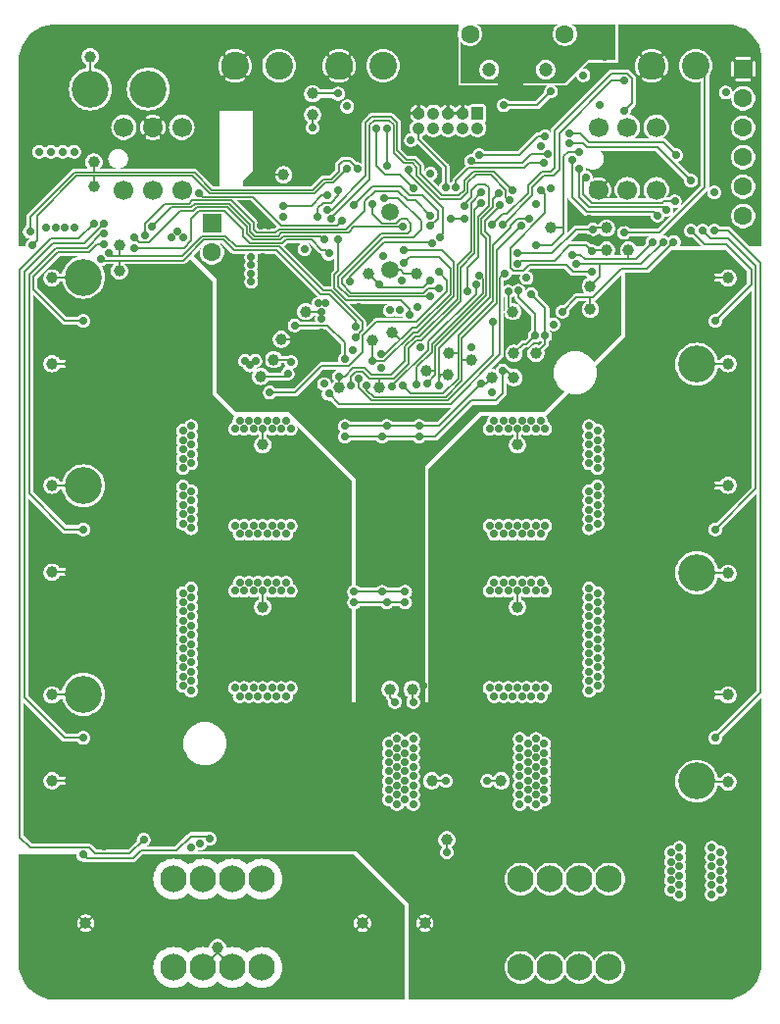
<source format=gbl>
G04 start of page 3 for group 1 idx 1 *
G04 Title: (unknown), bottom *
G04 Creator: pcb 20140316 *
G04 CreationDate: Tue 21 Mar 2017 17:58:39 GMT UTC *
G04 For: kier *
G04 Format: Gerber/RS-274X *
G04 PCB-Dimensions (mil): 3346.46 4133.86 *
G04 PCB-Coordinate-Origin: lower left *
%MOIN*%
%FSLAX25Y25*%
%LNBOTTOM*%
%ADD78C,0.0354*%
%ADD77C,0.0571*%
%ADD76C,0.0315*%
%ADD75C,0.0256*%
%ADD74C,0.0118*%
%ADD73C,0.0276*%
%ADD72C,0.0394*%
%ADD71C,0.0669*%
%ADD70C,0.0906*%
%ADD69C,0.0591*%
%ADD68C,0.0945*%
%ADD67C,0.0472*%
%ADD66C,0.0630*%
%ADD65C,0.0413*%
%ADD64C,0.1260*%
%ADD63C,0.0851*%
%ADD62C,0.0059*%
%ADD61C,0.0079*%
%ADD60C,0.0001*%
G54D60*G36*
X277754Y127567D02*X277953Y127552D01*
X278323Y127581D01*
X278685Y127668D01*
X279028Y127810D01*
X279346Y128004D01*
X279628Y128246D01*
X279870Y128529D01*
X280064Y128846D01*
X280206Y129189D01*
X280293Y129551D01*
X280315Y129921D01*
X280293Y130292D01*
X280289Y130309D01*
X293701Y143721D01*
Y91339D01*
X281862D01*
X281781Y91677D01*
X281639Y92021D01*
X281445Y92338D01*
X281203Y92620D01*
X280920Y92862D01*
X280603Y93056D01*
X280260Y93198D01*
X279898Y93285D01*
X279528Y93314D01*
X279157Y93285D01*
X279025Y93253D01*
X278883Y93595D01*
X278689Y93912D01*
X278447Y94195D01*
X278164Y94437D01*
X277847Y94631D01*
X277754Y94670D01*
Y111173D01*
X278163Y111841D01*
X278602Y112900D01*
X278766Y113583D01*
X279665D01*
X279887Y113220D01*
X280189Y112866D01*
X280543Y112564D01*
X280939Y112322D01*
X281368Y112144D01*
X281820Y112035D01*
X282283Y111999D01*
X282747Y112035D01*
X283199Y112144D01*
X283628Y112322D01*
X284024Y112564D01*
X284378Y112866D01*
X284680Y113220D01*
X284923Y113616D01*
X285100Y114045D01*
X285209Y114497D01*
X285236Y114961D01*
X285209Y115424D01*
X285100Y115876D01*
X284923Y116305D01*
X284680Y116702D01*
X284378Y117055D01*
X284024Y117357D01*
X283628Y117600D01*
X283199Y117778D01*
X282747Y117886D01*
X282283Y117922D01*
X281820Y117886D01*
X281368Y117778D01*
X280939Y117600D01*
X280543Y117357D01*
X280189Y117055D01*
X279887Y116702D01*
X279665Y116339D01*
X278860D01*
X278602Y117415D01*
X278163Y118474D01*
X277754Y119142D01*
Y127567D01*
G37*
G36*
Y198434D02*X277953Y198418D01*
X278323Y198447D01*
X278685Y198534D01*
X279028Y198676D01*
X279346Y198870D01*
X279628Y199112D01*
X279870Y199395D01*
X280064Y199712D01*
X280206Y200055D01*
X280293Y200417D01*
X280315Y200787D01*
X280293Y201158D01*
X280289Y201175D01*
X291929Y212815D01*
Y145846D01*
X278340Y132258D01*
X278323Y132262D01*
X277953Y132291D01*
X277754Y132275D01*
Y143110D01*
X279665D01*
X279887Y142747D01*
X280189Y142394D01*
X280543Y142092D01*
X280939Y141849D01*
X281368Y141671D01*
X281820Y141563D01*
X282283Y141526D01*
X282747Y141563D01*
X283199Y141671D01*
X283628Y141849D01*
X284024Y142092D01*
X284378Y142394D01*
X284680Y142747D01*
X284923Y143144D01*
X285100Y143573D01*
X285209Y144025D01*
X285236Y144488D01*
X285209Y144952D01*
X285100Y145403D01*
X284923Y145833D01*
X284680Y146229D01*
X284378Y146583D01*
X284024Y146884D01*
X283628Y147127D01*
X283199Y147305D01*
X282747Y147414D01*
X282283Y147450D01*
X281820Y147414D01*
X281368Y147305D01*
X280939Y147127D01*
X280543Y146884D01*
X280189Y146583D01*
X279887Y146229D01*
X279665Y145866D01*
X277754D01*
Y182039D01*
X278163Y182707D01*
X278602Y183766D01*
X278766Y184449D01*
X279665D01*
X279887Y184086D01*
X280189Y183732D01*
X280543Y183431D01*
X280939Y183188D01*
X281368Y183010D01*
X281820Y182901D01*
X282283Y182865D01*
X282747Y182901D01*
X283199Y183010D01*
X283628Y183188D01*
X284024Y183431D01*
X284378Y183732D01*
X284680Y184086D01*
X284923Y184482D01*
X285100Y184912D01*
X285209Y185363D01*
X285236Y185827D01*
X285209Y186290D01*
X285100Y186742D01*
X284923Y187171D01*
X284680Y187568D01*
X284378Y187921D01*
X284024Y188223D01*
X283628Y188466D01*
X283199Y188644D01*
X282747Y188752D01*
X282283Y188789D01*
X281820Y188752D01*
X281368Y188644D01*
X280939Y188466D01*
X280543Y188223D01*
X280189Y187921D01*
X279887Y187568D01*
X279665Y187205D01*
X278860D01*
X278602Y188281D01*
X278163Y189340D01*
X277754Y190009D01*
Y198434D01*
G37*
G36*
Y269300D02*X277953Y269284D01*
X278323Y269313D01*
X278685Y269400D01*
X279028Y269542D01*
X279346Y269737D01*
X279628Y269978D01*
X279870Y270261D01*
X280064Y270578D01*
X280206Y270921D01*
X280293Y271283D01*
X280315Y271654D01*
X280293Y272024D01*
X280289Y272041D01*
X290354Y282106D01*
Y215138D01*
X278340Y203124D01*
X278323Y203128D01*
X277953Y203157D01*
X277754Y203141D01*
Y214370D01*
X279665D01*
X279887Y214007D01*
X280189Y213654D01*
X280543Y213352D01*
X280939Y213109D01*
X281368Y212931D01*
X281820Y212823D01*
X282283Y212786D01*
X282747Y212823D01*
X283199Y212931D01*
X283628Y213109D01*
X284024Y213352D01*
X284378Y213654D01*
X284680Y214007D01*
X284923Y214403D01*
X285100Y214833D01*
X285209Y215285D01*
X285236Y215748D01*
X285209Y216211D01*
X285100Y216663D01*
X284923Y217093D01*
X284680Y217489D01*
X284378Y217842D01*
X284024Y218144D01*
X283628Y218387D01*
X283199Y218565D01*
X282747Y218673D01*
X282283Y218710D01*
X281820Y218673D01*
X281368Y218565D01*
X280939Y218387D01*
X280543Y218144D01*
X280189Y217842D01*
X279887Y217489D01*
X279665Y217126D01*
X277754D01*
Y252905D01*
X278163Y253573D01*
X278602Y254632D01*
X278860Y255709D01*
X279665D01*
X279887Y255346D01*
X280189Y254992D01*
X280543Y254690D01*
X280939Y254448D01*
X281368Y254270D01*
X281820Y254161D01*
X282283Y254125D01*
X282747Y254161D01*
X283199Y254270D01*
X283628Y254448D01*
X284024Y254690D01*
X284378Y254992D01*
X284680Y255346D01*
X284923Y255742D01*
X285100Y256171D01*
X285209Y256623D01*
X285236Y257087D01*
X285209Y257550D01*
X285100Y258002D01*
X284923Y258431D01*
X284680Y258828D01*
X284378Y259181D01*
X284024Y259483D01*
X283628Y259726D01*
X283199Y259904D01*
X282747Y260012D01*
X282283Y260048D01*
X281820Y260012D01*
X281368Y259904D01*
X280939Y259726D01*
X280543Y259483D01*
X280189Y259181D01*
X279887Y258828D01*
X279665Y258465D01*
X278766D01*
X278602Y259147D01*
X278163Y260207D01*
X277754Y260875D01*
Y269300D01*
G37*
G36*
Y295669D02*X281516D01*
X288780Y288406D01*
Y284429D01*
X278340Y273990D01*
X278323Y273994D01*
X277953Y274023D01*
X277754Y274007D01*
Y284843D01*
X279665D01*
X279887Y284480D01*
X280189Y284126D01*
X280543Y283824D01*
X280939Y283581D01*
X281368Y283404D01*
X281820Y283295D01*
X282283Y283259D01*
X282747Y283295D01*
X283199Y283404D01*
X283628Y283581D01*
X284024Y283824D01*
X284378Y284126D01*
X284680Y284480D01*
X284923Y284876D01*
X285100Y285305D01*
X285209Y285757D01*
X285236Y286220D01*
X285209Y286684D01*
X285100Y287136D01*
X284923Y287565D01*
X284680Y287961D01*
X284378Y288315D01*
X284024Y288617D01*
X283628Y288860D01*
X283199Y289037D01*
X282747Y289146D01*
X282283Y289182D01*
X281820Y289146D01*
X281368Y289037D01*
X280939Y288860D01*
X280543Y288617D01*
X280189Y288315D01*
X279887Y287961D01*
X279665Y287598D01*
X277754D01*
Y295669D01*
G37*
G36*
X56887Y293504D02*X61310D01*
X60734Y293366D01*
X59675Y292927D01*
X58698Y292328D01*
X57826Y291583D01*
X57082Y290712D01*
X56887Y290395D01*
Y293504D01*
G37*
G36*
X236414Y249950D02*X236825Y250620D01*
X237263Y251679D01*
X237531Y252794D01*
X237598Y253937D01*
X237531Y255080D01*
X237270Y256167D01*
X247244Y266142D01*
Y287992D01*
X254670D01*
X254724Y287988D01*
X254940Y288005D01*
X254941Y288005D01*
X255152Y288056D01*
X255352Y288139D01*
X255537Y288252D01*
X255702Y288393D01*
X255737Y288434D01*
X262972Y295669D01*
X277754D01*
Y287598D01*
X272363D01*
X272281Y287649D01*
X272081Y287732D01*
X271870Y287783D01*
X271654Y287800D01*
X271437Y287783D01*
X271226Y287732D01*
X271026Y287649D01*
X270841Y287536D01*
X270676Y287395D01*
X270535Y287230D01*
X270422Y287045D01*
X270339Y286844D01*
X270288Y286634D01*
X270271Y286417D01*
X270288Y286201D01*
X270339Y285990D01*
X270422Y285790D01*
X270535Y285605D01*
X270679Y285443D01*
X270838Y285284D01*
X270873Y285243D01*
X271038Y285102D01*
X271038Y285102D01*
X271223Y284989D01*
X271423Y284906D01*
X271634Y284855D01*
X271850Y284838D01*
X271904Y284843D01*
X277754D01*
Y274007D01*
X277582Y273994D01*
X277221Y273907D01*
X276877Y273765D01*
X276560Y273570D01*
X276277Y273329D01*
X276036Y273046D01*
X275842Y272729D01*
X275699Y272386D01*
X275612Y272024D01*
X275583Y271654D01*
X275612Y271283D01*
X275699Y270921D01*
X275842Y270578D01*
X276036Y270261D01*
X276277Y269978D01*
X276560Y269737D01*
X276877Y269542D01*
X277221Y269400D01*
X277582Y269313D01*
X277754Y269300D01*
Y260875D01*
X277564Y261184D01*
X276820Y262056D01*
X275948Y262800D01*
X274970Y263399D01*
X273911Y263838D01*
X272796Y264106D01*
X271654Y264196D01*
X270511Y264106D01*
X269396Y263838D01*
X268337Y263399D01*
X267359Y262800D01*
X266487Y262056D01*
X265743Y261184D01*
X265144Y260207D01*
X264705Y259147D01*
X264438Y258033D01*
X264348Y256890D01*
X264438Y255747D01*
X264705Y254632D01*
X265144Y253573D01*
X265743Y252595D01*
X266487Y251724D01*
X267359Y250979D01*
X268337Y250380D01*
X269396Y249941D01*
X270511Y249674D01*
X271654Y249584D01*
X272796Y249674D01*
X273911Y249941D01*
X274970Y250380D01*
X275948Y250979D01*
X276820Y251724D01*
X277564Y252595D01*
X277754Y252905D01*
Y217126D01*
X271904D01*
X271850Y217130D01*
X271634Y217113D01*
X271423Y217063D01*
X271223Y216980D01*
X271038Y216866D01*
X271038Y216866D01*
X270873Y216725D01*
X270838Y216684D01*
X270679Y216526D01*
X270535Y216364D01*
X270422Y216179D01*
X270339Y215978D01*
X270288Y215767D01*
X270271Y215551D01*
X270288Y215335D01*
X270339Y215124D01*
X270422Y214924D01*
X270535Y214739D01*
X270676Y214574D01*
X270841Y214433D01*
X271026Y214320D01*
X271226Y214237D01*
X271437Y214186D01*
X271654Y214169D01*
X271870Y214186D01*
X272081Y214237D01*
X272281Y214320D01*
X272363Y214370D01*
X277754D01*
Y203141D01*
X277582Y203128D01*
X277221Y203041D01*
X276877Y202899D01*
X276560Y202704D01*
X276277Y202463D01*
X276036Y202180D01*
X275842Y201863D01*
X275699Y201520D01*
X275612Y201158D01*
X275583Y200787D01*
X275612Y200417D01*
X275699Y200055D01*
X275842Y199712D01*
X276036Y199395D01*
X276277Y199112D01*
X276560Y198870D01*
X276877Y198676D01*
X277221Y198534D01*
X277582Y198447D01*
X277754Y198434D01*
Y190009D01*
X277564Y190318D01*
X276820Y191190D01*
X275948Y191934D01*
X274970Y192533D01*
X273911Y192972D01*
X272796Y193240D01*
X271654Y193330D01*
X270511Y193240D01*
X269396Y192972D01*
X268337Y192533D01*
X267359Y191934D01*
X266487Y191190D01*
X265743Y190318D01*
X265144Y189340D01*
X264705Y188281D01*
X264438Y187167D01*
X264348Y186024D01*
X264438Y184881D01*
X264705Y183766D01*
X265144Y182707D01*
X265743Y181729D01*
X266487Y180858D01*
X267359Y180113D01*
X268337Y179514D01*
X269396Y179075D01*
X270511Y178808D01*
X271654Y178718D01*
X272796Y178808D01*
X273911Y179075D01*
X274970Y179514D01*
X275948Y180113D01*
X276820Y180858D01*
X277564Y181729D01*
X277754Y182039D01*
Y145866D01*
X272363D01*
X272281Y145917D01*
X272081Y146000D01*
X271870Y146050D01*
X271654Y146067D01*
X271437Y146050D01*
X271226Y146000D01*
X271026Y145917D01*
X270841Y145803D01*
X270676Y145662D01*
X270535Y145497D01*
X270422Y145313D01*
X270339Y145112D01*
X270288Y144901D01*
X270271Y144685D01*
X270288Y144469D01*
X270339Y144258D01*
X270422Y144058D01*
X270535Y143873D01*
X270679Y143711D01*
X270838Y143552D01*
X270873Y143511D01*
X271038Y143370D01*
X271038Y143370D01*
X271223Y143257D01*
X271423Y143174D01*
X271634Y143123D01*
X271850Y143106D01*
X271904Y143110D01*
X277754D01*
Y132275D01*
X277582Y132262D01*
X277221Y132175D01*
X276877Y132032D01*
X276560Y131838D01*
X276277Y131597D01*
X276036Y131314D01*
X275842Y130997D01*
X275699Y130653D01*
X275612Y130292D01*
X275583Y129921D01*
X275612Y129551D01*
X275699Y129189D01*
X275842Y128846D01*
X276036Y128529D01*
X276277Y128246D01*
X276560Y128004D01*
X276877Y127810D01*
X277221Y127668D01*
X277582Y127581D01*
X277754Y127567D01*
Y119142D01*
X277564Y119452D01*
X276820Y120324D01*
X275948Y121068D01*
X274970Y121667D01*
X273911Y122106D01*
X272796Y122373D01*
X271654Y122463D01*
X270511Y122373D01*
X269396Y122106D01*
X268337Y121667D01*
X267359Y121068D01*
X266487Y120324D01*
X265743Y119452D01*
X265144Y118474D01*
X264705Y117415D01*
X264438Y116300D01*
X264348Y115157D01*
X264438Y114015D01*
X264705Y112900D01*
X265144Y111841D01*
X265743Y110863D01*
X266487Y109991D01*
X267359Y109247D01*
X268337Y108648D01*
X269396Y108209D01*
X270511Y107942D01*
X271654Y107852D01*
X272796Y107942D01*
X273911Y108209D01*
X274970Y108648D01*
X275948Y109247D01*
X276820Y109991D01*
X277564Y110863D01*
X277754Y111173D01*
Y94670D01*
X277504Y94773D01*
X277142Y94860D01*
X276772Y94889D01*
X276401Y94860D01*
X276039Y94773D01*
X275696Y94631D01*
X275379Y94437D01*
X275096Y94195D01*
X274855Y93912D01*
X274660Y93595D01*
X274518Y93252D01*
X274431Y92890D01*
X274402Y92520D01*
X274431Y92149D01*
X274518Y91787D01*
X274660Y91444D01*
X274725Y91339D01*
X267795D01*
X267859Y91444D01*
X268002Y91787D01*
X268088Y92149D01*
X268110Y92520D01*
X268088Y92890D01*
X268002Y93252D01*
X267859Y93595D01*
X267665Y93912D01*
X267424Y94195D01*
X267141Y94437D01*
X266824Y94631D01*
X266480Y94773D01*
X266119Y94860D01*
X265748Y94889D01*
X265377Y94860D01*
X265016Y94773D01*
X264672Y94631D01*
X264355Y94437D01*
X264073Y94195D01*
X263831Y93912D01*
X263637Y93595D01*
X263495Y93253D01*
X263363Y93285D01*
X262992Y93314D01*
X262621Y93285D01*
X262260Y93198D01*
X261916Y93056D01*
X261599Y92862D01*
X261317Y92620D01*
X261075Y92338D01*
X260881Y92021D01*
X260739Y91677D01*
X260657Y91339D01*
X236414D01*
Y144135D01*
X236432Y144146D01*
X236715Y144388D01*
X236956Y144670D01*
X237151Y144987D01*
X237292Y145329D01*
X237425Y145297D01*
X237795Y145268D01*
X238166Y145297D01*
X238527Y145384D01*
X238871Y145527D01*
X239188Y145721D01*
X239471Y145962D01*
X239712Y146245D01*
X239907Y146562D01*
X240049Y146906D01*
X240136Y147267D01*
X240157Y147638D01*
X240136Y148008D01*
X240049Y148370D01*
X239907Y148714D01*
X239712Y149031D01*
X239557Y149213D01*
X239712Y149395D01*
X239907Y149712D01*
X240049Y150055D01*
X240136Y150417D01*
X240157Y150787D01*
X240136Y151158D01*
X240049Y151520D01*
X239907Y151863D01*
X239712Y152180D01*
X239557Y152362D01*
X239712Y152544D01*
X239907Y152861D01*
X240049Y153205D01*
X240136Y153566D01*
X240157Y153937D01*
X240136Y154308D01*
X240049Y154669D01*
X239907Y155013D01*
X239712Y155330D01*
X239557Y155512D01*
X239712Y155694D01*
X239907Y156011D01*
X240049Y156354D01*
X240136Y156716D01*
X240157Y157087D01*
X240136Y157457D01*
X240049Y157819D01*
X239907Y158162D01*
X239712Y158479D01*
X239557Y158661D01*
X239712Y158843D01*
X239907Y159160D01*
X240049Y159504D01*
X240136Y159866D01*
X240157Y160236D01*
X240136Y160607D01*
X240049Y160968D01*
X239907Y161312D01*
X239712Y161629D01*
X239557Y161811D01*
X239712Y161993D01*
X239907Y162310D01*
X240049Y162654D01*
X240136Y163015D01*
X240157Y163386D01*
X240136Y163756D01*
X240049Y164118D01*
X239907Y164462D01*
X239712Y164779D01*
X239557Y164961D01*
X239712Y165143D01*
X239907Y165460D01*
X240049Y165803D01*
X240136Y166165D01*
X240157Y166535D01*
X240136Y166906D01*
X240049Y167268D01*
X239907Y167611D01*
X239712Y167928D01*
X239557Y168110D01*
X239712Y168292D01*
X239907Y168609D01*
X240049Y168953D01*
X240136Y169314D01*
X240157Y169685D01*
X240136Y170056D01*
X240049Y170417D01*
X239907Y170761D01*
X239712Y171078D01*
X239557Y171260D01*
X239712Y171442D01*
X239907Y171759D01*
X240049Y172102D01*
X240136Y172464D01*
X240157Y172835D01*
X240136Y173205D01*
X240049Y173567D01*
X239907Y173910D01*
X239712Y174227D01*
X239557Y174409D01*
X239712Y174592D01*
X239907Y174909D01*
X240049Y175252D01*
X240136Y175614D01*
X240157Y175984D01*
X240136Y176355D01*
X240049Y176716D01*
X239907Y177060D01*
X239712Y177377D01*
X239557Y177559D01*
X239712Y177741D01*
X239907Y178058D01*
X240049Y178402D01*
X240136Y178763D01*
X240157Y179134D01*
X240136Y179505D01*
X240049Y179866D01*
X239907Y180210D01*
X239712Y180527D01*
X239471Y180809D01*
X239188Y181051D01*
X238871Y181245D01*
X238527Y181387D01*
X238166Y181474D01*
X237795Y181503D01*
X237425Y181474D01*
X237292Y181442D01*
X237151Y181784D01*
X236956Y182101D01*
X236715Y182384D01*
X236432Y182626D01*
X236414Y182637D01*
Y199253D01*
X236432Y199264D01*
X236715Y199506D01*
X236956Y199788D01*
X237151Y200105D01*
X237292Y200447D01*
X237425Y200416D01*
X237795Y200386D01*
X238166Y200416D01*
X238527Y200502D01*
X238871Y200645D01*
X239188Y200839D01*
X239471Y201080D01*
X239712Y201363D01*
X239907Y201680D01*
X240049Y202024D01*
X240136Y202385D01*
X240157Y202756D01*
X240136Y203127D01*
X240049Y203488D01*
X239907Y203832D01*
X239712Y204149D01*
X239557Y204331D01*
X239712Y204513D01*
X239907Y204830D01*
X240049Y205173D01*
X240136Y205535D01*
X240157Y205906D01*
X240136Y206276D01*
X240049Y206638D01*
X239907Y206981D01*
X239712Y207298D01*
X239557Y207480D01*
X239712Y207662D01*
X239907Y207979D01*
X240049Y208323D01*
X240136Y208684D01*
X240157Y209055D01*
X240136Y209426D01*
X240049Y209787D01*
X239907Y210131D01*
X239712Y210448D01*
X239557Y210630D01*
X239712Y210812D01*
X239907Y211129D01*
X240049Y211473D01*
X240136Y211834D01*
X240157Y212205D01*
X240136Y212575D01*
X240049Y212937D01*
X239907Y213280D01*
X239712Y213597D01*
X239557Y213780D01*
X239712Y213962D01*
X239907Y214279D01*
X240049Y214622D01*
X240136Y214984D01*
X240157Y215354D01*
X240136Y215725D01*
X240049Y216087D01*
X239907Y216430D01*
X239712Y216747D01*
X239471Y217030D01*
X239188Y217271D01*
X238871Y217466D01*
X238527Y217608D01*
X238166Y217695D01*
X237795Y217724D01*
X237425Y217695D01*
X237063Y217608D01*
X236720Y217466D01*
X236414Y217278D01*
Y219730D01*
X236720Y219542D01*
X237063Y219400D01*
X237425Y219313D01*
X237795Y219284D01*
X238166Y219313D01*
X238527Y219400D01*
X238871Y219542D01*
X239188Y219737D01*
X239471Y219978D01*
X239712Y220261D01*
X239907Y220578D01*
X240049Y220921D01*
X240136Y221283D01*
X240157Y221654D01*
X240136Y222024D01*
X240049Y222386D01*
X239907Y222729D01*
X239712Y223046D01*
X239557Y223228D01*
X239712Y223410D01*
X239907Y223727D01*
X240049Y224071D01*
X240136Y224432D01*
X240157Y224803D01*
X240136Y225174D01*
X240049Y225535D01*
X239907Y225879D01*
X239712Y226196D01*
X239557Y226378D01*
X239712Y226560D01*
X239907Y226877D01*
X240049Y227221D01*
X240136Y227582D01*
X240157Y227953D01*
X240136Y228323D01*
X240049Y228685D01*
X239907Y229028D01*
X239712Y229346D01*
X239557Y229528D01*
X239712Y229710D01*
X239907Y230027D01*
X240049Y230370D01*
X240136Y230732D01*
X240157Y231102D01*
X240136Y231473D01*
X240049Y231835D01*
X239907Y232178D01*
X239712Y232495D01*
X239557Y232677D01*
X239712Y232859D01*
X239907Y233176D01*
X240049Y233520D01*
X240136Y233881D01*
X240157Y234252D01*
X240136Y234623D01*
X240049Y234984D01*
X239907Y235328D01*
X239712Y235645D01*
X239471Y235927D01*
X239188Y236169D01*
X238871Y236363D01*
X238527Y236505D01*
X238166Y236592D01*
X237795Y236621D01*
X237425Y236592D01*
X237292Y236561D01*
X237151Y236902D01*
X236956Y237220D01*
X236715Y237502D01*
X236432Y237744D01*
X236414Y237755D01*
Y249950D01*
G37*
G36*
X215548Y233116D02*X215853Y232928D01*
X216197Y232786D01*
X216558Y232699D01*
X216929Y232670D01*
X217300Y232699D01*
X217661Y232786D01*
X218005Y232928D01*
X218322Y233122D01*
X218504Y233278D01*
X218686Y233122D01*
X219003Y232928D01*
X219347Y232786D01*
X219708Y232699D01*
X220079Y232670D01*
X220449Y232699D01*
X220811Y232786D01*
X221154Y232928D01*
X221471Y233122D01*
X221754Y233364D01*
X221996Y233647D01*
X222190Y233964D01*
X222332Y234307D01*
X222419Y234669D01*
X222441Y235039D01*
X222419Y235410D01*
X222332Y235772D01*
X222190Y236115D01*
X221996Y236432D01*
X221754Y236715D01*
X221471Y236956D01*
X221154Y237151D01*
X220812Y237292D01*
X220844Y237425D01*
X220866Y237795D01*
X220844Y238166D01*
X220757Y238527D01*
X220615Y238871D01*
X220421Y239188D01*
X220265Y239370D01*
X220472D01*
X228084Y246982D01*
X229172Y246721D01*
X230315Y246631D01*
X231458Y246721D01*
X232573Y246989D01*
X233632Y247427D01*
X234609Y248026D01*
X235481Y248771D01*
X236226Y249643D01*
X236414Y249950D01*
Y237755D01*
X236115Y237938D01*
X235772Y238080D01*
X235410Y238167D01*
X235039Y238196D01*
X234669Y238167D01*
X234307Y238080D01*
X233964Y237938D01*
X233647Y237744D01*
X233364Y237502D01*
X233122Y237220D01*
X232928Y236902D01*
X232786Y236559D01*
X232699Y236197D01*
X232670Y235827D01*
X232699Y235456D01*
X232786Y235095D01*
X232928Y234751D01*
X233122Y234434D01*
X233278Y234252D01*
X233122Y234070D01*
X232928Y233753D01*
X232786Y233409D01*
X232699Y233048D01*
X232670Y232677D01*
X232699Y232306D01*
X232786Y231945D01*
X232928Y231601D01*
X233122Y231284D01*
X233278Y231102D01*
X233122Y230920D01*
X232928Y230603D01*
X232786Y230260D01*
X232699Y229898D01*
X232670Y229528D01*
X232699Y229157D01*
X232786Y228795D01*
X232928Y228452D01*
X233122Y228135D01*
X233278Y227953D01*
X233122Y227771D01*
X232928Y227454D01*
X232786Y227110D01*
X232699Y226749D01*
X232670Y226378D01*
X232699Y226007D01*
X232786Y225646D01*
X232928Y225302D01*
X233122Y224985D01*
X233278Y224803D01*
X233122Y224621D01*
X232928Y224304D01*
X232786Y223961D01*
X232699Y223599D01*
X232670Y223228D01*
X232699Y222858D01*
X232786Y222496D01*
X232928Y222153D01*
X233122Y221836D01*
X233364Y221553D01*
X233647Y221311D01*
X233964Y221117D01*
X234307Y220975D01*
X234669Y220888D01*
X235039Y220859D01*
X235410Y220888D01*
X235542Y220920D01*
X235684Y220578D01*
X235878Y220261D01*
X236120Y219978D01*
X236403Y219737D01*
X236414Y219730D01*
Y217278D01*
X236403Y217271D01*
X236120Y217030D01*
X235878Y216747D01*
X235684Y216430D01*
X235542Y216088D01*
X235410Y216120D01*
X235039Y216149D01*
X234669Y216120D01*
X234307Y216033D01*
X233964Y215891D01*
X233647Y215696D01*
X233364Y215455D01*
X233122Y215172D01*
X232928Y214855D01*
X232786Y214512D01*
X232699Y214150D01*
X232670Y213780D01*
X232699Y213409D01*
X232786Y213047D01*
X232928Y212704D01*
X233122Y212387D01*
X233278Y212205D01*
X233122Y212023D01*
X232928Y211706D01*
X232786Y211362D01*
X232699Y211001D01*
X232670Y210630D01*
X232699Y210259D01*
X232786Y209898D01*
X232928Y209554D01*
X233122Y209237D01*
X233278Y209055D01*
X233122Y208873D01*
X232928Y208556D01*
X232786Y208213D01*
X232699Y207851D01*
X232670Y207480D01*
X232699Y207110D01*
X232786Y206748D01*
X232928Y206405D01*
X233122Y206088D01*
X233278Y205906D01*
X233122Y205723D01*
X232928Y205406D01*
X232786Y205063D01*
X232699Y204701D01*
X232670Y204331D01*
X232699Y203960D01*
X232786Y203598D01*
X232928Y203255D01*
X233122Y202938D01*
X233278Y202756D01*
X233122Y202574D01*
X232928Y202257D01*
X232786Y201913D01*
X232699Y201552D01*
X232670Y201181D01*
X232699Y200810D01*
X232786Y200449D01*
X232928Y200105D01*
X233122Y199788D01*
X233364Y199506D01*
X233647Y199264D01*
X233964Y199070D01*
X234307Y198928D01*
X234669Y198841D01*
X235039Y198812D01*
X235410Y198841D01*
X235772Y198928D01*
X236115Y199070D01*
X236414Y199253D01*
Y182637D01*
X236115Y182820D01*
X235772Y182962D01*
X235410Y183049D01*
X235039Y183078D01*
X234669Y183049D01*
X234307Y182962D01*
X233964Y182820D01*
X233647Y182626D01*
X233364Y182384D01*
X233122Y182101D01*
X232928Y181784D01*
X232786Y181441D01*
X232699Y181079D01*
X232670Y180709D01*
X232699Y180338D01*
X232786Y179976D01*
X232928Y179633D01*
X233122Y179316D01*
X233278Y179134D01*
X233122Y178952D01*
X232928Y178635D01*
X232786Y178291D01*
X232699Y177930D01*
X232670Y177559D01*
X232699Y177188D01*
X232786Y176827D01*
X232928Y176483D01*
X233122Y176166D01*
X233278Y175984D01*
X233122Y175802D01*
X232928Y175485D01*
X232786Y175142D01*
X232699Y174780D01*
X232670Y174409D01*
X232699Y174039D01*
X232786Y173677D01*
X232928Y173334D01*
X233122Y173017D01*
X233278Y172835D01*
X233122Y172653D01*
X232928Y172336D01*
X232786Y171992D01*
X232699Y171631D01*
X232670Y171260D01*
X232699Y170889D01*
X232786Y170528D01*
X232928Y170184D01*
X233122Y169867D01*
X233278Y169685D01*
X233122Y169503D01*
X232928Y169186D01*
X232786Y168842D01*
X232699Y168481D01*
X232670Y168110D01*
X232699Y167740D01*
X232786Y167378D01*
X232928Y167035D01*
X233122Y166717D01*
X233278Y166535D01*
X233122Y166353D01*
X232928Y166036D01*
X232786Y165693D01*
X232699Y165331D01*
X232670Y164961D01*
X232699Y164590D01*
X232786Y164228D01*
X232928Y163885D01*
X233122Y163568D01*
X233278Y163386D01*
X233122Y163204D01*
X232928Y162887D01*
X232786Y162543D01*
X232699Y162182D01*
X232670Y161811D01*
X232699Y161440D01*
X232786Y161079D01*
X232928Y160735D01*
X233122Y160418D01*
X233278Y160236D01*
X233122Y160054D01*
X232928Y159737D01*
X232786Y159394D01*
X232699Y159032D01*
X232670Y158661D01*
X232699Y158291D01*
X232786Y157929D01*
X232928Y157586D01*
X233122Y157269D01*
X233278Y157087D01*
X233122Y156905D01*
X232928Y156588D01*
X232786Y156244D01*
X232699Y155882D01*
X232670Y155512D01*
X232699Y155141D01*
X232786Y154780D01*
X232928Y154436D01*
X233122Y154119D01*
X233278Y153937D01*
X233122Y153755D01*
X232928Y153438D01*
X232786Y153094D01*
X232699Y152733D01*
X232670Y152362D01*
X232699Y151992D01*
X232786Y151630D01*
X232928Y151286D01*
X233122Y150969D01*
X233278Y150787D01*
X233122Y150605D01*
X232928Y150288D01*
X232786Y149945D01*
X232699Y149583D01*
X232670Y149213D01*
X232699Y148842D01*
X232786Y148480D01*
X232928Y148137D01*
X233122Y147820D01*
X233278Y147638D01*
X233122Y147456D01*
X232928Y147139D01*
X232786Y146795D01*
X232699Y146434D01*
X232670Y146063D01*
X232699Y145692D01*
X232786Y145331D01*
X232928Y144987D01*
X233122Y144670D01*
X233364Y144388D01*
X233647Y144146D01*
X233964Y143952D01*
X234307Y143809D01*
X234669Y143723D01*
X235039Y143694D01*
X235410Y143723D01*
X235772Y143809D01*
X236115Y143952D01*
X236414Y144135D01*
Y91339D01*
X215548D01*
Y105557D01*
X215853Y105369D01*
X216197Y105227D01*
X216558Y105140D01*
X216929Y105111D01*
X217300Y105140D01*
X217661Y105227D01*
X218005Y105369D01*
X218322Y105563D01*
X218605Y105805D01*
X218846Y106088D01*
X219040Y106405D01*
X219182Y106747D01*
X219314Y106715D01*
X219685Y106686D01*
X220056Y106715D01*
X220417Y106802D01*
X220761Y106944D01*
X221078Y107138D01*
X221361Y107380D01*
X221602Y107662D01*
X221796Y107979D01*
X221939Y108323D01*
X222025Y108684D01*
X222047Y109055D01*
X222025Y109426D01*
X221939Y109787D01*
X221796Y110131D01*
X221602Y110448D01*
X221447Y110630D01*
X221602Y110812D01*
X221796Y111129D01*
X221939Y111473D01*
X222025Y111834D01*
X222047Y112205D01*
X222025Y112575D01*
X221939Y112937D01*
X221796Y113280D01*
X221602Y113597D01*
X221447Y113780D01*
X221602Y113962D01*
X221796Y114279D01*
X221939Y114622D01*
X222025Y114984D01*
X222047Y115354D01*
X222025Y115725D01*
X221939Y116087D01*
X221796Y116430D01*
X221602Y116747D01*
X221447Y116929D01*
X221602Y117111D01*
X221796Y117428D01*
X221939Y117772D01*
X222025Y118133D01*
X222047Y118504D01*
X222025Y118875D01*
X221939Y119236D01*
X221796Y119580D01*
X221602Y119897D01*
X221447Y120079D01*
X221602Y120261D01*
X221796Y120578D01*
X221939Y120921D01*
X222025Y121283D01*
X222047Y121654D01*
X222025Y122024D01*
X221939Y122386D01*
X221796Y122729D01*
X221602Y123046D01*
X221447Y123228D01*
X221602Y123410D01*
X221796Y123727D01*
X221939Y124071D01*
X222025Y124432D01*
X222047Y124803D01*
X222025Y125174D01*
X221939Y125535D01*
X221796Y125879D01*
X221602Y126196D01*
X221447Y126378D01*
X221602Y126560D01*
X221796Y126877D01*
X221939Y127221D01*
X222025Y127582D01*
X222047Y127953D01*
X222025Y128323D01*
X221939Y128685D01*
X221796Y129028D01*
X221602Y129346D01*
X221361Y129628D01*
X221078Y129870D01*
X220761Y130064D01*
X220417Y130206D01*
X220056Y130293D01*
X219685Y130322D01*
X219314Y130293D01*
X219182Y130261D01*
X219040Y130603D01*
X218846Y130920D01*
X218605Y131203D01*
X218322Y131445D01*
X218005Y131639D01*
X217661Y131781D01*
X217300Y131868D01*
X216929Y131897D01*
X216558Y131868D01*
X216197Y131781D01*
X215853Y131639D01*
X215548Y131451D01*
Y141740D01*
X215725Y141754D01*
X216087Y141841D01*
X216430Y141983D01*
X216747Y142178D01*
X216929Y142333D01*
X217111Y142178D01*
X217428Y141983D01*
X217772Y141841D01*
X218133Y141754D01*
X218504Y141725D01*
X218875Y141754D01*
X219236Y141841D01*
X219580Y141983D01*
X219897Y142178D01*
X220179Y142419D01*
X220421Y142702D01*
X220615Y143019D01*
X220757Y143362D01*
X220844Y143724D01*
X220866Y144094D01*
X220844Y144465D01*
X220812Y144598D01*
X221154Y144739D01*
X221471Y144933D01*
X221754Y145175D01*
X221996Y145458D01*
X222190Y145775D01*
X222332Y146118D01*
X222419Y146480D01*
X222441Y146850D01*
X222419Y147221D01*
X222332Y147583D01*
X222190Y147926D01*
X221996Y148243D01*
X221754Y148526D01*
X221471Y148767D01*
X221154Y148962D01*
X220811Y149104D01*
X220449Y149191D01*
X220079Y149220D01*
X219708Y149191D01*
X219347Y149104D01*
X219003Y148962D01*
X218686Y148767D01*
X218504Y148612D01*
X218322Y148767D01*
X218005Y148962D01*
X217661Y149104D01*
X217300Y149191D01*
X216929Y149220D01*
X216558Y149191D01*
X216197Y149104D01*
X215853Y148962D01*
X215548Y148774D01*
Y177997D01*
X215853Y177810D01*
X216197Y177668D01*
X216558Y177581D01*
X216929Y177552D01*
X217300Y177581D01*
X217661Y177668D01*
X218005Y177810D01*
X218322Y178004D01*
X218504Y178160D01*
X218686Y178004D01*
X219003Y177810D01*
X219347Y177668D01*
X219708Y177581D01*
X220079Y177552D01*
X220449Y177581D01*
X220811Y177668D01*
X221154Y177810D01*
X221471Y178004D01*
X221754Y178246D01*
X221996Y178529D01*
X222190Y178846D01*
X222332Y179189D01*
X222419Y179551D01*
X222441Y179921D01*
X222419Y180292D01*
X222332Y180653D01*
X222190Y180997D01*
X221996Y181314D01*
X221754Y181597D01*
X221471Y181838D01*
X221154Y182032D01*
X220812Y182174D01*
X220844Y182306D01*
X220866Y182677D01*
X220844Y183048D01*
X220757Y183409D01*
X220615Y183753D01*
X220421Y184070D01*
X220179Y184353D01*
X219897Y184594D01*
X219580Y184788D01*
X219236Y184931D01*
X218875Y185017D01*
X218504Y185047D01*
X218133Y185017D01*
X217772Y184931D01*
X217428Y184788D01*
X217111Y184594D01*
X216929Y184439D01*
X216747Y184594D01*
X216430Y184788D01*
X216087Y184931D01*
X215725Y185017D01*
X215548Y185031D01*
Y196858D01*
X215725Y196872D01*
X216087Y196959D01*
X216430Y197101D01*
X216747Y197296D01*
X216929Y197451D01*
X217111Y197296D01*
X217428Y197101D01*
X217772Y196959D01*
X218133Y196872D01*
X218504Y196843D01*
X218875Y196872D01*
X219236Y196959D01*
X219580Y197101D01*
X219897Y197296D01*
X220179Y197537D01*
X220421Y197820D01*
X220615Y198137D01*
X220757Y198480D01*
X220844Y198842D01*
X220866Y199213D01*
X220844Y199583D01*
X220812Y199716D01*
X221154Y199857D01*
X221471Y200052D01*
X221754Y200293D01*
X221996Y200576D01*
X222190Y200893D01*
X222332Y201236D01*
X222419Y201598D01*
X222441Y201969D01*
X222419Y202339D01*
X222332Y202701D01*
X222190Y203044D01*
X221996Y203361D01*
X221754Y203644D01*
X221471Y203885D01*
X221154Y204080D01*
X220811Y204222D01*
X220449Y204309D01*
X220079Y204338D01*
X219708Y204309D01*
X219347Y204222D01*
X219003Y204080D01*
X218686Y203885D01*
X218504Y203730D01*
X218322Y203885D01*
X218005Y204080D01*
X217661Y204222D01*
X217300Y204309D01*
X216929Y204338D01*
X216558Y204309D01*
X216197Y204222D01*
X215853Y204080D01*
X215548Y203892D01*
Y233116D01*
G37*
G36*
Y185031D02*X215354Y185047D01*
X214984Y185017D01*
X214622Y184931D01*
X214279Y184788D01*
X213962Y184594D01*
X213780Y184439D01*
X213597Y184594D01*
X213280Y184788D01*
X212937Y184931D01*
X212575Y185017D01*
X212205Y185047D01*
X211834Y185017D01*
X211473Y184931D01*
X211129Y184788D01*
X210812Y184594D01*
X210630Y184439D01*
X210448Y184594D01*
X210131Y184788D01*
X209787Y184931D01*
X209426Y185017D01*
X209055Y185047D01*
X208684Y185017D01*
X208323Y184931D01*
X207979Y184788D01*
X207662Y184594D01*
X207480Y184439D01*
X207298Y184594D01*
X206981Y184788D01*
X206638Y184931D01*
X206276Y185017D01*
X205906Y185047D01*
X205535Y185017D01*
X205173Y184931D01*
X204830Y184788D01*
X204513Y184594D01*
X204331Y184439D01*
X204149Y184594D01*
X203832Y184788D01*
X203488Y184931D01*
X203127Y185017D01*
X203048Y185024D01*
Y196866D01*
X203127Y196872D01*
X203488Y196959D01*
X203832Y197101D01*
X204149Y197296D01*
X204331Y197451D01*
X204513Y197296D01*
X204830Y197101D01*
X205173Y196959D01*
X205535Y196872D01*
X205906Y196843D01*
X206276Y196872D01*
X206638Y196959D01*
X206981Y197101D01*
X207298Y197296D01*
X207480Y197451D01*
X207662Y197296D01*
X207979Y197101D01*
X208323Y196959D01*
X208684Y196872D01*
X209055Y196843D01*
X209426Y196872D01*
X209787Y196959D01*
X210131Y197101D01*
X210448Y197296D01*
X210630Y197451D01*
X210812Y197296D01*
X211129Y197101D01*
X211473Y196959D01*
X211834Y196872D01*
X212205Y196843D01*
X212575Y196872D01*
X212937Y196959D01*
X213280Y197101D01*
X213597Y197296D01*
X213780Y197451D01*
X213962Y197296D01*
X214279Y197101D01*
X214622Y196959D01*
X214984Y196872D01*
X215354Y196843D01*
X215548Y196858D01*
Y185031D01*
G37*
G36*
Y148774D02*X215536Y148767D01*
X215354Y148612D01*
X215172Y148767D01*
X214855Y148962D01*
X214512Y149104D01*
X214150Y149191D01*
X213780Y149220D01*
X213409Y149191D01*
X213047Y149104D01*
X212704Y148962D01*
X212387Y148767D01*
X212205Y148612D01*
X212023Y148767D01*
X211706Y148962D01*
X211362Y149104D01*
X211001Y149191D01*
X210630Y149220D01*
X210259Y149191D01*
X209898Y149104D01*
X209554Y148962D01*
X209237Y148767D01*
X209055Y148612D01*
X208873Y148767D01*
X208556Y148962D01*
X208213Y149104D01*
X207851Y149191D01*
X207480Y149220D01*
X207110Y149191D01*
X206748Y149104D01*
X206405Y148962D01*
X206088Y148767D01*
X205906Y148612D01*
X205723Y148767D01*
X205406Y148962D01*
X205063Y149104D01*
X204701Y149191D01*
X204331Y149220D01*
X203960Y149191D01*
X203598Y149104D01*
X203255Y148962D01*
X203048Y148835D01*
Y177937D01*
X203255Y177810D01*
X203598Y177668D01*
X203960Y177581D01*
X204331Y177552D01*
X204701Y177581D01*
X205063Y177668D01*
X205406Y177810D01*
X205723Y178004D01*
X205906Y178160D01*
X206088Y178004D01*
X206405Y177810D01*
X206748Y177668D01*
X207110Y177581D01*
X207480Y177552D01*
X207851Y177581D01*
X208213Y177668D01*
X208556Y177810D01*
X208873Y178004D01*
X209055Y178160D01*
X209237Y178004D01*
X209252Y177995D01*
Y177028D01*
X208889Y176806D01*
X208536Y176504D01*
X208234Y176150D01*
X207991Y175754D01*
X207813Y175325D01*
X207705Y174873D01*
X207668Y174409D01*
X207705Y173946D01*
X207813Y173494D01*
X207991Y173065D01*
X208234Y172669D01*
X208536Y172315D01*
X208889Y172013D01*
X209285Y171770D01*
X209715Y171593D01*
X210167Y171484D01*
X210630Y171448D01*
X211093Y171484D01*
X211545Y171593D01*
X211975Y171770D01*
X212371Y172013D01*
X212724Y172315D01*
X213026Y172669D01*
X213269Y173065D01*
X213447Y173494D01*
X213555Y173946D01*
X213583Y174409D01*
X213555Y174873D01*
X213447Y175325D01*
X213269Y175754D01*
X213026Y176150D01*
X212724Y176504D01*
X212371Y176806D01*
X212008Y177028D01*
Y177995D01*
X212023Y178004D01*
X212205Y178160D01*
X212387Y178004D01*
X212704Y177810D01*
X213047Y177668D01*
X213409Y177581D01*
X213780Y177552D01*
X214150Y177581D01*
X214512Y177668D01*
X214855Y177810D01*
X215172Y178004D01*
X215354Y178160D01*
X215536Y178004D01*
X215548Y177997D01*
Y148774D01*
G37*
G36*
Y91339D02*X203048D01*
Y113240D01*
X203377Y112958D01*
X203773Y112715D01*
X204203Y112537D01*
X204655Y112429D01*
X205118Y112392D01*
X205581Y112429D01*
X206033Y112537D01*
X206463Y112715D01*
X206859Y112958D01*
X207212Y113260D01*
X207514Y113613D01*
X207757Y114010D01*
X207935Y114439D01*
X208044Y114891D01*
X208071Y115354D01*
X208044Y115818D01*
X207935Y116270D01*
X207757Y116699D01*
X207514Y117095D01*
X207212Y117449D01*
X206859Y117751D01*
X206463Y117993D01*
X206033Y118171D01*
X205581Y118280D01*
X205118Y118316D01*
X204655Y118280D01*
X204203Y118171D01*
X203773Y117993D01*
X203377Y117751D01*
X203048Y117469D01*
Y141748D01*
X203127Y141754D01*
X203488Y141841D01*
X203832Y141983D01*
X204149Y142178D01*
X204331Y142333D01*
X204513Y142178D01*
X204830Y141983D01*
X205173Y141841D01*
X205535Y141754D01*
X205906Y141725D01*
X206276Y141754D01*
X206638Y141841D01*
X206981Y141983D01*
X207298Y142178D01*
X207480Y142333D01*
X207662Y142178D01*
X207979Y141983D01*
X208323Y141841D01*
X208684Y141754D01*
X209055Y141725D01*
X209426Y141754D01*
X209787Y141841D01*
X210131Y141983D01*
X210448Y142178D01*
X210630Y142333D01*
X210812Y142178D01*
X211129Y141983D01*
X211473Y141841D01*
X211834Y141754D01*
X212205Y141725D01*
X212575Y141754D01*
X212937Y141841D01*
X213280Y141983D01*
X213597Y142178D01*
X213780Y142333D01*
X213962Y142178D01*
X214279Y141983D01*
X214622Y141841D01*
X214984Y141754D01*
X215354Y141725D01*
X215548Y141740D01*
Y131451D01*
X215536Y131445D01*
X215254Y131203D01*
X215012Y130920D01*
X214818Y130603D01*
X214676Y130261D01*
X214544Y130293D01*
X214173Y130322D01*
X213803Y130293D01*
X213670Y130261D01*
X213529Y130603D01*
X213334Y130920D01*
X213093Y131203D01*
X212810Y131445D01*
X212493Y131639D01*
X212150Y131781D01*
X211788Y131868D01*
X211417Y131897D01*
X211047Y131868D01*
X210685Y131781D01*
X210342Y131639D01*
X210025Y131445D01*
X209742Y131203D01*
X209500Y130920D01*
X209306Y130603D01*
X209164Y130260D01*
X209077Y129898D01*
X209048Y129528D01*
X209077Y129157D01*
X209164Y128795D01*
X209306Y128452D01*
X209500Y128135D01*
X209656Y127953D01*
X209500Y127771D01*
X209306Y127454D01*
X209164Y127110D01*
X209077Y126749D01*
X209048Y126378D01*
X209077Y126007D01*
X209164Y125646D01*
X209306Y125302D01*
X209500Y124985D01*
X209656Y124803D01*
X209500Y124621D01*
X209306Y124304D01*
X209164Y123961D01*
X209077Y123599D01*
X209048Y123228D01*
X209077Y122858D01*
X209164Y122496D01*
X209306Y122153D01*
X209500Y121836D01*
X209656Y121654D01*
X209500Y121471D01*
X209306Y121154D01*
X209164Y120811D01*
X209077Y120449D01*
X209048Y120079D01*
X209077Y119708D01*
X209164Y119347D01*
X209306Y119003D01*
X209500Y118686D01*
X209656Y118504D01*
X209500Y118322D01*
X209306Y118005D01*
X209164Y117661D01*
X209077Y117300D01*
X209048Y116929D01*
X209077Y116558D01*
X209164Y116197D01*
X209306Y115853D01*
X209500Y115536D01*
X209656Y115354D01*
X209500Y115172D01*
X209306Y114855D01*
X209164Y114512D01*
X209077Y114150D01*
X209048Y113780D01*
X209077Y113409D01*
X209164Y113047D01*
X209306Y112704D01*
X209500Y112387D01*
X209656Y112205D01*
X209500Y112023D01*
X209306Y111706D01*
X209164Y111362D01*
X209077Y111001D01*
X209048Y110630D01*
X209077Y110259D01*
X209164Y109898D01*
X209306Y109554D01*
X209500Y109237D01*
X209656Y109055D01*
X209500Y108873D01*
X209306Y108556D01*
X209164Y108213D01*
X209077Y107851D01*
X209048Y107480D01*
X209077Y107110D01*
X209164Y106748D01*
X209306Y106405D01*
X209500Y106088D01*
X209742Y105805D01*
X210025Y105563D01*
X210342Y105369D01*
X210685Y105227D01*
X211047Y105140D01*
X211417Y105111D01*
X211788Y105140D01*
X212150Y105227D01*
X212493Y105369D01*
X212810Y105563D01*
X213093Y105805D01*
X213334Y106088D01*
X213529Y106405D01*
X213670Y106747D01*
X213803Y106715D01*
X214173Y106686D01*
X214544Y106715D01*
X214676Y106747D01*
X214818Y106405D01*
X215012Y106088D01*
X215254Y105805D01*
X215536Y105563D01*
X215548Y105557D01*
Y91339D01*
G37*
G36*
X203048Y233055D02*X203255Y232928D01*
X203598Y232786D01*
X203960Y232699D01*
X204331Y232670D01*
X204701Y232699D01*
X205063Y232786D01*
X205406Y232928D01*
X205723Y233122D01*
X205906Y233278D01*
X206088Y233122D01*
X206405Y232928D01*
X206748Y232786D01*
X207110Y232699D01*
X207480Y232670D01*
X207851Y232699D01*
X208213Y232786D01*
X208556Y232928D01*
X208873Y233122D01*
X209055Y233278D01*
X209237Y233122D01*
X209252Y233113D01*
Y232146D01*
X208889Y231924D01*
X208536Y231622D01*
X208234Y231268D01*
X207991Y230872D01*
X207813Y230443D01*
X207705Y229991D01*
X207668Y229528D01*
X207705Y229064D01*
X207813Y228612D01*
X207991Y228183D01*
X208234Y227787D01*
X208536Y227433D01*
X208889Y227131D01*
X209285Y226889D01*
X209715Y226711D01*
X210167Y226602D01*
X210630Y226566D01*
X211093Y226602D01*
X211545Y226711D01*
X211975Y226889D01*
X212371Y227131D01*
X212724Y227433D01*
X213026Y227787D01*
X213269Y228183D01*
X213447Y228612D01*
X213555Y229064D01*
X213583Y229528D01*
X213555Y229991D01*
X213447Y230443D01*
X213269Y230872D01*
X213026Y231268D01*
X212724Y231622D01*
X212371Y231924D01*
X212008Y232146D01*
Y233113D01*
X212023Y233122D01*
X212205Y233278D01*
X212387Y233122D01*
X212704Y232928D01*
X213047Y232786D01*
X213409Y232699D01*
X213780Y232670D01*
X214150Y232699D01*
X214512Y232786D01*
X214855Y232928D01*
X215172Y233122D01*
X215354Y233278D01*
X215536Y233122D01*
X215548Y233116D01*
Y203892D01*
X215536Y203885D01*
X215354Y203730D01*
X215172Y203885D01*
X214855Y204080D01*
X214512Y204222D01*
X214150Y204309D01*
X213780Y204338D01*
X213409Y204309D01*
X213047Y204222D01*
X212704Y204080D01*
X212387Y203885D01*
X212205Y203730D01*
X212023Y203885D01*
X211706Y204080D01*
X211362Y204222D01*
X211001Y204309D01*
X210630Y204338D01*
X210259Y204309D01*
X209898Y204222D01*
X209554Y204080D01*
X209237Y203885D01*
X209055Y203730D01*
X208873Y203885D01*
X208556Y204080D01*
X208213Y204222D01*
X207851Y204309D01*
X207480Y204338D01*
X207110Y204309D01*
X206748Y204222D01*
X206405Y204080D01*
X206088Y203885D01*
X205906Y203730D01*
X205723Y203885D01*
X205406Y204080D01*
X205063Y204222D01*
X204701Y204309D01*
X204331Y204338D01*
X203960Y204309D01*
X203598Y204222D01*
X203255Y204080D01*
X203048Y203953D01*
Y233055D01*
G37*
G36*
X183558Y224503D02*X198425Y239370D01*
X200994D01*
X200839Y239188D01*
X200645Y238871D01*
X200502Y238527D01*
X200416Y238166D01*
X200386Y237795D01*
X200416Y237425D01*
X200447Y237292D01*
X200105Y237151D01*
X199788Y236956D01*
X199506Y236715D01*
X199264Y236432D01*
X199070Y236115D01*
X198928Y235772D01*
X198841Y235410D01*
X198812Y235039D01*
X198841Y234669D01*
X198928Y234307D01*
X199070Y233964D01*
X199264Y233647D01*
X199506Y233364D01*
X199788Y233122D01*
X200105Y232928D01*
X200449Y232786D01*
X200810Y232699D01*
X201181Y232670D01*
X201552Y232699D01*
X201913Y232786D01*
X202257Y232928D01*
X202574Y233122D01*
X202756Y233278D01*
X202938Y233122D01*
X203048Y233055D01*
Y203953D01*
X202938Y203885D01*
X202756Y203730D01*
X202574Y203885D01*
X202257Y204080D01*
X201913Y204222D01*
X201552Y204309D01*
X201181Y204338D01*
X200810Y204309D01*
X200449Y204222D01*
X200105Y204080D01*
X199788Y203885D01*
X199506Y203644D01*
X199264Y203361D01*
X199070Y203044D01*
X198928Y202701D01*
X198841Y202339D01*
X198812Y201969D01*
X198841Y201598D01*
X198928Y201236D01*
X199070Y200893D01*
X199264Y200576D01*
X199506Y200293D01*
X199788Y200052D01*
X200105Y199857D01*
X200447Y199716D01*
X200416Y199583D01*
X200386Y199213D01*
X200416Y198842D01*
X200502Y198480D01*
X200645Y198137D01*
X200839Y197820D01*
X201080Y197537D01*
X201363Y197296D01*
X201680Y197101D01*
X202024Y196959D01*
X202385Y196872D01*
X202756Y196843D01*
X203048Y196866D01*
Y185024D01*
X202756Y185047D01*
X202385Y185017D01*
X202024Y184931D01*
X201680Y184788D01*
X201363Y184594D01*
X201080Y184353D01*
X200839Y184070D01*
X200645Y183753D01*
X200502Y183409D01*
X200416Y183048D01*
X200386Y182677D01*
X200416Y182306D01*
X200447Y182174D01*
X200105Y182032D01*
X199788Y181838D01*
X199506Y181597D01*
X199264Y181314D01*
X199070Y180997D01*
X198928Y180653D01*
X198841Y180292D01*
X198812Y179921D01*
X198841Y179551D01*
X198928Y179189D01*
X199070Y178846D01*
X199264Y178529D01*
X199506Y178246D01*
X199788Y178004D01*
X200105Y177810D01*
X200449Y177668D01*
X200810Y177581D01*
X201181Y177552D01*
X201552Y177581D01*
X201913Y177668D01*
X202257Y177810D01*
X202574Y178004D01*
X202756Y178160D01*
X202938Y178004D01*
X203048Y177937D01*
Y148835D01*
X202938Y148767D01*
X202756Y148612D01*
X202574Y148767D01*
X202257Y148962D01*
X201913Y149104D01*
X201552Y149191D01*
X201181Y149220D01*
X200810Y149191D01*
X200449Y149104D01*
X200105Y148962D01*
X199788Y148767D01*
X199506Y148526D01*
X199264Y148243D01*
X199070Y147926D01*
X198928Y147583D01*
X198841Y147221D01*
X198812Y146850D01*
X198841Y146480D01*
X198928Y146118D01*
X199070Y145775D01*
X199264Y145458D01*
X199506Y145175D01*
X199788Y144933D01*
X200105Y144739D01*
X200447Y144598D01*
X200416Y144465D01*
X200386Y144094D01*
X200416Y143724D01*
X200502Y143362D01*
X200645Y143019D01*
X200839Y142702D01*
X201080Y142419D01*
X201363Y142178D01*
X201680Y141983D01*
X202024Y141841D01*
X202385Y141754D01*
X202756Y141725D01*
X203048Y141748D01*
Y117469D01*
X203024Y117449D01*
X202722Y117095D01*
X202499Y116732D01*
X202320D01*
X202311Y116747D01*
X202069Y117030D01*
X201786Y117271D01*
X201469Y117466D01*
X201126Y117608D01*
X200764Y117695D01*
X200394Y117724D01*
X200023Y117695D01*
X199661Y117608D01*
X199318Y117466D01*
X199001Y117271D01*
X198718Y117030D01*
X198477Y116747D01*
X198282Y116430D01*
X198140Y116087D01*
X198053Y115725D01*
X198024Y115354D01*
X198053Y114984D01*
X198140Y114622D01*
X198282Y114279D01*
X198477Y113962D01*
X198718Y113679D01*
X199001Y113437D01*
X199318Y113243D01*
X199661Y113101D01*
X200023Y113014D01*
X200394Y112985D01*
X200764Y113014D01*
X201126Y113101D01*
X201469Y113243D01*
X201786Y113437D01*
X202069Y113679D01*
X202311Y113962D01*
X202320Y113976D01*
X202499D01*
X202722Y113613D01*
X203024Y113260D01*
X203048Y113240D01*
Y91339D01*
X188949D01*
X188868Y91677D01*
X188725Y92021D01*
X188531Y92338D01*
X188290Y92620D01*
X188140Y92748D01*
X188355Y92879D01*
X188709Y93181D01*
X189010Y93535D01*
X189253Y93931D01*
X189431Y94360D01*
X189540Y94812D01*
X189567Y95276D01*
X189540Y95739D01*
X189431Y96191D01*
X189253Y96620D01*
X189010Y97017D01*
X188709Y97370D01*
X188355Y97672D01*
X187959Y97915D01*
X187529Y98092D01*
X187078Y98201D01*
X186614Y98237D01*
X186151Y98201D01*
X185699Y98092D01*
X185270Y97915D01*
X184873Y97672D01*
X184520Y97370D01*
X184218Y97017D01*
X183975Y96620D01*
X183797Y96191D01*
X183689Y95739D01*
X183652Y95276D01*
X183689Y94812D01*
X183797Y94360D01*
X183975Y93931D01*
X184218Y93535D01*
X184520Y93181D01*
X184873Y92879D01*
X185088Y92748D01*
X184939Y92620D01*
X184697Y92338D01*
X184503Y92021D01*
X184361Y91677D01*
X184279Y91339D01*
X183558D01*
Y113233D01*
X183590Y113260D01*
X183892Y113613D01*
X184115Y113976D01*
X184294D01*
X184304Y113962D01*
X184545Y113679D01*
X184828Y113437D01*
X185145Y113243D01*
X185488Y113101D01*
X185850Y113014D01*
X186220Y112985D01*
X186591Y113014D01*
X186953Y113101D01*
X187296Y113243D01*
X187613Y113437D01*
X187896Y113679D01*
X188137Y113962D01*
X188332Y114279D01*
X188474Y114622D01*
X188561Y114984D01*
X188583Y115354D01*
X188561Y115725D01*
X188474Y116087D01*
X188332Y116430D01*
X188137Y116747D01*
X187896Y117030D01*
X187613Y117271D01*
X187296Y117466D01*
X186953Y117608D01*
X186591Y117695D01*
X186220Y117724D01*
X185850Y117695D01*
X185488Y117608D01*
X185145Y117466D01*
X184828Y117271D01*
X184545Y117030D01*
X184304Y116747D01*
X184294Y116732D01*
X184115D01*
X183892Y117095D01*
X183590Y117449D01*
X183558Y117476D01*
Y224503D01*
G37*
G36*
X171059Y141172D02*X171151Y141394D01*
X171238Y141755D01*
X171260Y142126D01*
X172827D01*
X172857Y141755D01*
X172943Y141394D01*
X173086Y141050D01*
X173280Y140733D01*
X173521Y140450D01*
X173804Y140209D01*
X174121Y140015D01*
X174465Y139872D01*
X174826Y139786D01*
X175197Y139756D01*
X175568Y139786D01*
X175929Y139872D01*
X176273Y140015D01*
X176590Y140209D01*
X176872Y140450D01*
X177114Y140733D01*
X177308Y141050D01*
X177450Y141394D01*
X177537Y141755D01*
X177559Y142126D01*
X180315D01*
Y221260D01*
X183558Y224503D01*
Y117476D01*
X183237Y117751D01*
X182841Y117993D01*
X182411Y118171D01*
X181959Y118280D01*
X181496Y118316D01*
X181033Y118280D01*
X180581Y118171D01*
X180151Y117993D01*
X179755Y117751D01*
X179402Y117449D01*
X179100Y117095D01*
X178857Y116699D01*
X178679Y116270D01*
X178571Y115818D01*
X178534Y115354D01*
X178571Y114891D01*
X178679Y114439D01*
X178857Y114010D01*
X179100Y113613D01*
X179402Y113260D01*
X179755Y112958D01*
X180151Y112715D01*
X180581Y112537D01*
X181033Y112429D01*
X181496Y112392D01*
X181959Y112429D01*
X182411Y112537D01*
X182841Y112715D01*
X183237Y112958D01*
X183558Y113233D01*
Y91339D01*
X171059D01*
Y105552D01*
X171078Y105563D01*
X171361Y105805D01*
X171602Y106088D01*
X171796Y106405D01*
X171938Y106747D01*
X172070Y106715D01*
X172441Y106686D01*
X172812Y106715D01*
X172944Y106747D01*
X173086Y106405D01*
X173280Y106088D01*
X173521Y105805D01*
X173804Y105563D01*
X174121Y105369D01*
X174465Y105227D01*
X174826Y105140D01*
X175197Y105111D01*
X175568Y105140D01*
X175929Y105227D01*
X176273Y105369D01*
X176590Y105563D01*
X176872Y105805D01*
X177114Y106088D01*
X177308Y106405D01*
X177450Y106748D01*
X177537Y107110D01*
X177559Y107480D01*
X177537Y107851D01*
X177450Y108213D01*
X177308Y108556D01*
X177114Y108873D01*
X176958Y109055D01*
X177114Y109237D01*
X177308Y109554D01*
X177450Y109898D01*
X177537Y110259D01*
X177559Y110630D01*
X177537Y111001D01*
X177450Y111362D01*
X177308Y111706D01*
X177114Y112023D01*
X176958Y112205D01*
X177114Y112387D01*
X177308Y112704D01*
X177450Y113047D01*
X177537Y113409D01*
X177559Y113780D01*
X177537Y114150D01*
X177450Y114512D01*
X177308Y114855D01*
X177114Y115172D01*
X176958Y115354D01*
X177114Y115536D01*
X177308Y115853D01*
X177450Y116197D01*
X177537Y116558D01*
X177559Y116929D01*
X177537Y117300D01*
X177450Y117661D01*
X177308Y118005D01*
X177114Y118322D01*
X176958Y118504D01*
X177114Y118686D01*
X177308Y119003D01*
X177450Y119347D01*
X177537Y119708D01*
X177559Y120079D01*
X177537Y120449D01*
X177450Y120811D01*
X177308Y121154D01*
X177114Y121471D01*
X176958Y121654D01*
X177114Y121836D01*
X177308Y122153D01*
X177450Y122496D01*
X177537Y122858D01*
X177559Y123228D01*
X177537Y123599D01*
X177450Y123961D01*
X177308Y124304D01*
X177114Y124621D01*
X176958Y124803D01*
X177114Y124985D01*
X177308Y125302D01*
X177450Y125646D01*
X177537Y126007D01*
X177559Y126378D01*
X177537Y126749D01*
X177450Y127110D01*
X177308Y127454D01*
X177114Y127771D01*
X176958Y127953D01*
X177114Y128135D01*
X177308Y128452D01*
X177450Y128795D01*
X177537Y129157D01*
X177559Y129528D01*
X177537Y129898D01*
X177450Y130260D01*
X177308Y130603D01*
X177114Y130920D01*
X176872Y131203D01*
X176590Y131445D01*
X176273Y131639D01*
X175929Y131781D01*
X175568Y131868D01*
X175197Y131897D01*
X174826Y131868D01*
X174465Y131781D01*
X174121Y131639D01*
X173804Y131445D01*
X173521Y131203D01*
X173280Y130920D01*
X173086Y130603D01*
X172944Y130261D01*
X172812Y130293D01*
X172441Y130322D01*
X172070Y130293D01*
X171938Y130261D01*
X171796Y130603D01*
X171602Y130920D01*
X171361Y131203D01*
X171078Y131445D01*
X171059Y131456D01*
Y141172D01*
G37*
G36*
X124012Y226566D02*X124016Y226566D01*
X124479Y226602D01*
X124931Y226711D01*
X125360Y226889D01*
X125757Y227131D01*
X126110Y227433D01*
X126412Y227787D01*
X126655Y228183D01*
X126833Y228612D01*
X126941Y229064D01*
X126969Y229528D01*
X126941Y229991D01*
X126833Y230443D01*
X126655Y230872D01*
X126412Y231268D01*
X126110Y231622D01*
X125757Y231924D01*
X125394Y232146D01*
Y233113D01*
X125408Y233122D01*
X125591Y233278D01*
X125773Y233122D01*
X126090Y232928D01*
X126433Y232786D01*
X126795Y232699D01*
X127165Y232670D01*
X127536Y232699D01*
X127898Y232786D01*
X128241Y232928D01*
X128558Y233122D01*
X128740Y233278D01*
X128922Y233122D01*
X129239Y232928D01*
X129583Y232786D01*
X129944Y232699D01*
X130315Y232670D01*
X130686Y232699D01*
X131047Y232786D01*
X131391Y232928D01*
X131708Y233122D01*
X131890Y233278D01*
X132072Y233122D01*
X132389Y232928D01*
X132732Y232786D01*
X133094Y232699D01*
X133465Y232670D01*
X133835Y232699D01*
X134197Y232786D01*
X134540Y232928D01*
X134857Y233122D01*
X135140Y233364D01*
X135382Y233647D01*
X135576Y233964D01*
X135718Y234307D01*
X135805Y234669D01*
X135827Y235039D01*
X135805Y235410D01*
X135718Y235772D01*
X135602Y236051D01*
X154331Y217323D01*
Y181758D01*
X154042Y181639D01*
X153725Y181445D01*
X153443Y181203D01*
X153201Y180920D01*
X153007Y180603D01*
X152865Y180260D01*
X152778Y179898D01*
X152749Y179528D01*
X152778Y179157D01*
X152865Y178795D01*
X153007Y178452D01*
X153201Y178135D01*
X153443Y177852D01*
X153555Y177756D01*
X153443Y177660D01*
X153201Y177377D01*
X153007Y177060D01*
X152865Y176716D01*
X152778Y176355D01*
X152749Y175984D01*
X152778Y175614D01*
X152865Y175252D01*
X153007Y174909D01*
X153201Y174592D01*
X153443Y174309D01*
X153725Y174067D01*
X154042Y173873D01*
X154331Y173754D01*
Y142126D01*
X166528D01*
X166557Y141755D01*
X166644Y141394D01*
X166786Y141050D01*
X166981Y140733D01*
X167222Y140450D01*
X167505Y140209D01*
X167822Y140015D01*
X168165Y139872D01*
X168527Y139786D01*
X168898Y139756D01*
X169268Y139786D01*
X169630Y139872D01*
X169973Y140015D01*
X170290Y140209D01*
X170573Y140450D01*
X170815Y140733D01*
X171009Y141050D01*
X171059Y141172D01*
Y131456D01*
X170761Y131639D01*
X170417Y131781D01*
X170056Y131868D01*
X169685Y131897D01*
X169314Y131868D01*
X168953Y131781D01*
X168609Y131639D01*
X168292Y131445D01*
X168010Y131203D01*
X167768Y130920D01*
X167574Y130603D01*
X167432Y130261D01*
X167300Y130293D01*
X166929Y130322D01*
X166558Y130293D01*
X166197Y130206D01*
X165853Y130064D01*
X165536Y129870D01*
X165254Y129628D01*
X165012Y129346D01*
X164818Y129028D01*
X164676Y128685D01*
X164589Y128323D01*
X164560Y127953D01*
X164589Y127582D01*
X164676Y127221D01*
X164818Y126877D01*
X165012Y126560D01*
X165168Y126378D01*
X165012Y126196D01*
X164818Y125879D01*
X164676Y125535D01*
X164589Y125174D01*
X164560Y124803D01*
X164589Y124432D01*
X164676Y124071D01*
X164818Y123727D01*
X165012Y123410D01*
X165168Y123228D01*
X165012Y123046D01*
X164818Y122729D01*
X164676Y122386D01*
X164589Y122024D01*
X164560Y121654D01*
X164589Y121283D01*
X164676Y120921D01*
X164818Y120578D01*
X165012Y120261D01*
X165168Y120079D01*
X165012Y119897D01*
X164818Y119580D01*
X164676Y119236D01*
X164589Y118875D01*
X164560Y118504D01*
X164589Y118133D01*
X164676Y117772D01*
X164818Y117428D01*
X165012Y117111D01*
X165168Y116929D01*
X165012Y116747D01*
X164818Y116430D01*
X164676Y116087D01*
X164589Y115725D01*
X164560Y115354D01*
X164589Y114984D01*
X164676Y114622D01*
X164818Y114279D01*
X165012Y113962D01*
X165168Y113780D01*
X165012Y113597D01*
X164818Y113280D01*
X164676Y112937D01*
X164589Y112575D01*
X164560Y112205D01*
X164589Y111834D01*
X164676Y111473D01*
X164818Y111129D01*
X165012Y110812D01*
X165168Y110630D01*
X165012Y110448D01*
X164818Y110131D01*
X164676Y109787D01*
X164589Y109426D01*
X164560Y109055D01*
X164589Y108684D01*
X164676Y108323D01*
X164818Y107979D01*
X165012Y107662D01*
X165254Y107380D01*
X165536Y107138D01*
X165853Y106944D01*
X166197Y106802D01*
X166558Y106715D01*
X166929Y106686D01*
X167300Y106715D01*
X167432Y106747D01*
X167574Y106405D01*
X167768Y106088D01*
X168010Y105805D01*
X168292Y105563D01*
X168609Y105369D01*
X168953Y105227D01*
X169314Y105140D01*
X169685Y105111D01*
X170056Y105140D01*
X170417Y105227D01*
X170761Y105369D01*
X171059Y105552D01*
Y91339D01*
X124012D01*
Y142330D01*
X124016Y142333D01*
X124198Y142178D01*
X124515Y141983D01*
X124858Y141841D01*
X125220Y141754D01*
X125591Y141725D01*
X125961Y141754D01*
X126323Y141841D01*
X126666Y141983D01*
X126983Y142178D01*
X127165Y142333D01*
X127347Y142178D01*
X127664Y141983D01*
X128008Y141841D01*
X128369Y141754D01*
X128740Y141725D01*
X129111Y141754D01*
X129472Y141841D01*
X129816Y141983D01*
X130133Y142178D01*
X130315Y142333D01*
X130497Y142178D01*
X130814Y141983D01*
X131158Y141841D01*
X131519Y141754D01*
X131890Y141725D01*
X132260Y141754D01*
X132622Y141841D01*
X132965Y141983D01*
X133283Y142178D01*
X133565Y142419D01*
X133807Y142702D01*
X134001Y143019D01*
X134143Y143362D01*
X134230Y143724D01*
X134252Y144094D01*
X134230Y144465D01*
X134198Y144598D01*
X134540Y144739D01*
X134857Y144933D01*
X135140Y145175D01*
X135382Y145458D01*
X135576Y145775D01*
X135718Y146118D01*
X135805Y146480D01*
X135827Y146850D01*
X135805Y147221D01*
X135718Y147583D01*
X135576Y147926D01*
X135382Y148243D01*
X135140Y148526D01*
X134857Y148767D01*
X134540Y148962D01*
X134197Y149104D01*
X133835Y149191D01*
X133465Y149220D01*
X133094Y149191D01*
X132732Y149104D01*
X132389Y148962D01*
X132072Y148767D01*
X131890Y148612D01*
X131708Y148767D01*
X131391Y148962D01*
X131047Y149104D01*
X130686Y149191D01*
X130315Y149220D01*
X129944Y149191D01*
X129583Y149104D01*
X129239Y148962D01*
X128922Y148767D01*
X128740Y148612D01*
X128558Y148767D01*
X128241Y148962D01*
X127898Y149104D01*
X127536Y149191D01*
X127165Y149220D01*
X126795Y149191D01*
X126433Y149104D01*
X126090Y148962D01*
X125773Y148767D01*
X125591Y148612D01*
X125408Y148767D01*
X125091Y148962D01*
X124748Y149104D01*
X124386Y149191D01*
X124016Y149220D01*
X124012Y149220D01*
Y171448D01*
X124016Y171448D01*
X124479Y171484D01*
X124931Y171593D01*
X125360Y171770D01*
X125757Y172013D01*
X126110Y172315D01*
X126412Y172669D01*
X126655Y173065D01*
X126833Y173494D01*
X126941Y173946D01*
X126969Y174409D01*
X126941Y174873D01*
X126833Y175325D01*
X126655Y175754D01*
X126412Y176150D01*
X126110Y176504D01*
X125757Y176806D01*
X125394Y177028D01*
Y177995D01*
X125408Y178004D01*
X125591Y178160D01*
X125773Y178004D01*
X126090Y177810D01*
X126433Y177668D01*
X126795Y177581D01*
X127165Y177552D01*
X127536Y177581D01*
X127898Y177668D01*
X128241Y177810D01*
X128558Y178004D01*
X128740Y178160D01*
X128922Y178004D01*
X129239Y177810D01*
X129583Y177668D01*
X129944Y177581D01*
X130315Y177552D01*
X130686Y177581D01*
X131047Y177668D01*
X131391Y177810D01*
X131708Y178004D01*
X131890Y178160D01*
X132072Y178004D01*
X132389Y177810D01*
X132732Y177668D01*
X133094Y177581D01*
X133465Y177552D01*
X133835Y177581D01*
X134197Y177668D01*
X134540Y177810D01*
X134857Y178004D01*
X135140Y178246D01*
X135382Y178529D01*
X135576Y178846D01*
X135718Y179189D01*
X135805Y179551D01*
X135827Y179921D01*
X135805Y180292D01*
X135718Y180653D01*
X135576Y180997D01*
X135382Y181314D01*
X135140Y181597D01*
X134857Y181838D01*
X134540Y182032D01*
X134198Y182174D01*
X134230Y182306D01*
X134252Y182677D01*
X134230Y183048D01*
X134143Y183409D01*
X134001Y183753D01*
X133807Y184070D01*
X133565Y184353D01*
X133283Y184594D01*
X132965Y184788D01*
X132622Y184931D01*
X132260Y185017D01*
X131890Y185047D01*
X131519Y185017D01*
X131158Y184931D01*
X130814Y184788D01*
X130497Y184594D01*
X130315Y184439D01*
X130133Y184594D01*
X129816Y184788D01*
X129472Y184931D01*
X129111Y185017D01*
X128740Y185047D01*
X128369Y185017D01*
X128008Y184931D01*
X127664Y184788D01*
X127347Y184594D01*
X127165Y184439D01*
X126983Y184594D01*
X126666Y184788D01*
X126323Y184931D01*
X125961Y185017D01*
X125591Y185047D01*
X125220Y185017D01*
X124858Y184931D01*
X124515Y184788D01*
X124198Y184594D01*
X124016Y184439D01*
X124012Y184442D01*
Y197448D01*
X124016Y197451D01*
X124198Y197296D01*
X124515Y197101D01*
X124858Y196959D01*
X125220Y196872D01*
X125591Y196843D01*
X125961Y196872D01*
X126323Y196959D01*
X126666Y197101D01*
X126983Y197296D01*
X127165Y197451D01*
X127347Y197296D01*
X127664Y197101D01*
X128008Y196959D01*
X128369Y196872D01*
X128740Y196843D01*
X129111Y196872D01*
X129472Y196959D01*
X129816Y197101D01*
X130133Y197296D01*
X130315Y197451D01*
X130497Y197296D01*
X130814Y197101D01*
X131158Y196959D01*
X131519Y196872D01*
X131890Y196843D01*
X132260Y196872D01*
X132622Y196959D01*
X132965Y197101D01*
X133283Y197296D01*
X133565Y197537D01*
X133807Y197820D01*
X134001Y198137D01*
X134143Y198480D01*
X134230Y198842D01*
X134252Y199213D01*
X134230Y199583D01*
X134198Y199716D01*
X134540Y199857D01*
X134857Y200052D01*
X135140Y200293D01*
X135382Y200576D01*
X135576Y200893D01*
X135718Y201236D01*
X135805Y201598D01*
X135827Y201969D01*
X135805Y202339D01*
X135718Y202701D01*
X135576Y203044D01*
X135382Y203361D01*
X135140Y203644D01*
X134857Y203885D01*
X134540Y204080D01*
X134197Y204222D01*
X133835Y204309D01*
X133465Y204338D01*
X133094Y204309D01*
X132732Y204222D01*
X132389Y204080D01*
X132072Y203885D01*
X131890Y203730D01*
X131708Y203885D01*
X131391Y204080D01*
X131047Y204222D01*
X130686Y204309D01*
X130315Y204338D01*
X129944Y204309D01*
X129583Y204222D01*
X129239Y204080D01*
X128922Y203885D01*
X128740Y203730D01*
X128558Y203885D01*
X128241Y204080D01*
X127898Y204222D01*
X127536Y204309D01*
X127165Y204338D01*
X126795Y204309D01*
X126433Y204222D01*
X126090Y204080D01*
X125773Y203885D01*
X125591Y203730D01*
X125408Y203885D01*
X125091Y204080D01*
X124748Y204222D01*
X124386Y204309D01*
X124016Y204338D01*
X124012Y204338D01*
Y226566D01*
G37*
G36*
X98225Y291691D02*X99330Y292796D01*
X107087Y285039D01*
Y246457D01*
X114173Y239370D01*
X114380D01*
X114225Y239188D01*
X114030Y238871D01*
X113888Y238527D01*
X113801Y238166D01*
X113772Y237795D01*
X113801Y237425D01*
X113833Y237292D01*
X113491Y237151D01*
X113174Y236956D01*
X112891Y236715D01*
X112650Y236432D01*
X112456Y236115D01*
X112313Y235772D01*
X112227Y235410D01*
X112197Y235039D01*
X112227Y234669D01*
X112313Y234307D01*
X112456Y233964D01*
X112650Y233647D01*
X112891Y233364D01*
X113174Y233122D01*
X113491Y232928D01*
X113835Y232786D01*
X114196Y232699D01*
X114567Y232670D01*
X114938Y232699D01*
X115299Y232786D01*
X115643Y232928D01*
X115960Y233122D01*
X116142Y233278D01*
X116324Y233122D01*
X116641Y232928D01*
X116984Y232786D01*
X117346Y232699D01*
X117717Y232670D01*
X118087Y232699D01*
X118449Y232786D01*
X118792Y232928D01*
X119109Y233122D01*
X119291Y233278D01*
X119473Y233122D01*
X119790Y232928D01*
X120134Y232786D01*
X120495Y232699D01*
X120866Y232670D01*
X121237Y232699D01*
X121598Y232786D01*
X121942Y232928D01*
X122259Y233122D01*
X122441Y233278D01*
X122623Y233122D01*
X122638Y233113D01*
Y232146D01*
X122275Y231924D01*
X121921Y231622D01*
X121620Y231268D01*
X121377Y230872D01*
X121199Y230443D01*
X121090Y229991D01*
X121054Y229528D01*
X121090Y229064D01*
X121199Y228612D01*
X121377Y228183D01*
X121620Y227787D01*
X121921Y227433D01*
X122275Y227131D01*
X122671Y226889D01*
X123100Y226711D01*
X123552Y226602D01*
X124012Y226566D01*
Y204338D01*
X123645Y204309D01*
X123284Y204222D01*
X122940Y204080D01*
X122623Y203885D01*
X122441Y203730D01*
X122259Y203885D01*
X121942Y204080D01*
X121598Y204222D01*
X121237Y204309D01*
X120866Y204338D01*
X120495Y204309D01*
X120134Y204222D01*
X119790Y204080D01*
X119473Y203885D01*
X119291Y203730D01*
X119109Y203885D01*
X118792Y204080D01*
X118449Y204222D01*
X118087Y204309D01*
X117717Y204338D01*
X117346Y204309D01*
X116984Y204222D01*
X116641Y204080D01*
X116324Y203885D01*
X116142Y203730D01*
X115960Y203885D01*
X115643Y204080D01*
X115299Y204222D01*
X114938Y204309D01*
X114567Y204338D01*
X114196Y204309D01*
X113835Y204222D01*
X113491Y204080D01*
X113174Y203885D01*
X112891Y203644D01*
X112650Y203361D01*
X112456Y203044D01*
X112313Y202701D01*
X112227Y202339D01*
X112197Y201969D01*
X112227Y201598D01*
X112313Y201236D01*
X112456Y200893D01*
X112650Y200576D01*
X112891Y200293D01*
X113174Y200052D01*
X113491Y199857D01*
X113833Y199716D01*
X113801Y199583D01*
X113772Y199213D01*
X113801Y198842D01*
X113888Y198480D01*
X114030Y198137D01*
X114225Y197820D01*
X114466Y197537D01*
X114749Y197296D01*
X115066Y197101D01*
X115410Y196959D01*
X115771Y196872D01*
X116142Y196843D01*
X116512Y196872D01*
X116874Y196959D01*
X117217Y197101D01*
X117534Y197296D01*
X117717Y197451D01*
X117899Y197296D01*
X118216Y197101D01*
X118559Y196959D01*
X118921Y196872D01*
X119291Y196843D01*
X119662Y196872D01*
X120024Y196959D01*
X120367Y197101D01*
X120684Y197296D01*
X120866Y197451D01*
X121048Y197296D01*
X121365Y197101D01*
X121709Y196959D01*
X122070Y196872D01*
X122441Y196843D01*
X122812Y196872D01*
X123173Y196959D01*
X123517Y197101D01*
X123834Y197296D01*
X124012Y197448D01*
Y184442D01*
X123834Y184594D01*
X123517Y184788D01*
X123173Y184931D01*
X122812Y185017D01*
X122441Y185047D01*
X122070Y185017D01*
X121709Y184931D01*
X121365Y184788D01*
X121048Y184594D01*
X120866Y184439D01*
X120684Y184594D01*
X120367Y184788D01*
X120024Y184931D01*
X119662Y185017D01*
X119291Y185047D01*
X118921Y185017D01*
X118559Y184931D01*
X118216Y184788D01*
X117899Y184594D01*
X117717Y184439D01*
X117534Y184594D01*
X117217Y184788D01*
X116874Y184931D01*
X116512Y185017D01*
X116142Y185047D01*
X115771Y185017D01*
X115410Y184931D01*
X115066Y184788D01*
X114749Y184594D01*
X114466Y184353D01*
X114225Y184070D01*
X114030Y183753D01*
X113888Y183409D01*
X113801Y183048D01*
X113772Y182677D01*
X113801Y182306D01*
X113833Y182174D01*
X113491Y182032D01*
X113174Y181838D01*
X112891Y181597D01*
X112650Y181314D01*
X112456Y180997D01*
X112313Y180653D01*
X112227Y180292D01*
X112197Y179921D01*
X112227Y179551D01*
X112313Y179189D01*
X112456Y178846D01*
X112650Y178529D01*
X112891Y178246D01*
X113174Y178004D01*
X113491Y177810D01*
X113835Y177668D01*
X114196Y177581D01*
X114567Y177552D01*
X114938Y177581D01*
X115299Y177668D01*
X115643Y177810D01*
X115960Y178004D01*
X116142Y178160D01*
X116324Y178004D01*
X116641Y177810D01*
X116984Y177668D01*
X117346Y177581D01*
X117717Y177552D01*
X118087Y177581D01*
X118449Y177668D01*
X118792Y177810D01*
X119109Y178004D01*
X119291Y178160D01*
X119473Y178004D01*
X119790Y177810D01*
X120134Y177668D01*
X120495Y177581D01*
X120866Y177552D01*
X121237Y177581D01*
X121598Y177668D01*
X121942Y177810D01*
X122259Y178004D01*
X122441Y178160D01*
X122623Y178004D01*
X122638Y177995D01*
Y177028D01*
X122275Y176806D01*
X121921Y176504D01*
X121620Y176150D01*
X121377Y175754D01*
X121199Y175325D01*
X121090Y174873D01*
X121054Y174409D01*
X121090Y173946D01*
X121199Y173494D01*
X121377Y173065D01*
X121620Y172669D01*
X121921Y172315D01*
X122275Y172013D01*
X122671Y171770D01*
X123100Y171593D01*
X123552Y171484D01*
X124012Y171448D01*
Y149220D01*
X123645Y149191D01*
X123284Y149104D01*
X122940Y148962D01*
X122623Y148767D01*
X122441Y148612D01*
X122259Y148767D01*
X121942Y148962D01*
X121598Y149104D01*
X121237Y149191D01*
X120866Y149220D01*
X120495Y149191D01*
X120134Y149104D01*
X119790Y148962D01*
X119473Y148767D01*
X119291Y148612D01*
X119109Y148767D01*
X118792Y148962D01*
X118449Y149104D01*
X118087Y149191D01*
X117717Y149220D01*
X117346Y149191D01*
X116984Y149104D01*
X116641Y148962D01*
X116324Y148767D01*
X116142Y148612D01*
X115960Y148767D01*
X115643Y148962D01*
X115299Y149104D01*
X114938Y149191D01*
X114567Y149220D01*
X114196Y149191D01*
X113835Y149104D01*
X113491Y148962D01*
X113174Y148767D01*
X112891Y148526D01*
X112650Y148243D01*
X112456Y147926D01*
X112313Y147583D01*
X112227Y147221D01*
X112197Y146850D01*
X112227Y146480D01*
X112313Y146118D01*
X112456Y145775D01*
X112650Y145458D01*
X112891Y145175D01*
X113174Y144933D01*
X113491Y144739D01*
X113833Y144598D01*
X113801Y144465D01*
X113772Y144094D01*
X113801Y143724D01*
X113888Y143362D01*
X114030Y143019D01*
X114225Y142702D01*
X114466Y142419D01*
X114749Y142178D01*
X115066Y141983D01*
X115410Y141841D01*
X115771Y141754D01*
X116142Y141725D01*
X116512Y141754D01*
X116874Y141841D01*
X117217Y141983D01*
X117534Y142178D01*
X117717Y142333D01*
X117899Y142178D01*
X118216Y141983D01*
X118559Y141841D01*
X118921Y141754D01*
X119291Y141725D01*
X119662Y141754D01*
X120024Y141841D01*
X120367Y141983D01*
X120684Y142178D01*
X120866Y142333D01*
X121048Y142178D01*
X121365Y141983D01*
X121709Y141841D01*
X122070Y141754D01*
X122441Y141725D01*
X122812Y141754D01*
X123173Y141841D01*
X123517Y141983D01*
X123834Y142178D01*
X124012Y142330D01*
Y91339D01*
X101653D01*
X101718Y91444D01*
X101860Y91787D01*
X101886Y91898D01*
X102024Y91841D01*
X102385Y91754D01*
X102756Y91725D01*
X103127Y91754D01*
X103488Y91841D01*
X103832Y91983D01*
X104149Y92178D01*
X104431Y92419D01*
X104673Y92702D01*
X104867Y93019D01*
X105009Y93362D01*
X105036Y93473D01*
X105173Y93416D01*
X105535Y93329D01*
X105906Y93300D01*
X106276Y93329D01*
X106638Y93416D01*
X106981Y93558D01*
X107298Y93752D01*
X107581Y93994D01*
X107822Y94277D01*
X108017Y94594D01*
X108159Y94937D01*
X108246Y95299D01*
X108268Y95669D01*
X108246Y96040D01*
X108159Y96402D01*
X108017Y96745D01*
X107822Y97062D01*
X107581Y97345D01*
X107298Y97586D01*
X106981Y97781D01*
X106638Y97923D01*
X106276Y98010D01*
X105906Y98039D01*
X105535Y98010D01*
X105173Y97923D01*
X104960Y97835D01*
X99660D01*
X99606Y97839D01*
X99390Y97822D01*
X99179Y97771D01*
X98979Y97688D01*
X98794Y97575D01*
X98794Y97575D01*
X98629Y97434D01*
X98594Y97393D01*
X98225Y97024D01*
Y123977D01*
X98420Y123658D01*
X99165Y122787D01*
X100036Y122042D01*
X101014Y121443D01*
X102073Y121004D01*
X103188Y120737D01*
X104331Y120647D01*
X105474Y120737D01*
X106588Y121004D01*
X107648Y121443D01*
X108625Y122042D01*
X109497Y122787D01*
X110241Y123658D01*
X110840Y124636D01*
X111279Y125695D01*
X111547Y126810D01*
X111614Y127953D01*
X111547Y129096D01*
X111279Y130210D01*
X110840Y131270D01*
X110241Y132247D01*
X109497Y133119D01*
X108625Y133863D01*
X107648Y134462D01*
X106588Y134901D01*
X105474Y135169D01*
X104331Y135259D01*
X103188Y135169D01*
X102073Y134901D01*
X101014Y134462D01*
X100036Y133863D01*
X99165Y133119D01*
X98420Y132247D01*
X98225Y131928D01*
Y144139D01*
X98531Y143952D01*
X98874Y143809D01*
X99236Y143723D01*
X99606Y143694D01*
X99977Y143723D01*
X100339Y143809D01*
X100682Y143952D01*
X100999Y144146D01*
X101282Y144388D01*
X101523Y144670D01*
X101718Y144987D01*
X101860Y145331D01*
X101947Y145692D01*
X101969Y146063D01*
X101947Y146434D01*
X101860Y146795D01*
X101718Y147139D01*
X101523Y147456D01*
X101368Y147638D01*
X101523Y147820D01*
X101718Y148137D01*
X101860Y148480D01*
X101947Y148842D01*
X101969Y149213D01*
X101947Y149583D01*
X101860Y149945D01*
X101718Y150288D01*
X101523Y150605D01*
X101368Y150787D01*
X101523Y150969D01*
X101718Y151286D01*
X101860Y151630D01*
X101947Y151992D01*
X101969Y152362D01*
X101947Y152733D01*
X101860Y153094D01*
X101718Y153438D01*
X101523Y153755D01*
X101368Y153937D01*
X101523Y154119D01*
X101718Y154436D01*
X101860Y154780D01*
X101947Y155141D01*
X101969Y155512D01*
X101947Y155882D01*
X101860Y156244D01*
X101718Y156588D01*
X101523Y156905D01*
X101368Y157087D01*
X101523Y157269D01*
X101718Y157586D01*
X101860Y157929D01*
X101947Y158291D01*
X101969Y158661D01*
X101947Y159032D01*
X101860Y159394D01*
X101718Y159737D01*
X101523Y160054D01*
X101368Y160236D01*
X101523Y160418D01*
X101718Y160735D01*
X101860Y161079D01*
X101947Y161440D01*
X101969Y161811D01*
X101947Y162182D01*
X101860Y162543D01*
X101718Y162887D01*
X101523Y163204D01*
X101368Y163386D01*
X101523Y163568D01*
X101718Y163885D01*
X101860Y164228D01*
X101947Y164590D01*
X101969Y164961D01*
X101947Y165331D01*
X101860Y165693D01*
X101718Y166036D01*
X101523Y166353D01*
X101368Y166535D01*
X101523Y166717D01*
X101718Y167035D01*
X101860Y167378D01*
X101947Y167740D01*
X101969Y168110D01*
X101947Y168481D01*
X101860Y168842D01*
X101718Y169186D01*
X101523Y169503D01*
X101368Y169685D01*
X101523Y169867D01*
X101718Y170184D01*
X101860Y170528D01*
X101947Y170889D01*
X101969Y171260D01*
X101947Y171631D01*
X101860Y171992D01*
X101718Y172336D01*
X101523Y172653D01*
X101368Y172835D01*
X101523Y173017D01*
X101718Y173334D01*
X101860Y173677D01*
X101947Y174039D01*
X101969Y174409D01*
X101947Y174780D01*
X101860Y175142D01*
X101718Y175485D01*
X101523Y175802D01*
X101368Y175984D01*
X101523Y176166D01*
X101718Y176483D01*
X101860Y176827D01*
X101947Y177188D01*
X101969Y177559D01*
X101947Y177930D01*
X101860Y178291D01*
X101718Y178635D01*
X101523Y178952D01*
X101368Y179134D01*
X101523Y179316D01*
X101718Y179633D01*
X101860Y179976D01*
X101947Y180338D01*
X101969Y180709D01*
X101947Y181079D01*
X101860Y181441D01*
X101718Y181784D01*
X101523Y182101D01*
X101282Y182384D01*
X100999Y182626D01*
X100682Y182820D01*
X100339Y182962D01*
X99977Y183049D01*
X99606Y183078D01*
X99236Y183049D01*
X98874Y182962D01*
X98531Y182820D01*
X98225Y182632D01*
Y199257D01*
X98531Y199070D01*
X98874Y198928D01*
X99236Y198841D01*
X99606Y198812D01*
X99977Y198841D01*
X100339Y198928D01*
X100682Y199070D01*
X100999Y199264D01*
X101282Y199506D01*
X101523Y199788D01*
X101718Y200105D01*
X101860Y200449D01*
X101947Y200810D01*
X101969Y201181D01*
X101947Y201552D01*
X101860Y201913D01*
X101718Y202257D01*
X101523Y202574D01*
X101368Y202756D01*
X101523Y202938D01*
X101718Y203255D01*
X101860Y203598D01*
X101947Y203960D01*
X101969Y204331D01*
X101947Y204701D01*
X101860Y205063D01*
X101718Y205406D01*
X101523Y205723D01*
X101368Y205906D01*
X101523Y206088D01*
X101718Y206405D01*
X101860Y206748D01*
X101947Y207110D01*
X101969Y207480D01*
X101947Y207851D01*
X101860Y208213D01*
X101718Y208556D01*
X101523Y208873D01*
X101368Y209055D01*
X101523Y209237D01*
X101718Y209554D01*
X101860Y209898D01*
X101947Y210259D01*
X101969Y210630D01*
X101947Y211001D01*
X101860Y211362D01*
X101718Y211706D01*
X101523Y212023D01*
X101368Y212205D01*
X101523Y212387D01*
X101718Y212704D01*
X101860Y213047D01*
X101947Y213409D01*
X101969Y213780D01*
X101947Y214150D01*
X101860Y214512D01*
X101718Y214855D01*
X101523Y215172D01*
X101282Y215455D01*
X100999Y215696D01*
X100682Y215891D01*
X100339Y216033D01*
X99977Y216120D01*
X99606Y216149D01*
X99236Y216120D01*
X99103Y216088D01*
X98962Y216430D01*
X98767Y216747D01*
X98526Y217030D01*
X98243Y217271D01*
X98225Y217283D01*
Y219725D01*
X98243Y219737D01*
X98526Y219978D01*
X98767Y220261D01*
X98962Y220578D01*
X99103Y220920D01*
X99236Y220888D01*
X99606Y220859D01*
X99977Y220888D01*
X100339Y220975D01*
X100682Y221117D01*
X100999Y221311D01*
X101282Y221553D01*
X101523Y221836D01*
X101718Y222153D01*
X101860Y222496D01*
X101947Y222858D01*
X101969Y223228D01*
X101947Y223599D01*
X101860Y223961D01*
X101718Y224304D01*
X101523Y224621D01*
X101368Y224803D01*
X101523Y224985D01*
X101718Y225302D01*
X101860Y225646D01*
X101947Y226007D01*
X101969Y226378D01*
X101947Y226749D01*
X101860Y227110D01*
X101718Y227454D01*
X101523Y227771D01*
X101368Y227953D01*
X101523Y228135D01*
X101718Y228452D01*
X101860Y228795D01*
X101947Y229157D01*
X101969Y229528D01*
X101947Y229898D01*
X101860Y230260D01*
X101718Y230603D01*
X101523Y230920D01*
X101368Y231102D01*
X101523Y231284D01*
X101718Y231601D01*
X101860Y231945D01*
X101947Y232306D01*
X101969Y232677D01*
X101947Y233048D01*
X101860Y233409D01*
X101718Y233753D01*
X101523Y234070D01*
X101368Y234252D01*
X101523Y234434D01*
X101718Y234751D01*
X101860Y235095D01*
X101947Y235456D01*
X101969Y235827D01*
X101947Y236197D01*
X101860Y236559D01*
X101718Y236902D01*
X101523Y237220D01*
X101282Y237502D01*
X100999Y237744D01*
X100682Y237938D01*
X100339Y238080D01*
X99977Y238167D01*
X99606Y238196D01*
X99236Y238167D01*
X98874Y238080D01*
X98531Y237938D01*
X98225Y237751D01*
Y291691D01*
G37*
G36*
X56887Y282440D02*X57082Y282123D01*
X57826Y281251D01*
X58698Y280507D01*
X59675Y279908D01*
X60734Y279469D01*
X61849Y279201D01*
X62992Y279111D01*
X64135Y279201D01*
X65250Y279469D01*
X66309Y279908D01*
X67286Y280507D01*
X68158Y281251D01*
X68903Y282123D01*
X69502Y283100D01*
X69940Y284160D01*
X70208Y285274D01*
X70276Y286417D01*
X70208Y287560D01*
X69940Y288675D01*
X69502Y289734D01*
X69231Y290176D01*
X69268Y290179D01*
X69630Y290266D01*
X69973Y290408D01*
X70290Y290603D01*
X70573Y290844D01*
X70575Y290846D01*
X73301D01*
X73102Y290677D01*
X72801Y290324D01*
X72558Y289927D01*
X72380Y289498D01*
X72271Y289046D01*
X72235Y288583D01*
X72271Y288119D01*
X72380Y287667D01*
X72558Y287238D01*
X72801Y286842D01*
X73102Y286488D01*
X73456Y286186D01*
X73852Y285944D01*
X74282Y285766D01*
X74734Y285657D01*
X75197Y285621D01*
X75660Y285657D01*
X76112Y285766D01*
X76542Y285944D01*
X76938Y286186D01*
X77291Y286488D01*
X77593Y286842D01*
X77836Y287238D01*
X78014Y287667D01*
X78122Y288119D01*
X78150Y288583D01*
X78122Y289046D01*
X78014Y289498D01*
X77836Y289927D01*
X77593Y290324D01*
X77291Y290677D01*
X77093Y290846D01*
X96800D01*
X96850Y290843D01*
X97051Y290858D01*
X97051Y290858D01*
X97247Y290905D01*
X97433Y290982D01*
X97605Y291088D01*
X97758Y291218D01*
X97791Y291257D01*
X98225Y291691D01*
Y237751D01*
X98214Y237744D01*
X97931Y237502D01*
X97689Y237220D01*
X97495Y236902D01*
X97353Y236561D01*
X97221Y236592D01*
X96850Y236621D01*
X96480Y236592D01*
X96118Y236505D01*
X95775Y236363D01*
X95458Y236169D01*
X95175Y235927D01*
X94933Y235645D01*
X94739Y235328D01*
X94597Y234984D01*
X94510Y234623D01*
X94481Y234252D01*
X94510Y233881D01*
X94597Y233520D01*
X94739Y233176D01*
X94933Y232859D01*
X95089Y232677D01*
X94933Y232495D01*
X94739Y232178D01*
X94597Y231835D01*
X94510Y231473D01*
X94481Y231102D01*
X94510Y230732D01*
X94597Y230370D01*
X94739Y230027D01*
X94933Y229710D01*
X95089Y229528D01*
X94933Y229346D01*
X94739Y229028D01*
X94597Y228685D01*
X94510Y228323D01*
X94481Y227953D01*
X94510Y227582D01*
X94597Y227221D01*
X94739Y226877D01*
X94933Y226560D01*
X95089Y226378D01*
X94933Y226196D01*
X94739Y225879D01*
X94597Y225535D01*
X94510Y225174D01*
X94481Y224803D01*
X94510Y224432D01*
X94597Y224071D01*
X94739Y223727D01*
X94933Y223410D01*
X95089Y223228D01*
X94933Y223046D01*
X94739Y222729D01*
X94597Y222386D01*
X94510Y222024D01*
X94481Y221654D01*
X94510Y221283D01*
X94597Y220921D01*
X94739Y220578D01*
X94933Y220261D01*
X95175Y219978D01*
X95458Y219737D01*
X95775Y219542D01*
X96118Y219400D01*
X96480Y219313D01*
X96850Y219284D01*
X97221Y219313D01*
X97583Y219400D01*
X97926Y219542D01*
X98225Y219725D01*
Y217283D01*
X97926Y217466D01*
X97583Y217608D01*
X97221Y217695D01*
X96850Y217724D01*
X96480Y217695D01*
X96118Y217608D01*
X95775Y217466D01*
X95458Y217271D01*
X95175Y217030D01*
X94933Y216747D01*
X94739Y216430D01*
X94597Y216087D01*
X94510Y215725D01*
X94481Y215354D01*
X94510Y214984D01*
X94597Y214622D01*
X94739Y214279D01*
X94933Y213962D01*
X95089Y213780D01*
X94933Y213597D01*
X94739Y213280D01*
X94597Y212937D01*
X94510Y212575D01*
X94481Y212205D01*
X94510Y211834D01*
X94597Y211473D01*
X94739Y211129D01*
X94933Y210812D01*
X95089Y210630D01*
X94933Y210448D01*
X94739Y210131D01*
X94597Y209787D01*
X94510Y209426D01*
X94481Y209055D01*
X94510Y208684D01*
X94597Y208323D01*
X94739Y207979D01*
X94933Y207662D01*
X95089Y207480D01*
X94933Y207298D01*
X94739Y206981D01*
X94597Y206638D01*
X94510Y206276D01*
X94481Y205906D01*
X94510Y205535D01*
X94597Y205173D01*
X94739Y204830D01*
X94933Y204513D01*
X95089Y204331D01*
X94933Y204149D01*
X94739Y203832D01*
X94597Y203488D01*
X94510Y203127D01*
X94481Y202756D01*
X94510Y202385D01*
X94597Y202024D01*
X94739Y201680D01*
X94933Y201363D01*
X95175Y201080D01*
X95458Y200839D01*
X95775Y200645D01*
X96118Y200502D01*
X96480Y200416D01*
X96850Y200386D01*
X97221Y200416D01*
X97353Y200447D01*
X97495Y200105D01*
X97689Y199788D01*
X97931Y199506D01*
X98214Y199264D01*
X98225Y199257D01*
Y182632D01*
X98214Y182626D01*
X97931Y182384D01*
X97689Y182101D01*
X97495Y181784D01*
X97353Y181442D01*
X97221Y181474D01*
X96850Y181503D01*
X96480Y181474D01*
X96118Y181387D01*
X95775Y181245D01*
X95458Y181051D01*
X95175Y180809D01*
X94933Y180527D01*
X94739Y180210D01*
X94597Y179866D01*
X94510Y179505D01*
X94481Y179134D01*
X94510Y178763D01*
X94597Y178402D01*
X94739Y178058D01*
X94933Y177741D01*
X95089Y177559D01*
X94933Y177377D01*
X94739Y177060D01*
X94597Y176716D01*
X94510Y176355D01*
X94481Y175984D01*
X94510Y175614D01*
X94597Y175252D01*
X94739Y174909D01*
X94933Y174592D01*
X95089Y174409D01*
X94933Y174227D01*
X94739Y173910D01*
X94597Y173567D01*
X94510Y173205D01*
X94481Y172835D01*
X94510Y172464D01*
X94597Y172102D01*
X94739Y171759D01*
X94933Y171442D01*
X95089Y171260D01*
X94933Y171078D01*
X94739Y170761D01*
X94597Y170417D01*
X94510Y170056D01*
X94481Y169685D01*
X94510Y169314D01*
X94597Y168953D01*
X94739Y168609D01*
X94933Y168292D01*
X95089Y168110D01*
X94933Y167928D01*
X94739Y167611D01*
X94597Y167268D01*
X94510Y166906D01*
X94481Y166535D01*
X94510Y166165D01*
X94597Y165803D01*
X94739Y165460D01*
X94933Y165143D01*
X95089Y164961D01*
X94933Y164779D01*
X94739Y164462D01*
X94597Y164118D01*
X94510Y163756D01*
X94481Y163386D01*
X94510Y163015D01*
X94597Y162654D01*
X94739Y162310D01*
X94933Y161993D01*
X95089Y161811D01*
X94933Y161629D01*
X94739Y161312D01*
X94597Y160968D01*
X94510Y160607D01*
X94481Y160236D01*
X94510Y159866D01*
X94597Y159504D01*
X94739Y159160D01*
X94933Y158843D01*
X95089Y158661D01*
X94933Y158479D01*
X94739Y158162D01*
X94597Y157819D01*
X94510Y157457D01*
X94481Y157087D01*
X94510Y156716D01*
X94597Y156354D01*
X94739Y156011D01*
X94933Y155694D01*
X95089Y155512D01*
X94933Y155330D01*
X94739Y155013D01*
X94597Y154669D01*
X94510Y154308D01*
X94481Y153937D01*
X94510Y153566D01*
X94597Y153205D01*
X94739Y152861D01*
X94933Y152544D01*
X95089Y152362D01*
X94933Y152180D01*
X94739Y151863D01*
X94597Y151520D01*
X94510Y151158D01*
X94481Y150787D01*
X94510Y150417D01*
X94597Y150055D01*
X94739Y149712D01*
X94933Y149395D01*
X95089Y149213D01*
X94933Y149031D01*
X94739Y148714D01*
X94597Y148370D01*
X94510Y148008D01*
X94481Y147638D01*
X94510Y147267D01*
X94597Y146906D01*
X94739Y146562D01*
X94933Y146245D01*
X95175Y145962D01*
X95458Y145721D01*
X95775Y145527D01*
X96118Y145384D01*
X96480Y145297D01*
X96850Y145268D01*
X97221Y145297D01*
X97353Y145329D01*
X97495Y144987D01*
X97689Y144670D01*
X97931Y144388D01*
X98214Y144146D01*
X98225Y144139D01*
Y131928D01*
X97821Y131270D01*
X97382Y130210D01*
X97115Y129096D01*
X97025Y127953D01*
X97115Y126810D01*
X97382Y125695D01*
X97821Y124636D01*
X98225Y123977D01*
Y97024D01*
X94114Y92913D01*
X83557D01*
X83835Y92935D01*
X84197Y93022D01*
X84540Y93164D01*
X84857Y93359D01*
X85140Y93600D01*
X85382Y93883D01*
X85576Y94200D01*
X85718Y94543D01*
X85805Y94905D01*
X85827Y95276D01*
X85805Y95646D01*
X85718Y96008D01*
X85576Y96351D01*
X85382Y96668D01*
X85140Y96951D01*
X84857Y97193D01*
X84540Y97387D01*
X84197Y97529D01*
X83835Y97616D01*
X83465Y97645D01*
X83094Y97616D01*
X82732Y97529D01*
X82389Y97387D01*
X82072Y97193D01*
X81789Y96951D01*
X81548Y96668D01*
X81353Y96351D01*
X81211Y96008D01*
X81124Y95646D01*
X81095Y95276D01*
X81124Y94905D01*
X81128Y94888D01*
X78169Y91929D01*
X67500D01*
X65973Y93456D01*
X65938Y93497D01*
X65773Y93638D01*
X65588Y93751D01*
X65388Y93834D01*
X65177Y93885D01*
X65177Y93885D01*
X64961Y93902D01*
X64907Y93898D01*
X56887D01*
Y113976D01*
X62282D01*
X62365Y113926D01*
X62565Y113843D01*
X62776Y113792D01*
X62992Y113775D01*
X63208Y113792D01*
X63419Y113843D01*
X63620Y113926D01*
X63805Y114039D01*
X63969Y114180D01*
X64110Y114345D01*
X64224Y114530D01*
X64307Y114730D01*
X64357Y114941D01*
X64374Y115157D01*
X64357Y115374D01*
X64307Y115585D01*
X64224Y115785D01*
X64110Y115970D01*
X63966Y116132D01*
X63808Y116291D01*
X63773Y116332D01*
X63608Y116472D01*
X63608Y116473D01*
X63423Y116586D01*
X63222Y116669D01*
X63012Y116720D01*
X62795Y116737D01*
X62741Y116732D01*
X56887D01*
Y128543D01*
X61066D01*
X61075Y128529D01*
X61317Y128246D01*
X61599Y128004D01*
X61916Y127810D01*
X62260Y127668D01*
X62621Y127581D01*
X62992Y127552D01*
X63363Y127581D01*
X63724Y127668D01*
X64068Y127810D01*
X64385Y128004D01*
X64668Y128246D01*
X64909Y128529D01*
X65103Y128846D01*
X65246Y129189D01*
X65332Y129551D01*
X65354Y129921D01*
X65332Y130292D01*
X65246Y130653D01*
X65103Y130997D01*
X64909Y131314D01*
X64668Y131597D01*
X64385Y131838D01*
X64068Y132032D01*
X63724Y132175D01*
X63363Y132262D01*
X62992Y132291D01*
X62621Y132262D01*
X62260Y132175D01*
X61916Y132032D01*
X61599Y131838D01*
X61317Y131597D01*
X61075Y131314D01*
X61066Y131299D01*
X57264D01*
X56887Y131676D01*
Y140708D01*
X57082Y140391D01*
X57826Y139519D01*
X58698Y138774D01*
X59675Y138175D01*
X60734Y137737D01*
X61849Y137469D01*
X62992Y137379D01*
X64135Y137469D01*
X65250Y137737D01*
X66309Y138175D01*
X67286Y138774D01*
X68158Y139519D01*
X68903Y140391D01*
X69502Y141368D01*
X69940Y142427D01*
X70208Y143542D01*
X70276Y144685D01*
X70208Y145828D01*
X69940Y146943D01*
X69502Y148002D01*
X68903Y148979D01*
X68158Y149851D01*
X67286Y150596D01*
X66309Y151195D01*
X65250Y151633D01*
X64135Y151901D01*
X62992Y151991D01*
X61849Y151901D01*
X60734Y151633D01*
X59675Y151195D01*
X58698Y150596D01*
X57826Y149851D01*
X57082Y148979D01*
X56887Y148663D01*
Y184843D01*
X62282D01*
X62365Y184792D01*
X62565Y184709D01*
X62776Y184658D01*
X62992Y184641D01*
X63208Y184658D01*
X63419Y184709D01*
X63620Y184792D01*
X63805Y184905D01*
X63969Y185046D01*
X64110Y185211D01*
X64224Y185396D01*
X64307Y185596D01*
X64357Y185807D01*
X64374Y186024D01*
X64357Y186240D01*
X64307Y186451D01*
X64224Y186651D01*
X64110Y186836D01*
X63966Y186998D01*
X63808Y187157D01*
X63773Y187198D01*
X63608Y187339D01*
X63608Y187339D01*
X63423Y187452D01*
X63222Y187535D01*
X63012Y187586D01*
X62795Y187603D01*
X62741Y187598D01*
X56887D01*
Y199409D01*
X61066D01*
X61075Y199395D01*
X61317Y199112D01*
X61599Y198870D01*
X61916Y198676D01*
X62260Y198534D01*
X62621Y198447D01*
X62992Y198418D01*
X63363Y198447D01*
X63724Y198534D01*
X64068Y198676D01*
X64385Y198870D01*
X64668Y199112D01*
X64909Y199395D01*
X65103Y199712D01*
X65246Y200055D01*
X65332Y200417D01*
X65354Y200787D01*
X65332Y201158D01*
X65246Y201520D01*
X65103Y201863D01*
X64909Y202180D01*
X64668Y202463D01*
X64385Y202704D01*
X64068Y202899D01*
X63724Y203041D01*
X63363Y203128D01*
X62992Y203157D01*
X62621Y203128D01*
X62260Y203041D01*
X61916Y202899D01*
X61599Y202704D01*
X61317Y202463D01*
X61075Y202180D01*
X61066Y202165D01*
X57264D01*
X56887Y202542D01*
Y211574D01*
X57082Y211257D01*
X57826Y210385D01*
X58698Y209641D01*
X59675Y209042D01*
X60734Y208603D01*
X61849Y208335D01*
X62992Y208245D01*
X64135Y208335D01*
X65250Y208603D01*
X66309Y209042D01*
X67286Y209641D01*
X68158Y210385D01*
X68903Y211257D01*
X69502Y212234D01*
X69940Y213294D01*
X70208Y214408D01*
X70276Y215551D01*
X70208Y216694D01*
X69940Y217809D01*
X69502Y218868D01*
X68903Y219846D01*
X68158Y220717D01*
X67286Y221462D01*
X66309Y222061D01*
X65250Y222500D01*
X64135Y222767D01*
X62992Y222857D01*
X61849Y222767D01*
X60734Y222500D01*
X59675Y222061D01*
X58698Y221462D01*
X57826Y220717D01*
X57082Y219846D01*
X56887Y219529D01*
Y255709D01*
X62282D01*
X62365Y255658D01*
X62565Y255575D01*
X62776Y255525D01*
X62992Y255508D01*
X63208Y255525D01*
X63419Y255575D01*
X63620Y255658D01*
X63805Y255772D01*
X63969Y255912D01*
X64110Y256077D01*
X64224Y256262D01*
X64307Y256463D01*
X64357Y256674D01*
X64374Y256890D01*
X64357Y257106D01*
X64307Y257317D01*
X64224Y257517D01*
X64110Y257702D01*
X63966Y257864D01*
X63808Y258023D01*
X63773Y258064D01*
X63608Y258205D01*
X63608Y258205D01*
X63423Y258318D01*
X63222Y258401D01*
X63012Y258452D01*
X62795Y258469D01*
X62741Y258465D01*
X56887D01*
Y270276D01*
X61066D01*
X61075Y270261D01*
X61317Y269978D01*
X61599Y269737D01*
X61916Y269542D01*
X62260Y269400D01*
X62621Y269313D01*
X62992Y269284D01*
X63363Y269313D01*
X63724Y269400D01*
X64068Y269542D01*
X64385Y269737D01*
X64668Y269978D01*
X64909Y270261D01*
X65103Y270578D01*
X65246Y270921D01*
X65332Y271283D01*
X65354Y271654D01*
X65332Y272024D01*
X65246Y272386D01*
X65103Y272729D01*
X64909Y273046D01*
X64668Y273329D01*
X64385Y273570D01*
X64068Y273765D01*
X63724Y273907D01*
X63363Y273994D01*
X62992Y274023D01*
X62621Y273994D01*
X62260Y273907D01*
X61916Y273765D01*
X61599Y273570D01*
X61317Y273329D01*
X61075Y273046D01*
X61066Y273031D01*
X57264D01*
X56887Y273408D01*
Y282440D01*
G37*
G36*
Y202542D02*X45866Y213563D01*
Y280532D01*
X55680Y270717D01*
X55716Y270676D01*
X55880Y270535D01*
X55880Y270535D01*
X56065Y270422D01*
X56266Y270339D01*
X56426Y270301D01*
X56477Y270288D01*
X56477D01*
X56693Y270271D01*
X56747Y270276D01*
X56887D01*
Y258465D01*
X54981D01*
X54758Y258828D01*
X54457Y259181D01*
X54103Y259483D01*
X53707Y259726D01*
X53277Y259904D01*
X52826Y260012D01*
X52362Y260048D01*
X51899Y260012D01*
X51447Y259904D01*
X51018Y259726D01*
X50621Y259483D01*
X50268Y259181D01*
X49966Y258828D01*
X49723Y258431D01*
X49545Y258002D01*
X49437Y257550D01*
X49400Y257087D01*
X49437Y256623D01*
X49545Y256171D01*
X49723Y255742D01*
X49966Y255346D01*
X50268Y254992D01*
X50621Y254690D01*
X51018Y254448D01*
X51447Y254270D01*
X51899Y254161D01*
X52362Y254125D01*
X52826Y254161D01*
X53277Y254270D01*
X53707Y254448D01*
X54103Y254690D01*
X54457Y254992D01*
X54758Y255346D01*
X54981Y255709D01*
X56887D01*
Y219529D01*
X56482Y218868D01*
X56044Y217809D01*
X55880Y217126D01*
X54981D01*
X54758Y217489D01*
X54457Y217842D01*
X54103Y218144D01*
X53707Y218387D01*
X53277Y218565D01*
X52826Y218673D01*
X52362Y218710D01*
X51899Y218673D01*
X51447Y218565D01*
X51018Y218387D01*
X50621Y218144D01*
X50268Y217842D01*
X49966Y217489D01*
X49723Y217093D01*
X49545Y216663D01*
X49437Y216211D01*
X49400Y215748D01*
X49437Y215285D01*
X49545Y214833D01*
X49723Y214403D01*
X49966Y214007D01*
X50268Y213654D01*
X50621Y213352D01*
X51018Y213109D01*
X51447Y212931D01*
X51899Y212823D01*
X52362Y212786D01*
X52826Y212823D01*
X53277Y212931D01*
X53707Y213109D01*
X54103Y213352D01*
X54457Y213654D01*
X54758Y214007D01*
X54981Y214370D01*
X55785D01*
X56044Y213294D01*
X56482Y212234D01*
X56887Y211574D01*
Y202542D01*
G37*
G36*
Y131676D02*X44291Y144272D01*
Y211240D01*
X55680Y199851D01*
X55716Y199810D01*
X55880Y199669D01*
X55880Y199669D01*
X56065Y199556D01*
X56266Y199473D01*
X56426Y199434D01*
X56477Y199422D01*
X56477D01*
X56693Y199405D01*
X56747Y199409D01*
X56887D01*
Y187598D01*
X54981D01*
X54758Y187961D01*
X54457Y188315D01*
X54103Y188617D01*
X53707Y188860D01*
X53277Y189037D01*
X52826Y189146D01*
X52362Y189182D01*
X51899Y189146D01*
X51447Y189037D01*
X51018Y188860D01*
X50621Y188617D01*
X50268Y188315D01*
X49966Y187961D01*
X49723Y187565D01*
X49545Y187136D01*
X49437Y186684D01*
X49400Y186220D01*
X49437Y185757D01*
X49545Y185305D01*
X49723Y184876D01*
X49966Y184480D01*
X50268Y184126D01*
X50621Y183824D01*
X51018Y183581D01*
X51447Y183404D01*
X51899Y183295D01*
X52362Y183259D01*
X52826Y183295D01*
X53277Y183404D01*
X53707Y183581D01*
X54103Y183824D01*
X54457Y184126D01*
X54758Y184480D01*
X54981Y184843D01*
X56887D01*
Y148663D01*
X56482Y148002D01*
X56044Y146943D01*
X55785Y145866D01*
X54981D01*
X54758Y146229D01*
X54457Y146583D01*
X54103Y146884D01*
X53707Y147127D01*
X53277Y147305D01*
X52826Y147414D01*
X52362Y147450D01*
X51899Y147414D01*
X51447Y147305D01*
X51018Y147127D01*
X50621Y146884D01*
X50268Y146583D01*
X49966Y146229D01*
X49723Y145833D01*
X49545Y145403D01*
X49437Y144952D01*
X49400Y144488D01*
X49437Y144025D01*
X49545Y143573D01*
X49723Y143144D01*
X49966Y142747D01*
X50268Y142394D01*
X50621Y142092D01*
X51018Y141849D01*
X51447Y141671D01*
X51899Y141563D01*
X52362Y141526D01*
X52826Y141563D01*
X53277Y141671D01*
X53707Y141849D01*
X54103Y142092D01*
X54457Y142394D01*
X54758Y142747D01*
X54981Y143110D01*
X55880D01*
X56044Y142427D01*
X56482Y141368D01*
X56887Y140708D01*
Y131676D01*
G37*
G36*
Y93898D02*X45453D01*
X42717Y96634D01*
Y141949D01*
X55680Y128985D01*
X55716Y128944D01*
X55880Y128803D01*
X55880Y128803D01*
X56065Y128690D01*
X56266Y128607D01*
X56426Y128568D01*
X56477Y128556D01*
X56477D01*
X56693Y128539D01*
X56747Y128543D01*
X56887D01*
Y116732D01*
X54981D01*
X54758Y117095D01*
X54457Y117449D01*
X54103Y117751D01*
X53707Y117993D01*
X53277Y118171D01*
X52826Y118280D01*
X52362Y118316D01*
X51899Y118280D01*
X51447Y118171D01*
X51018Y117993D01*
X50621Y117751D01*
X50268Y117449D01*
X49966Y117095D01*
X49723Y116699D01*
X49545Y116270D01*
X49437Y115818D01*
X49400Y115354D01*
X49437Y114891D01*
X49545Y114439D01*
X49723Y114010D01*
X49966Y113613D01*
X50268Y113260D01*
X50621Y112958D01*
X51018Y112715D01*
X51447Y112537D01*
X51899Y112429D01*
X52362Y112392D01*
X52826Y112429D01*
X53277Y112537D01*
X53707Y112715D01*
X54103Y112958D01*
X54457Y113260D01*
X54758Y113613D01*
X54981Y113976D01*
X56887D01*
Y93898D01*
G37*
G36*
X55785Y287598D02*X54981D01*
X54758Y287961D01*
X54457Y288315D01*
X54103Y288617D01*
X53707Y288860D01*
X53277Y289037D01*
X52826Y289146D01*
X52362Y289182D01*
X51899Y289146D01*
X51447Y289037D01*
X51018Y288860D01*
X50621Y288617D01*
X50268Y288315D01*
X49966Y287961D01*
X49723Y287565D01*
X49545Y287136D01*
X49437Y286684D01*
X49400Y286220D01*
X49437Y285757D01*
X49545Y285305D01*
X49723Y284876D01*
X49966Y284480D01*
X50268Y284126D01*
X50621Y283824D01*
X51018Y283581D01*
X51447Y283404D01*
X51899Y283295D01*
X52362Y283259D01*
X52826Y283295D01*
X53277Y283404D01*
X53707Y283581D01*
X54103Y283824D01*
X54457Y284126D01*
X54758Y284480D01*
X54981Y284843D01*
X55880D01*
X56044Y284160D01*
X56482Y283100D01*
X56887Y282440D01*
Y273408D01*
X47441Y282854D01*
Y286043D01*
X54901Y293504D01*
X56887D01*
Y290395D01*
X56482Y289734D01*
X56044Y288675D01*
X55785Y287598D01*
G37*
G36*
X177756Y146457D02*X177729Y146920D01*
X177620Y147372D01*
X177442Y147801D01*
X177199Y148198D01*
X176898Y148551D01*
X176544Y148853D01*
X176148Y149096D01*
X175718Y149274D01*
X175266Y149382D01*
X174803Y149419D01*
X174340Y149382D01*
X173888Y149274D01*
X173458Y149096D01*
X173062Y148853D01*
X172709Y148551D01*
X172407Y148198D01*
X172164Y147801D01*
X171986Y147372D01*
X171878Y146920D01*
X171841Y146457D01*
X171878Y145993D01*
X171986Y145541D01*
X172164Y145112D01*
X172407Y144716D01*
X172709Y144362D01*
X173062Y144060D01*
X173425Y143838D01*
Y143689D01*
X173280Y143519D01*
X173086Y143202D01*
X172943Y142858D01*
X172857Y142497D01*
X172827Y142126D01*
X172857Y141755D01*
X172943Y141394D01*
X173086Y141050D01*
X173280Y140733D01*
X173521Y140450D01*
X173804Y140209D01*
X173888Y140157D01*
X170206D01*
X170290Y140209D01*
X170573Y140450D01*
X170815Y140733D01*
X171009Y141050D01*
X171151Y141394D01*
X171238Y141755D01*
X171260Y142126D01*
X171238Y142497D01*
X171151Y142858D01*
X171009Y143202D01*
X170815Y143519D01*
X170573Y143801D01*
X170290Y144043D01*
X169973Y144237D01*
X169630Y144380D01*
X169466Y144419D01*
X169719Y144716D01*
X169962Y145112D01*
X170140Y145541D01*
X170248Y145993D01*
X170276Y146457D01*
X170248Y146920D01*
X170140Y147372D01*
X169962Y147801D01*
X169719Y148198D01*
X169417Y148551D01*
X169064Y148853D01*
X168667Y149096D01*
X168238Y149274D01*
X167786Y149382D01*
X167323Y149419D01*
X166859Y149382D01*
X166408Y149274D01*
X165978Y149096D01*
X165582Y148853D01*
X165228Y148551D01*
X164927Y148198D01*
X164684Y147801D01*
X164506Y147372D01*
X164397Y146920D01*
X164361Y146457D01*
X164397Y145993D01*
X164506Y145541D01*
X164684Y145112D01*
X164927Y144716D01*
X165228Y144362D01*
X165582Y144060D01*
X165945Y143838D01*
Y143755D01*
X165941Y143701D01*
X165958Y143485D01*
Y143485D01*
X165970Y143434D01*
X166008Y143274D01*
X166091Y143073D01*
X166205Y142888D01*
X166205Y142888D01*
X166345Y142723D01*
X166387Y142688D01*
X166561Y142514D01*
X166557Y142497D01*
X166528Y142126D01*
X166557Y141755D01*
X166644Y141394D01*
X166786Y141050D01*
X166981Y140733D01*
X167222Y140450D01*
X167505Y140209D01*
X167589Y140157D01*
X155512D01*
Y173649D01*
X155850Y173731D01*
X156194Y173873D01*
X156511Y174067D01*
X156794Y174309D01*
X157035Y174592D01*
X157044Y174606D01*
X164216D01*
X164225Y174592D01*
X164466Y174309D01*
X164749Y174067D01*
X165066Y173873D01*
X165410Y173731D01*
X165771Y173644D01*
X166142Y173615D01*
X166512Y173644D01*
X166874Y173731D01*
X167217Y173873D01*
X167534Y174067D01*
X167817Y174309D01*
X168059Y174592D01*
X168068Y174606D01*
X170515D01*
X170524Y174592D01*
X170765Y174309D01*
X171048Y174067D01*
X171365Y173873D01*
X171709Y173731D01*
X172070Y173644D01*
X172441Y173615D01*
X172812Y173644D01*
X173173Y173731D01*
X173517Y173873D01*
X173834Y174067D01*
X174116Y174309D01*
X174358Y174592D01*
X174552Y174909D01*
X174694Y175252D01*
X174781Y175614D01*
X174803Y175984D01*
X174781Y176355D01*
X174694Y176716D01*
X174552Y177060D01*
X174358Y177377D01*
X174116Y177660D01*
X174004Y177756D01*
X174116Y177852D01*
X174358Y178135D01*
X174552Y178452D01*
X174694Y178795D01*
X174781Y179157D01*
X174803Y179528D01*
X174781Y179898D01*
X174694Y180260D01*
X174552Y180603D01*
X174358Y180920D01*
X174116Y181203D01*
X173834Y181445D01*
X173517Y181639D01*
X173173Y181781D01*
X172812Y181868D01*
X172441Y181897D01*
X172070Y181868D01*
X171709Y181781D01*
X171365Y181639D01*
X171048Y181445D01*
X170765Y181203D01*
X170524Y180920D01*
X170515Y180906D01*
X166493D01*
X166484Y180920D01*
X166242Y181203D01*
X165960Y181445D01*
X165643Y181639D01*
X165299Y181781D01*
X164938Y181868D01*
X164567Y181897D01*
X164196Y181868D01*
X163835Y181781D01*
X163491Y181639D01*
X163174Y181445D01*
X162891Y181203D01*
X162650Y180920D01*
X162641Y180906D01*
X157044D01*
X157035Y180920D01*
X156794Y181203D01*
X156511Y181445D01*
X156194Y181639D01*
X155850Y181781D01*
X155512Y181862D01*
Y218110D01*
X131102Y242520D01*
X148978D01*
X149060Y242438D01*
X149092Y242400D01*
X149245Y242269D01*
X149246Y242269D01*
X149352Y242203D01*
X149417Y242164D01*
X149603Y242086D01*
X149799Y242039D01*
X149799D01*
X150000Y242024D01*
X150050Y242028D01*
X187745D01*
X187795Y242024D01*
X187996Y242039D01*
X187996Y242039D01*
X188162Y242079D01*
X183287Y237205D01*
X179091D01*
X179082Y237220D01*
X178841Y237502D01*
X178558Y237744D01*
X178241Y237938D01*
X177898Y238080D01*
X177536Y238167D01*
X177165Y238196D01*
X176795Y238167D01*
X176433Y238080D01*
X176090Y237938D01*
X175773Y237744D01*
X175490Y237502D01*
X175248Y237220D01*
X175239Y237205D01*
X168068D01*
X168059Y237220D01*
X167817Y237502D01*
X167534Y237744D01*
X167217Y237938D01*
X166874Y238080D01*
X166512Y238167D01*
X166142Y238196D01*
X165771Y238167D01*
X165410Y238080D01*
X165066Y237938D01*
X164749Y237744D01*
X164466Y237502D01*
X164225Y237220D01*
X164216Y237205D01*
X153895D01*
X153885Y237220D01*
X153644Y237502D01*
X153361Y237744D01*
X153044Y237938D01*
X152701Y238080D01*
X152339Y238167D01*
X151969Y238196D01*
X151598Y238167D01*
X151236Y238080D01*
X150893Y237938D01*
X150576Y237744D01*
X150293Y237502D01*
X150052Y237220D01*
X149857Y236902D01*
X149715Y236559D01*
X149628Y236197D01*
X149599Y235827D01*
X149628Y235456D01*
X149715Y235095D01*
X149857Y234751D01*
X150052Y234434D01*
X150293Y234151D01*
X150406Y234055D01*
X150293Y233959D01*
X150052Y233676D01*
X149857Y233359D01*
X149715Y233016D01*
X149628Y232654D01*
X149599Y232283D01*
X149628Y231913D01*
X149715Y231551D01*
X149857Y231208D01*
X150052Y230891D01*
X150293Y230608D01*
X150576Y230367D01*
X150893Y230172D01*
X151236Y230030D01*
X151598Y229943D01*
X151969Y229914D01*
X152339Y229943D01*
X152701Y230030D01*
X153044Y230172D01*
X153361Y230367D01*
X153644Y230608D01*
X153885Y230891D01*
X153895Y230906D01*
X162641D01*
X162650Y230891D01*
X162891Y230608D01*
X163174Y230367D01*
X163491Y230172D01*
X163835Y230030D01*
X164196Y229943D01*
X164567Y229914D01*
X164938Y229943D01*
X165299Y230030D01*
X165643Y230172D01*
X165960Y230367D01*
X166242Y230608D01*
X166484Y230891D01*
X166493Y230906D01*
X175239D01*
X175248Y230891D01*
X175490Y230608D01*
X175773Y230367D01*
X176090Y230172D01*
X176433Y230030D01*
X176795Y229943D01*
X177165Y229914D01*
X177536Y229943D01*
X177898Y230030D01*
X178241Y230172D01*
X178558Y230367D01*
X178841Y230608D01*
X179082Y230891D01*
X179091Y230906D01*
X182623D01*
X182677Y230901D01*
X182893Y230918D01*
X182893Y230918D01*
X183104Y230969D01*
X183305Y231052D01*
X183490Y231165D01*
X183655Y231306D01*
X183690Y231347D01*
X194862Y242520D01*
X199606D01*
X179134Y222047D01*
Y140157D01*
X176505D01*
X176590Y140209D01*
X176872Y140450D01*
X177114Y140733D01*
X177308Y141050D01*
X177450Y141394D01*
X177537Y141755D01*
X177559Y142126D01*
X177537Y142497D01*
X177450Y142858D01*
X177308Y143202D01*
X177114Y143519D01*
X176872Y143801D01*
X176590Y144043D01*
X176551Y144067D01*
X176898Y144362D01*
X177199Y144716D01*
X177442Y145112D01*
X177620Y145541D01*
X177729Y145993D01*
X177756Y146457D01*
G37*
G36*
X157869Y87406D02*X172441Y72835D01*
Y40945D01*
X157869D01*
Y63968D01*
X157874Y63967D01*
X158337Y64004D01*
X158789Y64112D01*
X159219Y64290D01*
X159615Y64533D01*
X159968Y64835D01*
X160270Y65188D01*
X160513Y65584D01*
X160691Y66014D01*
X160799Y66466D01*
X160827Y66929D01*
X160799Y67392D01*
X160691Y67844D01*
X160513Y68274D01*
X160270Y68670D01*
X159968Y69023D01*
X159615Y69325D01*
X159219Y69568D01*
X158789Y69746D01*
X158337Y69855D01*
X157874Y69891D01*
X157869Y69891D01*
Y87406D01*
G37*
G36*
X108651Y90157D02*X155118D01*
X157869Y87406D01*
Y69891D01*
X157411Y69855D01*
X156959Y69746D01*
X156529Y69568D01*
X156133Y69325D01*
X155780Y69023D01*
X155478Y68670D01*
X155235Y68274D01*
X155057Y67844D01*
X154949Y67392D01*
X154912Y66929D01*
X154949Y66466D01*
X155057Y66014D01*
X155235Y65584D01*
X155478Y65188D01*
X155780Y64835D01*
X156133Y64533D01*
X156529Y64290D01*
X156959Y64112D01*
X157411Y64004D01*
X157869Y63968D01*
Y40945D01*
X108651D01*
Y47128D01*
X108661Y47141D01*
X108759Y47027D01*
X109586Y46320D01*
X110514Y45752D01*
X111519Y45335D01*
X112577Y45081D01*
X113661Y44996D01*
X114746Y45081D01*
X115804Y45335D01*
X116809Y45752D01*
X117737Y46320D01*
X118564Y47027D01*
X118661Y47141D01*
X118759Y47027D01*
X119586Y46320D01*
X120514Y45752D01*
X121519Y45335D01*
X122577Y45081D01*
X123661Y44996D01*
X124746Y45081D01*
X125804Y45335D01*
X126809Y45752D01*
X127737Y46320D01*
X128564Y47027D01*
X129270Y47854D01*
X129839Y48782D01*
X130255Y49787D01*
X130509Y50845D01*
X130573Y51929D01*
X130509Y53014D01*
X130255Y54072D01*
X129839Y55077D01*
X129270Y56004D01*
X128564Y56832D01*
X127737Y57538D01*
X126809Y58107D01*
X125804Y58523D01*
X124746Y58777D01*
X123661Y58862D01*
X122577Y58777D01*
X121519Y58523D01*
X120514Y58107D01*
X119586Y57538D01*
X118759Y56832D01*
X118661Y56717D01*
X118564Y56832D01*
X117737Y57538D01*
X116809Y58107D01*
X115804Y58523D01*
X114746Y58777D01*
X113661Y58862D01*
X112577Y58777D01*
X111607Y58544D01*
X111614Y58661D01*
X111587Y59125D01*
X111478Y59577D01*
X111300Y60006D01*
X111058Y60402D01*
X110756Y60756D01*
X110402Y61058D01*
X110006Y61300D01*
X109577Y61478D01*
X109125Y61587D01*
X108661Y61623D01*
X108651Y61622D01*
Y77128D01*
X108661Y77141D01*
X108759Y77027D01*
X109586Y76320D01*
X110514Y75752D01*
X111519Y75335D01*
X112577Y75081D01*
X113661Y74996D01*
X114746Y75081D01*
X115804Y75335D01*
X116809Y75752D01*
X117737Y76320D01*
X118564Y77027D01*
X118661Y77141D01*
X118759Y77027D01*
X119586Y76320D01*
X120514Y75752D01*
X121519Y75335D01*
X122577Y75081D01*
X123661Y74996D01*
X124746Y75081D01*
X125804Y75335D01*
X126809Y75752D01*
X127737Y76320D01*
X128564Y77027D01*
X129270Y77854D01*
X129839Y78782D01*
X130255Y79787D01*
X130509Y80845D01*
X130573Y81929D01*
X130509Y83014D01*
X130255Y84072D01*
X129839Y85077D01*
X129270Y86004D01*
X128564Y86832D01*
X127737Y87538D01*
X126809Y88107D01*
X125804Y88523D01*
X124746Y88777D01*
X123661Y88862D01*
X122577Y88777D01*
X121519Y88523D01*
X120514Y88107D01*
X119586Y87538D01*
X118759Y86832D01*
X118661Y86717D01*
X118564Y86832D01*
X117737Y87538D01*
X116809Y88107D01*
X115804Y88523D01*
X114746Y88777D01*
X113661Y88862D01*
X112577Y88777D01*
X111519Y88523D01*
X110514Y88107D01*
X109586Y87538D01*
X108759Y86832D01*
X108661Y86717D01*
X108651Y86730D01*
Y90157D01*
G37*
G36*
X63775Y87655D02*X63906Y87623D01*
X63957Y87611D01*
X63957D01*
X64173Y87594D01*
X64227Y87598D01*
X79867D01*
X79921Y87594D01*
X80137Y87611D01*
X80137Y87611D01*
X80348Y87662D01*
X80549Y87745D01*
X80734Y87858D01*
X80899Y87999D01*
X80934Y88040D01*
X83051Y90157D01*
X94631D01*
X94685Y90153D01*
X94739Y90157D01*
X99514D01*
X99606Y90150D01*
X99699Y90157D01*
X108651D01*
Y86730D01*
X108564Y86832D01*
X107737Y87538D01*
X106809Y88107D01*
X105804Y88523D01*
X104746Y88777D01*
X103661Y88862D01*
X102577Y88777D01*
X101519Y88523D01*
X100514Y88107D01*
X99586Y87538D01*
X98759Y86832D01*
X98661Y86717D01*
X98564Y86832D01*
X97737Y87538D01*
X96809Y88107D01*
X95804Y88523D01*
X94746Y88777D01*
X93661Y88862D01*
X92577Y88777D01*
X91519Y88523D01*
X90514Y88107D01*
X89586Y87538D01*
X88759Y86832D01*
X88052Y86004D01*
X87484Y85077D01*
X87068Y84072D01*
X86814Y83014D01*
X86728Y81929D01*
X86814Y80845D01*
X87068Y79787D01*
X87484Y78782D01*
X88052Y77854D01*
X88759Y77027D01*
X89586Y76320D01*
X90514Y75752D01*
X91519Y75335D01*
X92577Y75081D01*
X93661Y74996D01*
X94746Y75081D01*
X95804Y75335D01*
X96809Y75752D01*
X97737Y76320D01*
X98564Y77027D01*
X98661Y77141D01*
X98759Y77027D01*
X99586Y76320D01*
X100514Y75752D01*
X101519Y75335D01*
X102577Y75081D01*
X103661Y74996D01*
X104746Y75081D01*
X105804Y75335D01*
X106809Y75752D01*
X107737Y76320D01*
X108564Y77027D01*
X108651Y77128D01*
Y61622D01*
X108198Y61587D01*
X107746Y61478D01*
X107317Y61300D01*
X106920Y61058D01*
X106567Y60756D01*
X106265Y60402D01*
X106022Y60006D01*
X105845Y59577D01*
X105736Y59125D01*
X105700Y58661D01*
X105709Y58546D01*
X104746Y58777D01*
X103661Y58862D01*
X102577Y58777D01*
X101519Y58523D01*
X100514Y58107D01*
X99586Y57538D01*
X98759Y56832D01*
X98661Y56717D01*
X98564Y56832D01*
X97737Y57538D01*
X96809Y58107D01*
X95804Y58523D01*
X94746Y58777D01*
X93661Y58862D01*
X92577Y58777D01*
X91519Y58523D01*
X90514Y58107D01*
X89586Y57538D01*
X88759Y56832D01*
X88052Y56004D01*
X87484Y55077D01*
X87068Y54072D01*
X86814Y53014D01*
X86728Y51929D01*
X86814Y50845D01*
X87068Y49787D01*
X87484Y48782D01*
X88052Y47854D01*
X88759Y47027D01*
X89586Y46320D01*
X90514Y45752D01*
X91519Y45335D01*
X92577Y45081D01*
X93661Y44996D01*
X94746Y45081D01*
X95804Y45335D01*
X96809Y45752D01*
X97737Y46320D01*
X98564Y47027D01*
X98661Y47141D01*
X98759Y47027D01*
X99586Y46320D01*
X100514Y45752D01*
X101519Y45335D01*
X102577Y45081D01*
X103661Y44996D01*
X104746Y45081D01*
X105804Y45335D01*
X106809Y45752D01*
X107737Y46320D01*
X108564Y47027D01*
X108651Y47128D01*
Y40945D01*
X63775D01*
Y63968D01*
X63780Y63967D01*
X64243Y64004D01*
X64695Y64112D01*
X65124Y64290D01*
X65520Y64533D01*
X65874Y64835D01*
X66176Y65188D01*
X66419Y65584D01*
X66596Y66014D01*
X66705Y66466D01*
X66732Y66929D01*
X66705Y67392D01*
X66596Y67844D01*
X66419Y68274D01*
X66176Y68670D01*
X65874Y69023D01*
X65520Y69325D01*
X65124Y69568D01*
X64695Y69746D01*
X64243Y69855D01*
X63780Y69891D01*
X63775Y69891D01*
Y87655D01*
G37*
G36*
X40945Y90157D02*X60623D01*
X60652Y89787D01*
X60739Y89425D01*
X60881Y89082D01*
X61075Y88765D01*
X61317Y88482D01*
X61599Y88241D01*
X61916Y88046D01*
X62260Y87904D01*
X62621Y87817D01*
X62992Y87788D01*
X63363Y87817D01*
X63409Y87828D01*
X63546Y87745D01*
X63746Y87662D01*
X63775Y87655D01*
Y69891D01*
X63316Y69855D01*
X62864Y69746D01*
X62435Y69568D01*
X62039Y69325D01*
X61685Y69023D01*
X61383Y68670D01*
X61140Y68274D01*
X60963Y67844D01*
X60854Y67392D01*
X60818Y66929D01*
X60854Y66466D01*
X60963Y66014D01*
X61140Y65584D01*
X61383Y65188D01*
X61685Y64835D01*
X62039Y64533D01*
X62435Y64290D01*
X62864Y64112D01*
X63316Y64004D01*
X63775Y63968D01*
Y40945D01*
X50787D01*
X47244Y42520D01*
X44094Y44882D01*
X42520Y47244D01*
X40945Y51181D01*
Y90157D01*
G37*
G36*
X226763Y92126D02*X260945D01*
X260881Y92021D01*
X260739Y91677D01*
X260652Y91316D01*
X260623Y90945D01*
X260652Y90574D01*
X260739Y90213D01*
X260881Y89869D01*
X261075Y89552D01*
X261231Y89370D01*
X261075Y89188D01*
X260881Y88871D01*
X260739Y88527D01*
X260652Y88166D01*
X260623Y87795D01*
X260652Y87425D01*
X260739Y87063D01*
X260881Y86720D01*
X261075Y86403D01*
X261231Y86220D01*
X261075Y86038D01*
X260881Y85721D01*
X260739Y85378D01*
X260652Y85016D01*
X260623Y84646D01*
X260652Y84275D01*
X260739Y83913D01*
X260881Y83570D01*
X261075Y83253D01*
X261231Y83071D01*
X261075Y82889D01*
X260881Y82572D01*
X260739Y82228D01*
X260652Y81867D01*
X260623Y81496D01*
X260652Y81125D01*
X260739Y80764D01*
X260881Y80420D01*
X261075Y80103D01*
X261231Y79921D01*
X261075Y79739D01*
X260881Y79422D01*
X260739Y79079D01*
X260652Y78717D01*
X260623Y78346D01*
X260652Y77976D01*
X260739Y77614D01*
X260881Y77271D01*
X261075Y76954D01*
X261317Y76671D01*
X261599Y76430D01*
X261916Y76235D01*
X262260Y76093D01*
X262621Y76006D01*
X262992Y75977D01*
X263363Y76006D01*
X263495Y76038D01*
X263637Y75696D01*
X263831Y75379D01*
X264073Y75096D01*
X264355Y74855D01*
X264672Y74660D01*
X265016Y74518D01*
X265377Y74431D01*
X265748Y74402D01*
X266119Y74431D01*
X266480Y74518D01*
X266824Y74660D01*
X267141Y74855D01*
X267424Y75096D01*
X267665Y75379D01*
X267859Y75696D01*
X268002Y76039D01*
X268088Y76401D01*
X268110Y76772D01*
X268088Y77142D01*
X268002Y77504D01*
X267859Y77847D01*
X267665Y78164D01*
X267510Y78346D01*
X267665Y78529D01*
X267859Y78846D01*
X268002Y79189D01*
X268088Y79551D01*
X268110Y79921D01*
X268088Y80292D01*
X268002Y80653D01*
X267859Y80997D01*
X267665Y81314D01*
X267510Y81496D01*
X267665Y81678D01*
X267859Y81995D01*
X268002Y82339D01*
X268088Y82700D01*
X268110Y83071D01*
X268088Y83442D01*
X268002Y83803D01*
X267859Y84147D01*
X267665Y84464D01*
X267510Y84646D01*
X267665Y84828D01*
X267859Y85145D01*
X268002Y85488D01*
X268088Y85850D01*
X268110Y86220D01*
X268088Y86591D01*
X268002Y86953D01*
X267859Y87296D01*
X267665Y87613D01*
X267510Y87795D01*
X267665Y87977D01*
X267859Y88294D01*
X268002Y88638D01*
X268088Y88999D01*
X268110Y89370D01*
X268088Y89741D01*
X268002Y90102D01*
X267859Y90446D01*
X267665Y90763D01*
X267510Y90945D01*
X267665Y91127D01*
X267859Y91444D01*
X268002Y91787D01*
X268083Y92126D01*
X274437D01*
X274518Y91787D01*
X274660Y91444D01*
X274855Y91127D01*
X275010Y90945D01*
X274855Y90763D01*
X274660Y90446D01*
X274518Y90102D01*
X274431Y89741D01*
X274402Y89370D01*
X274431Y88999D01*
X274518Y88638D01*
X274660Y88294D01*
X274855Y87977D01*
X275010Y87795D01*
X274855Y87613D01*
X274660Y87296D01*
X274518Y86953D01*
X274431Y86591D01*
X274402Y86220D01*
X274431Y85850D01*
X274518Y85488D01*
X274660Y85145D01*
X274855Y84828D01*
X275010Y84646D01*
X274855Y84464D01*
X274660Y84147D01*
X274518Y83803D01*
X274431Y83442D01*
X274402Y83071D01*
X274431Y82700D01*
X274518Y82339D01*
X274660Y81995D01*
X274855Y81678D01*
X275010Y81496D01*
X274855Y81314D01*
X274660Y80997D01*
X274518Y80653D01*
X274431Y80292D01*
X274402Y79921D01*
X274431Y79551D01*
X274518Y79189D01*
X274660Y78846D01*
X274855Y78529D01*
X275010Y78346D01*
X274855Y78164D01*
X274660Y77847D01*
X274518Y77504D01*
X274431Y77142D01*
X274402Y76772D01*
X274431Y76401D01*
X274518Y76039D01*
X274660Y75696D01*
X274855Y75379D01*
X275096Y75096D01*
X275379Y74855D01*
X275696Y74660D01*
X276039Y74518D01*
X276401Y74431D01*
X276772Y74402D01*
X277142Y74431D01*
X277504Y74518D01*
X277847Y74660D01*
X278164Y74855D01*
X278447Y75096D01*
X278689Y75379D01*
X278883Y75696D01*
X279025Y76038D01*
X279157Y76006D01*
X279528Y75977D01*
X279898Y76006D01*
X280260Y76093D01*
X280603Y76235D01*
X280920Y76430D01*
X281203Y76671D01*
X281445Y76954D01*
X281639Y77271D01*
X281781Y77614D01*
X281868Y77976D01*
X281890Y78346D01*
X281868Y78717D01*
X281781Y79079D01*
X281639Y79422D01*
X281445Y79739D01*
X281289Y79921D01*
X281445Y80103D01*
X281639Y80420D01*
X281781Y80764D01*
X281868Y81125D01*
X281890Y81496D01*
X281868Y81867D01*
X281781Y82228D01*
X281639Y82572D01*
X281445Y82889D01*
X281289Y83071D01*
X281445Y83253D01*
X281639Y83570D01*
X281781Y83913D01*
X281868Y84275D01*
X281890Y84646D01*
X281868Y85016D01*
X281781Y85378D01*
X281639Y85721D01*
X281445Y86038D01*
X281289Y86220D01*
X281445Y86403D01*
X281639Y86720D01*
X281781Y87063D01*
X281868Y87425D01*
X281890Y87795D01*
X281868Y88166D01*
X281781Y88527D01*
X281639Y88871D01*
X281445Y89188D01*
X281289Y89370D01*
X281445Y89552D01*
X281639Y89869D01*
X281781Y90213D01*
X281868Y90574D01*
X281890Y90945D01*
X281868Y91316D01*
X281781Y91677D01*
X281639Y92021D01*
X281574Y92126D01*
X293701D01*
Y51181D01*
X292126Y47244D01*
X290551Y44882D01*
X287795Y42913D01*
X283465Y40945D01*
X226763D01*
Y49577D01*
X226772Y49597D01*
X226845Y49419D01*
X227299Y48679D01*
X227862Y48020D01*
X228522Y47456D01*
X229262Y47003D01*
X230063Y46671D01*
X230907Y46468D01*
X231772Y46400D01*
X232637Y46468D01*
X233480Y46671D01*
X234282Y47003D01*
X235021Y47456D01*
X235681Y48020D01*
X236245Y48679D01*
X236698Y49419D01*
X236772Y49597D01*
X236845Y49419D01*
X237299Y48679D01*
X237862Y48020D01*
X238522Y47456D01*
X239262Y47003D01*
X240063Y46671D01*
X240907Y46468D01*
X241772Y46400D01*
X242637Y46468D01*
X243480Y46671D01*
X244282Y47003D01*
X245021Y47456D01*
X245681Y48020D01*
X246245Y48679D01*
X246698Y49419D01*
X247030Y50221D01*
X247232Y51064D01*
X247283Y51929D01*
X247232Y52794D01*
X247030Y53638D01*
X246698Y54439D01*
X246245Y55179D01*
X245681Y55839D01*
X245021Y56402D01*
X244282Y56855D01*
X243480Y57187D01*
X242637Y57390D01*
X241772Y57458D01*
X240907Y57390D01*
X240063Y57187D01*
X239262Y56855D01*
X238522Y56402D01*
X237862Y55839D01*
X237299Y55179D01*
X236845Y54439D01*
X236772Y54261D01*
X236698Y54439D01*
X236245Y55179D01*
X235681Y55839D01*
X235021Y56402D01*
X234282Y56855D01*
X233480Y57187D01*
X232637Y57390D01*
X231772Y57458D01*
X230907Y57390D01*
X230063Y57187D01*
X229262Y56855D01*
X228522Y56402D01*
X227862Y55839D01*
X227299Y55179D01*
X226845Y54439D01*
X226772Y54261D01*
X226763Y54282D01*
Y79577D01*
X226772Y79597D01*
X226845Y79419D01*
X227299Y78679D01*
X227862Y78020D01*
X228522Y77456D01*
X229262Y77003D01*
X230063Y76671D01*
X230907Y76468D01*
X231772Y76400D01*
X232637Y76468D01*
X233480Y76671D01*
X234282Y77003D01*
X235021Y77456D01*
X235681Y78020D01*
X236245Y78679D01*
X236698Y79419D01*
X236772Y79597D01*
X236845Y79419D01*
X237299Y78679D01*
X237862Y78020D01*
X238522Y77456D01*
X239262Y77003D01*
X240063Y76671D01*
X240907Y76468D01*
X241772Y76400D01*
X242637Y76468D01*
X243480Y76671D01*
X244282Y77003D01*
X245021Y77456D01*
X245681Y78020D01*
X246245Y78679D01*
X246698Y79419D01*
X247030Y80221D01*
X247232Y81064D01*
X247283Y81929D01*
X247232Y82794D01*
X247030Y83638D01*
X246698Y84439D01*
X246245Y85179D01*
X245681Y85839D01*
X245021Y86402D01*
X244282Y86855D01*
X243480Y87187D01*
X242637Y87390D01*
X241772Y87458D01*
X240907Y87390D01*
X240063Y87187D01*
X239262Y86855D01*
X238522Y86402D01*
X237862Y85839D01*
X237299Y85179D01*
X236845Y84439D01*
X236772Y84261D01*
X236698Y84439D01*
X236245Y85179D01*
X235681Y85839D01*
X235021Y86402D01*
X234282Y86855D01*
X233480Y87187D01*
X232637Y87390D01*
X231772Y87458D01*
X230907Y87390D01*
X230063Y87187D01*
X229262Y86855D01*
X228522Y86402D01*
X227862Y85839D01*
X227299Y85179D01*
X226845Y84439D01*
X226772Y84261D01*
X226763Y84282D01*
Y92126D01*
G37*
G36*
X179129D02*X184568D01*
X184503Y92021D01*
X184361Y91677D01*
X184274Y91316D01*
X184245Y90945D01*
X184274Y90574D01*
X184361Y90213D01*
X184503Y89869D01*
X184697Y89552D01*
X184939Y89269D01*
X185221Y89028D01*
X185538Y88834D01*
X185882Y88691D01*
X186244Y88605D01*
X186614Y88575D01*
X186985Y88605D01*
X187346Y88691D01*
X187690Y88834D01*
X188007Y89028D01*
X188290Y89269D01*
X188531Y89552D01*
X188725Y89869D01*
X188868Y90213D01*
X188954Y90574D01*
X188976Y90945D01*
X188954Y91316D01*
X188868Y91677D01*
X188725Y92021D01*
X188661Y92126D01*
X226763D01*
Y84282D01*
X226698Y84439D01*
X226245Y85179D01*
X225681Y85839D01*
X225021Y86402D01*
X224282Y86855D01*
X223480Y87187D01*
X222637Y87390D01*
X221772Y87458D01*
X220907Y87390D01*
X220063Y87187D01*
X219262Y86855D01*
X218522Y86402D01*
X217862Y85839D01*
X217299Y85179D01*
X216845Y84439D01*
X216772Y84261D01*
X216698Y84439D01*
X216245Y85179D01*
X215681Y85839D01*
X215021Y86402D01*
X214282Y86855D01*
X213480Y87187D01*
X212637Y87390D01*
X211772Y87458D01*
X210907Y87390D01*
X210063Y87187D01*
X209262Y86855D01*
X208522Y86402D01*
X207862Y85839D01*
X207299Y85179D01*
X206845Y84439D01*
X206513Y83638D01*
X206311Y82794D01*
X206243Y81929D01*
X206311Y81064D01*
X206513Y80221D01*
X206845Y79419D01*
X207299Y78679D01*
X207862Y78020D01*
X208522Y77456D01*
X209262Y77003D01*
X210063Y76671D01*
X210907Y76468D01*
X211772Y76400D01*
X212637Y76468D01*
X213480Y76671D01*
X214282Y77003D01*
X215021Y77456D01*
X215681Y78020D01*
X216245Y78679D01*
X216698Y79419D01*
X216772Y79597D01*
X216845Y79419D01*
X217299Y78679D01*
X217862Y78020D01*
X218522Y77456D01*
X219262Y77003D01*
X220063Y76671D01*
X220907Y76468D01*
X221772Y76400D01*
X222637Y76468D01*
X223480Y76671D01*
X224282Y77003D01*
X225021Y77456D01*
X225681Y78020D01*
X226245Y78679D01*
X226698Y79419D01*
X226763Y79577D01*
Y54282D01*
X226698Y54439D01*
X226245Y55179D01*
X225681Y55839D01*
X225021Y56402D01*
X224282Y56855D01*
X223480Y57187D01*
X222637Y57390D01*
X221772Y57458D01*
X220907Y57390D01*
X220063Y57187D01*
X219262Y56855D01*
X218522Y56402D01*
X217862Y55839D01*
X217299Y55179D01*
X216845Y54439D01*
X216772Y54261D01*
X216698Y54439D01*
X216245Y55179D01*
X215681Y55839D01*
X215021Y56402D01*
X214282Y56855D01*
X213480Y57187D01*
X212637Y57390D01*
X211772Y57458D01*
X210907Y57390D01*
X210063Y57187D01*
X209262Y56855D01*
X208522Y56402D01*
X207862Y55839D01*
X207299Y55179D01*
X206845Y54439D01*
X206513Y53638D01*
X206311Y52794D01*
X206243Y51929D01*
X206311Y51064D01*
X206513Y50221D01*
X206845Y49419D01*
X207299Y48679D01*
X207862Y48020D01*
X208522Y47456D01*
X209262Y47003D01*
X210063Y46671D01*
X210907Y46468D01*
X211772Y46400D01*
X212637Y46468D01*
X213480Y46671D01*
X214282Y47003D01*
X215021Y47456D01*
X215681Y48020D01*
X216245Y48679D01*
X216698Y49419D01*
X216772Y49597D01*
X216845Y49419D01*
X217299Y48679D01*
X217862Y48020D01*
X218522Y47456D01*
X219262Y47003D01*
X220063Y46671D01*
X220907Y46468D01*
X221772Y46400D01*
X222637Y46468D01*
X223480Y46671D01*
X224282Y47003D01*
X225021Y47456D01*
X225681Y48020D01*
X226245Y48679D01*
X226698Y49419D01*
X226763Y49577D01*
Y40945D01*
X179129D01*
Y63968D01*
X179134Y63967D01*
X179597Y64004D01*
X180049Y64112D01*
X180479Y64290D01*
X180875Y64533D01*
X181228Y64835D01*
X181530Y65188D01*
X181773Y65584D01*
X181951Y66014D01*
X182059Y66466D01*
X182087Y66929D01*
X182059Y67392D01*
X181951Y67844D01*
X181773Y68274D01*
X181530Y68670D01*
X181228Y69023D01*
X180875Y69325D01*
X180479Y69568D01*
X180049Y69746D01*
X179597Y69855D01*
X179134Y69891D01*
X179129Y69891D01*
Y92126D01*
G37*
G36*
X173622Y73622D02*X155118Y92126D01*
X179129D01*
Y69891D01*
X178671Y69855D01*
X178219Y69746D01*
X177789Y69568D01*
X177393Y69325D01*
X177040Y69023D01*
X176738Y68670D01*
X176495Y68274D01*
X176317Y67844D01*
X176208Y67392D01*
X176172Y66929D01*
X176208Y66466D01*
X176317Y66014D01*
X176495Y65584D01*
X176738Y65188D01*
X177040Y64835D01*
X177393Y64533D01*
X177789Y64290D01*
X178219Y64112D01*
X178671Y64004D01*
X179129Y63968D01*
Y40945D01*
X173622D01*
Y73622D01*
G37*
G36*
X220172Y372441D02*X224325D01*
X223840Y372027D01*
X223417Y371532D01*
X223077Y370977D01*
X222828Y370376D01*
X222676Y369743D01*
X222625Y369094D01*
X222676Y368446D01*
X222828Y367813D01*
X223077Y367212D01*
X223417Y366657D01*
X223840Y366162D01*
X224334Y365740D01*
X224889Y365400D01*
X225490Y365151D01*
X226123Y364999D01*
X226772Y364948D01*
X227420Y364999D01*
X228053Y365151D01*
X228654Y365400D01*
X229209Y365740D01*
X229704Y366162D01*
X230126Y366657D01*
X230466Y367212D01*
X230715Y367813D01*
X230867Y368446D01*
X230906Y369094D01*
X230867Y369743D01*
X230715Y370376D01*
X230466Y370977D01*
X230126Y371532D01*
X229704Y372027D01*
X229219Y372441D01*
X244094D01*
Y360236D01*
X234646D01*
X226772Y352362D01*
X220172D01*
Y353612D01*
X220177Y353612D01*
X220702Y353653D01*
X221214Y353776D01*
X221701Y353978D01*
X222150Y354253D01*
X222551Y354595D01*
X222893Y354995D01*
X223168Y355445D01*
X223370Y355931D01*
X223493Y356443D01*
X223524Y356969D01*
X223493Y357494D01*
X223370Y358006D01*
X223168Y358492D01*
X222893Y358942D01*
X222551Y359342D01*
X222150Y359684D01*
X221701Y359959D01*
X221214Y360161D01*
X220702Y360284D01*
X220177Y360325D01*
X220172Y360325D01*
Y372441D01*
G37*
G36*
X201078D02*X220172D01*
Y360325D01*
X219652Y360284D01*
X219140Y360161D01*
X218653Y359959D01*
X218204Y359684D01*
X217804Y359342D01*
X217461Y358942D01*
X217186Y358492D01*
X216985Y358006D01*
X216862Y357494D01*
X216820Y356969D01*
X216862Y356443D01*
X216985Y355931D01*
X217186Y355445D01*
X217461Y354995D01*
X217804Y354595D01*
X218204Y354253D01*
X218653Y353978D01*
X219140Y353776D01*
X219652Y353653D01*
X220172Y353612D01*
Y352362D01*
X201078D01*
Y353612D01*
X201083Y353612D01*
X201608Y353653D01*
X202120Y353776D01*
X202607Y353978D01*
X203056Y354253D01*
X203456Y354595D01*
X203798Y354995D01*
X204074Y355445D01*
X204275Y355931D01*
X204398Y356443D01*
X204429Y356969D01*
X204398Y357494D01*
X204275Y358006D01*
X204074Y358492D01*
X203798Y358942D01*
X203456Y359342D01*
X203056Y359684D01*
X202607Y359959D01*
X202120Y360161D01*
X201608Y360284D01*
X201083Y360325D01*
X201078Y360325D01*
Y372441D01*
G37*
G36*
X196935D02*X201078D01*
Y360325D01*
X200558Y360284D01*
X200045Y360161D01*
X199559Y359959D01*
X199110Y359684D01*
X198709Y359342D01*
X198367Y358942D01*
X198092Y358492D01*
X197890Y358006D01*
X197767Y357494D01*
X197726Y356969D01*
X197767Y356443D01*
X197890Y355931D01*
X198092Y355445D01*
X198367Y354995D01*
X198709Y354595D01*
X199110Y354253D01*
X199559Y353978D01*
X200045Y353776D01*
X200558Y353653D01*
X201078Y353612D01*
Y352362D01*
X191339D01*
Y366417D01*
X191556Y366162D01*
X192051Y365740D01*
X192606Y365400D01*
X193207Y365151D01*
X193840Y364999D01*
X194488Y364948D01*
X195137Y364999D01*
X195770Y365151D01*
X196371Y365400D01*
X196926Y365740D01*
X197420Y366162D01*
X197843Y366657D01*
X198183Y367212D01*
X198432Y367813D01*
X198584Y368446D01*
X198622Y369094D01*
X198584Y369743D01*
X198432Y370376D01*
X198183Y370977D01*
X197843Y371532D01*
X197420Y372027D01*
X196935Y372441D01*
G37*
G36*
X212402Y260630D02*X212374Y261093D01*
X212266Y261545D01*
X212239Y261610D01*
X213128Y262500D01*
X213729D01*
X213780Y262496D01*
X213980Y262512D01*
X213980Y262512D01*
X214176Y262559D01*
X214362Y262636D01*
X214534Y262741D01*
X214687Y262872D01*
X214720Y262910D01*
X216036Y264226D01*
X216165Y264195D01*
X216535Y264166D01*
X216906Y264195D01*
X217268Y264282D01*
X217611Y264424D01*
X217928Y264618D01*
X218211Y264860D01*
X218307Y264973D01*
X218403Y264860D01*
X218686Y264618D01*
X218799Y264549D01*
Y264310D01*
X217910Y263420D01*
X217844Y263447D01*
X217392Y263555D01*
X216929Y263592D01*
X216466Y263555D01*
X216014Y263447D01*
X215584Y263269D01*
X215188Y263026D01*
X214835Y262724D01*
X214533Y262371D01*
X214290Y261975D01*
X214112Y261545D01*
X214004Y261093D01*
X213967Y260630D01*
X214004Y260167D01*
X214112Y259715D01*
X214290Y259285D01*
X214533Y258889D01*
X214835Y258536D01*
X215188Y258234D01*
X215584Y257991D01*
X216014Y257813D01*
X216466Y257705D01*
X216929Y257668D01*
X217392Y257705D01*
X217844Y257813D01*
X218274Y257991D01*
X218670Y258234D01*
X219023Y258536D01*
X219325Y258889D01*
X219568Y259285D01*
X219746Y259715D01*
X219855Y260167D01*
X219882Y260630D01*
X219855Y261093D01*
X219746Y261545D01*
X219719Y261610D01*
X220948Y262839D01*
X220986Y262872D01*
X221117Y263025D01*
X221117Y263025D01*
X221222Y263197D01*
X221299Y263383D01*
X221346Y263579D01*
X221362Y263780D01*
X221358Y263830D01*
Y264549D01*
X221471Y264618D01*
X221754Y264860D01*
X221996Y265143D01*
X222190Y265460D01*
X222332Y265803D01*
X222419Y266165D01*
X222441Y266535D01*
X222419Y266906D01*
X222332Y267268D01*
X222190Y267611D01*
X221996Y267928D01*
X221754Y268211D01*
X221471Y268452D01*
X221457Y268461D01*
Y268546D01*
X221759Y268361D01*
X222102Y268219D01*
X222464Y268132D01*
X222835Y268103D01*
X223205Y268132D01*
X223567Y268219D01*
X223910Y268361D01*
X224227Y268555D01*
X224510Y268797D01*
X224752Y269080D01*
X224946Y269397D01*
X225088Y269740D01*
X225175Y270102D01*
X225197Y270472D01*
X225175Y270843D01*
X225088Y271205D01*
X224946Y271548D01*
X224752Y271865D01*
X224510Y272148D01*
X224227Y272389D01*
X223910Y272584D01*
X223567Y272726D01*
X223205Y272813D01*
X222835Y272842D01*
X222464Y272813D01*
X222102Y272726D01*
X221759Y272584D01*
X221457Y272398D01*
Y275930D01*
X221461Y275984D01*
X221444Y276200D01*
X221444Y276200D01*
X221393Y276411D01*
X221310Y276612D01*
X221197Y276797D01*
X221056Y276962D01*
X221015Y276997D01*
X217691Y280321D01*
X217695Y280338D01*
X217717Y280709D01*
X217695Y281079D01*
X217608Y281441D01*
X217466Y281784D01*
X217271Y282101D01*
X217030Y282384D01*
X216747Y282626D01*
X216430Y282820D01*
X216087Y282962D01*
X215725Y283049D01*
X215354Y283078D01*
X214984Y283049D01*
X214622Y282962D01*
X214279Y282820D01*
X213962Y282626D01*
X213679Y282384D01*
X213437Y282101D01*
X213379Y282006D01*
X213364Y282260D01*
X213277Y282622D01*
X213135Y282965D01*
X212941Y283283D01*
X212699Y283565D01*
X212416Y283807D01*
X212099Y284001D01*
X211756Y284143D01*
X211394Y284230D01*
X211024Y284259D01*
X210653Y284230D01*
X210291Y284143D01*
X209948Y284001D01*
X209631Y283807D01*
X209348Y283565D01*
X209107Y283283D01*
X209079Y283237D01*
X208873Y283413D01*
X208556Y283607D01*
X208213Y283750D01*
X207851Y283836D01*
X207480Y283866D01*
X207110Y283836D01*
X206748Y283750D01*
X206405Y283607D01*
X206088Y283413D01*
X206004Y283342D01*
Y285449D01*
X206299Y285426D01*
X206670Y285455D01*
X207031Y285542D01*
X207375Y285684D01*
X207692Y285878D01*
X207975Y286120D01*
X208216Y286403D01*
X208410Y286720D01*
X208553Y287063D01*
X208640Y287425D01*
X208649Y287583D01*
X208694Y287544D01*
X208694Y287544D01*
X208801Y287479D01*
X208866Y287439D01*
X209052Y287362D01*
X209248Y287315D01*
X209248D01*
X209449Y287299D01*
X209499Y287303D01*
X211673D01*
X211668Y287296D01*
X211526Y286953D01*
X211439Y286591D01*
X211410Y286220D01*
X211439Y285850D01*
X211526Y285488D01*
X211668Y285145D01*
X211863Y284828D01*
X212104Y284545D01*
X212387Y284304D01*
X212704Y284109D01*
X213047Y283967D01*
X213409Y283880D01*
X213780Y283851D01*
X214150Y283880D01*
X214512Y283967D01*
X214855Y284109D01*
X215172Y284304D01*
X215455Y284545D01*
X215696Y284828D01*
X215891Y285145D01*
X216033Y285488D01*
X216120Y285850D01*
X216142Y286220D01*
X216120Y286591D01*
X216033Y286953D01*
X215891Y287296D01*
X215696Y287613D01*
X215455Y287896D01*
X215172Y288137D01*
X214855Y288332D01*
X214512Y288474D01*
X214340Y288515D01*
X215097Y289272D01*
X226635D01*
X228587Y287320D01*
X228620Y287281D01*
X228773Y287151D01*
X228773Y287151D01*
X228880Y287085D01*
X228945Y287045D01*
X229131Y286968D01*
X229327Y286921D01*
X229327D01*
X229528Y286906D01*
X229578Y286909D01*
X233840D01*
X233910Y286796D01*
X234151Y286513D01*
X234434Y286272D01*
X234459Y286257D01*
X234088Y286104D01*
X233692Y285861D01*
X233339Y285559D01*
X233037Y285206D01*
X232794Y284809D01*
X232616Y284380D01*
X232508Y283928D01*
X232471Y283465D01*
X232508Y283001D01*
X232616Y282549D01*
X232794Y282120D01*
X233037Y281724D01*
X233339Y281370D01*
X233692Y281068D01*
X233958Y280906D01*
X230763D01*
X230709Y280910D01*
X230492Y280893D01*
X230282Y280842D01*
X230081Y280759D01*
X229896Y280646D01*
X229896Y280646D01*
X229731Y280505D01*
X229696Y280464D01*
X226372Y277139D01*
X226355Y277143D01*
X225984Y277173D01*
X225614Y277143D01*
X225252Y277057D01*
X224909Y276914D01*
X224592Y276720D01*
X224309Y276479D01*
X224067Y276196D01*
X223873Y275879D01*
X223731Y275535D01*
X223644Y275174D01*
X223615Y274803D01*
X223644Y274432D01*
X223731Y274071D01*
X223873Y273727D01*
X224067Y273410D01*
X224309Y273128D01*
X224592Y272886D01*
X224909Y272692D01*
X225252Y272550D01*
X225614Y272463D01*
X225984Y272434D01*
X226355Y272463D01*
X226716Y272550D01*
X227060Y272692D01*
X227377Y272886D01*
X227660Y273128D01*
X227901Y273410D01*
X228095Y273727D01*
X228238Y274071D01*
X228325Y274432D01*
X228346Y274803D01*
X228325Y275174D01*
X228321Y275191D01*
X231279Y278150D01*
X233958D01*
X233692Y277987D01*
X233339Y277685D01*
X233037Y277331D01*
X232794Y276935D01*
X232616Y276506D01*
X232508Y276054D01*
X232471Y275591D01*
X232508Y275127D01*
X232616Y274675D01*
X232794Y274246D01*
X233037Y273850D01*
X233339Y273496D01*
X233692Y273194D01*
X234088Y272952D01*
X234518Y272774D01*
X234970Y272665D01*
X235433Y272629D01*
X235896Y272665D01*
X236348Y272774D01*
X236778Y272952D01*
X237174Y273194D01*
X237527Y273496D01*
X237829Y273850D01*
X238072Y274246D01*
X238250Y274675D01*
X238358Y275127D01*
X238386Y275591D01*
X238358Y276054D01*
X238250Y276506D01*
X238072Y276935D01*
X237829Y277331D01*
X237527Y277685D01*
X237174Y277987D01*
X236778Y278230D01*
X236733Y278248D01*
X236848Y278296D01*
X237033Y278409D01*
X237198Y278550D01*
X237233Y278591D01*
X246063Y287421D01*
Y266929D01*
X236659Y257525D01*
X236226Y258231D01*
X235481Y259103D01*
X234609Y259848D01*
X233632Y260447D01*
X232573Y260885D01*
X231458Y261153D01*
X230315Y261243D01*
X229172Y261153D01*
X228057Y260885D01*
X226998Y260447D01*
X226021Y259848D01*
X225149Y259103D01*
X224404Y258231D01*
X223805Y257254D01*
X223367Y256195D01*
X223099Y255080D01*
X223009Y253937D01*
X223099Y252794D01*
X223367Y251679D01*
X223805Y250620D01*
X224404Y249643D01*
X225149Y248771D01*
X226021Y248026D01*
X226727Y247593D01*
X219685Y240551D01*
X192894D01*
X195453Y243110D01*
X203096D01*
X203150Y243106D01*
X203366Y243123D01*
X203366Y243123D01*
X203577Y243174D01*
X203777Y243257D01*
X203962Y243370D01*
X204127Y243511D01*
X204162Y243552D01*
X206448Y245838D01*
X206489Y245873D01*
X206630Y246038D01*
X206630Y246038D01*
X206743Y246223D01*
X206826Y246423D01*
X206877Y246634D01*
X206894Y246850D01*
X206890Y246904D01*
Y250887D01*
X207053Y250621D01*
X207354Y250268D01*
X207708Y249966D01*
X208104Y249723D01*
X208534Y249545D01*
X208985Y249437D01*
X209449Y249400D01*
X209912Y249437D01*
X210364Y249545D01*
X210793Y249723D01*
X211190Y249966D01*
X211543Y250268D01*
X211845Y250621D01*
X212088Y251018D01*
X212266Y251447D01*
X212374Y251899D01*
X212402Y252362D01*
X212374Y252826D01*
X212266Y253277D01*
X212088Y253707D01*
X211845Y254103D01*
X211543Y254457D01*
X211190Y254758D01*
X210793Y255001D01*
X210364Y255179D01*
X209912Y255288D01*
X209449Y255324D01*
X208985Y255288D01*
X208534Y255179D01*
X208468Y255152D01*
X208027Y255594D01*
X207994Y255632D01*
X207841Y255763D01*
X207841Y255763D01*
X207669Y255868D01*
X207552Y255917D01*
X207429Y256117D01*
X207187Y256400D01*
X206905Y256641D01*
X206588Y256836D01*
X206244Y256978D01*
X205882Y257065D01*
X205512Y257094D01*
X205141Y257065D01*
X204780Y256978D01*
X204436Y256836D01*
X204119Y256641D01*
X203836Y256400D01*
X203595Y256117D01*
X203401Y255800D01*
X203258Y255457D01*
X203171Y255095D01*
X203169Y255061D01*
X202884Y255179D01*
X202432Y255288D01*
X201969Y255324D01*
X201592Y255294D01*
X205594Y259296D01*
X205632Y259329D01*
X205763Y259482D01*
X205763Y259482D01*
X205868Y259654D01*
X205945Y259840D01*
X205992Y260035D01*
X206008Y260236D01*
X206004Y260286D01*
Y279651D01*
X206088Y279579D01*
X206201Y279510D01*
Y276428D01*
X206197Y276378D01*
X206213Y276177D01*
X206260Y275981D01*
X206303Y275876D01*
X206238Y275718D01*
X206130Y275266D01*
X206093Y274803D01*
X206130Y274340D01*
X206238Y273888D01*
X206416Y273458D01*
X206659Y273062D01*
X206961Y272709D01*
X207314Y272407D01*
X207710Y272164D01*
X208140Y271986D01*
X208592Y271878D01*
X209055Y271841D01*
X209518Y271878D01*
X209970Y271986D01*
X210400Y272164D01*
X210796Y272407D01*
X211149Y272709D01*
X211451Y273062D01*
X211694Y273458D01*
X211872Y273888D01*
X211981Y274340D01*
X212008Y274803D01*
X211981Y275266D01*
X211872Y275718D01*
X211694Y276148D01*
X211451Y276544D01*
X211149Y276898D01*
X210796Y277199D01*
X210400Y277442D01*
X209970Y277620D01*
X209518Y277729D01*
X209055Y277765D01*
X208760Y277742D01*
Y279510D01*
X208873Y279579D01*
X209156Y279821D01*
X209397Y280103D01*
X209425Y280149D01*
X209631Y279973D01*
X209646Y279964D01*
Y279582D01*
X209641Y279528D01*
X209658Y279311D01*
Y279311D01*
X209671Y279261D01*
X209709Y279100D01*
X209792Y278900D01*
X209905Y278715D01*
X209905Y278715D01*
X210046Y278550D01*
X210087Y278515D01*
X215157Y273445D01*
Y268461D01*
X215143Y268452D01*
X214860Y268211D01*
X214618Y267928D01*
X214424Y267611D01*
X214282Y267268D01*
X214195Y266906D01*
X214166Y266535D01*
X214195Y266165D01*
X214226Y266036D01*
X213250Y265059D01*
X212649D01*
X212598Y265063D01*
X212398Y265047D01*
X212202Y265000D01*
X212016Y264923D01*
X211844Y264818D01*
X211844Y264818D01*
X211691Y264687D01*
X211658Y264649D01*
X210429Y263420D01*
X210364Y263447D01*
X209912Y263555D01*
X209449Y263592D01*
X208985Y263555D01*
X208534Y263447D01*
X208104Y263269D01*
X207708Y263026D01*
X207354Y262724D01*
X207053Y262371D01*
X206810Y261975D01*
X206632Y261545D01*
X206523Y261093D01*
X206487Y260630D01*
X206523Y260167D01*
X206632Y259715D01*
X206810Y259285D01*
X207053Y258889D01*
X207354Y258536D01*
X207708Y258234D01*
X208104Y257991D01*
X208534Y257813D01*
X208985Y257705D01*
X209449Y257668D01*
X209912Y257705D01*
X210364Y257813D01*
X210793Y257991D01*
X211190Y258234D01*
X211543Y258536D01*
X211845Y258889D01*
X212088Y259285D01*
X212266Y259715D01*
X212374Y260167D01*
X212402Y260630D01*
G37*
G36*
X291043Y367848D02*X292913Y365354D01*
X293701Y361811D01*
Y296850D01*
X291043D01*
Y305275D01*
X291096Y305362D01*
X291345Y305963D01*
X291497Y306595D01*
X291535Y307244D01*
X291497Y307893D01*
X291345Y308525D01*
X291096Y309127D01*
X291043Y309213D01*
Y315275D01*
X291096Y315362D01*
X291345Y315963D01*
X291497Y316595D01*
X291535Y317244D01*
X291497Y317893D01*
X291345Y318525D01*
X291096Y319127D01*
X291043Y319213D01*
Y325275D01*
X291096Y325362D01*
X291345Y325963D01*
X291497Y326595D01*
X291535Y327244D01*
X291497Y327893D01*
X291345Y328525D01*
X291096Y329127D01*
X291043Y329213D01*
Y335275D01*
X291096Y335362D01*
X291345Y335963D01*
X291497Y336595D01*
X291535Y337244D01*
X291497Y337893D01*
X291345Y338525D01*
X291096Y339127D01*
X291043Y339213D01*
Y345275D01*
X291096Y345362D01*
X291345Y345963D01*
X291497Y346595D01*
X291535Y347244D01*
X291497Y347893D01*
X291345Y348525D01*
X291096Y349127D01*
X291043Y349213D01*
Y354585D01*
X291121Y354591D01*
X291196Y354609D01*
X291267Y354639D01*
X291333Y354679D01*
X291392Y354730D01*
X291443Y354789D01*
X291483Y354855D01*
X291513Y354926D01*
X291531Y355002D01*
X291535Y355079D01*
Y359409D01*
X291531Y359487D01*
X291513Y359562D01*
X291483Y359634D01*
X291443Y359700D01*
X291392Y359759D01*
X291333Y359809D01*
X291267Y359849D01*
X291196Y359879D01*
X291121Y359897D01*
X291043Y359903D01*
Y367848D01*
G37*
G36*
Y339213D02*X290756Y339681D01*
X290334Y340176D01*
X289839Y340599D01*
X289284Y340939D01*
X288683Y341188D01*
X288050Y341340D01*
X287402Y341391D01*
Y343097D01*
X288050Y343149D01*
X288683Y343300D01*
X289284Y343549D01*
X289839Y343889D01*
X290334Y344312D01*
X290756Y344807D01*
X291043Y345275D01*
Y339213D01*
G37*
G36*
Y329213D02*X290756Y329681D01*
X290334Y330176D01*
X289839Y330599D01*
X289284Y330939D01*
X288683Y331188D01*
X288050Y331340D01*
X287402Y331391D01*
Y333097D01*
X288050Y333149D01*
X288683Y333300D01*
X289284Y333549D01*
X289839Y333889D01*
X290334Y334312D01*
X290756Y334807D01*
X291043Y335275D01*
Y329213D01*
G37*
G36*
Y319213D02*X290756Y319681D01*
X290334Y320176D01*
X289839Y320599D01*
X289284Y320939D01*
X288683Y321188D01*
X288050Y321340D01*
X287402Y321391D01*
Y323097D01*
X288050Y323149D01*
X288683Y323300D01*
X289284Y323549D01*
X289839Y323889D01*
X290334Y324312D01*
X290756Y324807D01*
X291043Y325275D01*
Y319213D01*
G37*
G36*
Y309213D02*X290756Y309681D01*
X290334Y310176D01*
X289839Y310599D01*
X289284Y310939D01*
X288683Y311188D01*
X288050Y311340D01*
X287402Y311391D01*
Y313097D01*
X288050Y313149D01*
X288683Y313300D01*
X289284Y313549D01*
X289839Y313889D01*
X290334Y314312D01*
X290756Y314807D01*
X291043Y315275D01*
Y309213D01*
G37*
G36*
Y296850D02*X289744D01*
X287402Y299193D01*
Y303097D01*
X288050Y303149D01*
X288683Y303300D01*
X289284Y303549D01*
X289839Y303889D01*
X290334Y304312D01*
X290756Y304807D01*
X291043Y305275D01*
Y296850D01*
G37*
G36*
X287402Y371024D02*X287795Y370866D01*
X290551Y368504D01*
X291043Y367848D01*
Y359903D01*
X290966Y359897D01*
X290891Y359879D01*
X290819Y359849D01*
X290753Y359809D01*
X290694Y359759D01*
X290644Y359700D01*
X290603Y359634D01*
X290574Y359562D01*
X290556Y359487D01*
X290551Y359409D01*
Y355079D01*
X290556Y355002D01*
X290574Y354926D01*
X290603Y354855D01*
X290644Y354789D01*
X290694Y354730D01*
X290753Y354679D01*
X290819Y354639D01*
X290891Y354609D01*
X290966Y354591D01*
X291043Y354585D01*
Y349213D01*
X290756Y349681D01*
X290334Y350176D01*
X289839Y350599D01*
X289284Y350939D01*
X288683Y351188D01*
X288050Y351340D01*
X287402Y351391D01*
Y353110D01*
X289567D01*
X289644Y353115D01*
X289719Y353133D01*
X289791Y353163D01*
X289857Y353203D01*
X289916Y353253D01*
X289966Y353312D01*
X290007Y353378D01*
X290036Y353450D01*
X290054Y353525D01*
X290061Y353602D01*
X290054Y353680D01*
X290036Y353755D01*
X290007Y353826D01*
X289966Y353893D01*
X289916Y353951D01*
X289857Y354002D01*
X289791Y354042D01*
X289719Y354072D01*
X289644Y354090D01*
X289567Y354094D01*
X287402D01*
Y360394D01*
X289567D01*
X289644Y360398D01*
X289719Y360416D01*
X289791Y360446D01*
X289857Y360486D01*
X289916Y360537D01*
X289966Y360596D01*
X290007Y360662D01*
X290036Y360733D01*
X290054Y360809D01*
X290061Y360886D01*
X290054Y360963D01*
X290036Y361038D01*
X290007Y361110D01*
X289966Y361176D01*
X289916Y361235D01*
X289857Y361285D01*
X289791Y361326D01*
X289719Y361355D01*
X289644Y361373D01*
X289567Y361378D01*
X287402D01*
Y371024D01*
G37*
G36*
X283760Y305275D02*X284047Y304807D01*
X284469Y304312D01*
X284964Y303889D01*
X285519Y303549D01*
X286120Y303300D01*
X286753Y303149D01*
X287402Y303097D01*
X287402D01*
Y299193D01*
X283760Y302835D01*
Y305275D01*
G37*
G36*
Y315275D02*X284047Y314807D01*
X284469Y314312D01*
X284964Y313889D01*
X285519Y313549D01*
X286120Y313300D01*
X286753Y313149D01*
X287402Y313097D01*
X287402D01*
Y311391D01*
X287402D01*
X286753Y311340D01*
X286120Y311188D01*
X285519Y310939D01*
X284964Y310599D01*
X284469Y310176D01*
X284047Y309681D01*
X283760Y309213D01*
Y315275D01*
G37*
G36*
Y325275D02*X284047Y324807D01*
X284469Y324312D01*
X284964Y323889D01*
X285519Y323549D01*
X286120Y323300D01*
X286753Y323149D01*
X287402Y323097D01*
X287402D01*
Y321391D01*
X287402D01*
X286753Y321340D01*
X286120Y321188D01*
X285519Y320939D01*
X284964Y320599D01*
X284469Y320176D01*
X284047Y319681D01*
X283760Y319213D01*
Y325275D01*
G37*
G36*
Y335275D02*X284047Y334807D01*
X284469Y334312D01*
X284964Y333889D01*
X285519Y333549D01*
X286120Y333300D01*
X286753Y333149D01*
X287402Y333097D01*
X287402D01*
Y331391D01*
X287402D01*
X286753Y331340D01*
X286120Y331188D01*
X285519Y330939D01*
X284964Y330599D01*
X284469Y330176D01*
X284047Y329681D01*
X283760Y329213D01*
Y335275D01*
G37*
G36*
Y345275D02*X284047Y344807D01*
X284469Y344312D01*
X284964Y343889D01*
X285519Y343549D01*
X286120Y343300D01*
X286753Y343149D01*
X287402Y343097D01*
X287402D01*
Y341391D01*
X287402D01*
X286753Y341340D01*
X286120Y341188D01*
X285519Y340939D01*
X284964Y340599D01*
X284469Y340176D01*
X284047Y339681D01*
X283760Y339213D01*
Y345275D01*
G37*
G36*
Y372441D02*X283858D01*
X287402Y371024D01*
Y361378D01*
X285236D01*
X285159Y361373D01*
X285084Y361355D01*
X285012Y361326D01*
X284946Y361285D01*
X284887Y361235D01*
X284837Y361176D01*
X284796Y361110D01*
X284767Y361038D01*
X284749Y360963D01*
X284743Y360886D01*
X284749Y360809D01*
X284767Y360733D01*
X284796Y360662D01*
X284837Y360596D01*
X284887Y360537D01*
X284946Y360486D01*
X285012Y360446D01*
X285084Y360416D01*
X285159Y360398D01*
X285236Y360394D01*
X287402D01*
Y354094D01*
X285236D01*
X285159Y354090D01*
X285084Y354072D01*
X285012Y354042D01*
X284946Y354002D01*
X284887Y353951D01*
X284837Y353893D01*
X284796Y353826D01*
X284767Y353755D01*
X284749Y353680D01*
X284743Y353602D01*
X284749Y353525D01*
X284767Y353450D01*
X284796Y353378D01*
X284837Y353312D01*
X284887Y353253D01*
X284946Y353203D01*
X285012Y353163D01*
X285084Y353133D01*
X285159Y353115D01*
X285236Y353110D01*
X287402D01*
Y351391D01*
X287402D01*
X286753Y351340D01*
X286120Y351188D01*
X285519Y350939D01*
X284964Y350599D01*
X284469Y350176D01*
X284047Y349681D01*
X283850Y349359D01*
X283836Y349583D01*
X283760Y349902D01*
Y354585D01*
X283837Y354591D01*
X283912Y354609D01*
X283984Y354639D01*
X284050Y354679D01*
X284109Y354730D01*
X284159Y354789D01*
X284200Y354855D01*
X284229Y354926D01*
X284247Y355002D01*
X284252Y355079D01*
Y359409D01*
X284247Y359487D01*
X284229Y359562D01*
X284200Y359634D01*
X284159Y359700D01*
X284109Y359759D01*
X284050Y359809D01*
X283984Y359849D01*
X283912Y359879D01*
X283837Y359897D01*
X283760Y359903D01*
Y372441D01*
G37*
G36*
X261042D02*X283760D01*
Y359903D01*
X283683Y359897D01*
X283607Y359879D01*
X283536Y359849D01*
X283470Y359809D01*
X283411Y359759D01*
X283360Y359700D01*
X283320Y359634D01*
X283290Y359562D01*
X283272Y359487D01*
X283268Y359409D01*
Y355079D01*
X283272Y355002D01*
X283290Y354926D01*
X283320Y354855D01*
X283360Y354789D01*
X283411Y354730D01*
X283470Y354679D01*
X283536Y354639D01*
X283607Y354609D01*
X283683Y354591D01*
X283760Y354585D01*
Y349902D01*
X283750Y349945D01*
X283607Y350288D01*
X283413Y350605D01*
X283172Y350888D01*
X282889Y351130D01*
X282572Y351324D01*
X282228Y351466D01*
X281867Y351553D01*
X281496Y351582D01*
X281125Y351553D01*
X280764Y351466D01*
X280420Y351324D01*
X280103Y351130D01*
X279821Y350888D01*
X279579Y350605D01*
X279385Y350288D01*
X279243Y349945D01*
X279156Y349583D01*
X279127Y349213D01*
X279156Y348842D01*
X279243Y348480D01*
X279385Y348137D01*
X279579Y347820D01*
X279821Y347537D01*
X280103Y347296D01*
X280420Y347101D01*
X280764Y346959D01*
X281125Y346872D01*
X281496Y346843D01*
X281867Y346872D01*
X282228Y346959D01*
X282572Y347101D01*
X282889Y347296D01*
X283172Y347537D01*
X283289Y347674D01*
X283255Y347244D01*
X283306Y346595D01*
X283458Y345963D01*
X283707Y345362D01*
X283760Y345275D01*
Y339213D01*
X283707Y339127D01*
X283458Y338525D01*
X283306Y337893D01*
X283255Y337244D01*
X283306Y336595D01*
X283458Y335963D01*
X283707Y335362D01*
X283760Y335275D01*
Y329213D01*
X283707Y329127D01*
X283458Y328525D01*
X283306Y327893D01*
X283255Y327244D01*
X283306Y326595D01*
X283458Y325963D01*
X283707Y325362D01*
X283760Y325275D01*
Y319213D01*
X283707Y319127D01*
X283458Y318525D01*
X283306Y317893D01*
X283255Y317244D01*
X283306Y316595D01*
X283458Y315963D01*
X283707Y315362D01*
X283760Y315275D01*
Y309213D01*
X283707Y309127D01*
X283458Y308525D01*
X283306Y307893D01*
X283255Y307244D01*
X283306Y306595D01*
X283458Y305963D01*
X283707Y305362D01*
X283760Y305275D01*
Y302835D01*
X283296Y303298D01*
X283261Y303340D01*
X283096Y303480D01*
X282911Y303594D01*
X282711Y303677D01*
X282500Y303727D01*
X282500Y303727D01*
X282283Y303744D01*
X282230Y303740D01*
X279485D01*
X279476Y303755D01*
X279235Y304038D01*
X278952Y304279D01*
X278635Y304473D01*
X278291Y304616D01*
X277930Y304703D01*
X277559Y304732D01*
X277188Y304703D01*
X276827Y304616D01*
X276483Y304473D01*
X276166Y304279D01*
X275884Y304038D01*
X275642Y303755D01*
X275591Y303671D01*
X275539Y303755D01*
X275298Y304038D01*
X275015Y304279D01*
X274698Y304473D01*
X274354Y304616D01*
X273993Y304703D01*
X273622Y304732D01*
X273251Y304703D01*
X272890Y304616D01*
X272546Y304473D01*
X272229Y304279D01*
X271947Y304038D01*
X271705Y303755D01*
X271654Y303671D01*
X271602Y303755D01*
X271361Y304038D01*
X271078Y304279D01*
X270761Y304473D01*
X270417Y304616D01*
X270056Y304703D01*
X269685Y304732D01*
X269314Y304703D01*
X268953Y304616D01*
X268609Y304473D01*
X268292Y304279D01*
X268010Y304038D01*
X267768Y303755D01*
X267574Y303438D01*
X267432Y303094D01*
X267345Y302733D01*
X267316Y302362D01*
X267345Y301992D01*
X267432Y301630D01*
X267574Y301286D01*
X267768Y300969D01*
X268010Y300687D01*
X268292Y300445D01*
X268609Y300251D01*
X268953Y300109D01*
X269314Y300022D01*
X269685Y299993D01*
X270056Y300022D01*
X270073Y300026D01*
X273248Y296850D01*
X265541D01*
X265696Y297032D01*
X265891Y297349D01*
X266033Y297693D01*
X266120Y298055D01*
X266142Y298425D01*
X266120Y298796D01*
X266033Y299157D01*
X265891Y299501D01*
X265696Y299818D01*
X265455Y300101D01*
X265172Y300342D01*
X264855Y300536D01*
X264512Y300679D01*
X264150Y300766D01*
X263780Y300795D01*
X263409Y300766D01*
X263047Y300679D01*
X262704Y300536D01*
X262387Y300342D01*
X262104Y300101D01*
X262008Y299988D01*
X261912Y300101D01*
X261629Y300342D01*
X261312Y300536D01*
X261042Y300648D01*
Y301613D01*
X275239Y315810D01*
X275219Y315725D01*
X275190Y315354D01*
X275219Y314984D01*
X275306Y314622D01*
X275448Y314279D01*
X275642Y313962D01*
X275884Y313679D01*
X276166Y313437D01*
X276483Y313243D01*
X276827Y313101D01*
X277188Y313014D01*
X277559Y312985D01*
X277930Y313014D01*
X278291Y313101D01*
X278635Y313243D01*
X278952Y313437D01*
X279235Y313679D01*
X279476Y313962D01*
X279670Y314279D01*
X279813Y314622D01*
X279899Y314984D01*
X279921Y315354D01*
X279899Y315725D01*
X279813Y316087D01*
X279670Y316430D01*
X279476Y316747D01*
X279235Y317030D01*
X278952Y317271D01*
X278635Y317466D01*
X278291Y317608D01*
X277930Y317695D01*
X277559Y317724D01*
X277188Y317695D01*
X276827Y317608D01*
X276483Y317466D01*
X276166Y317271D01*
X275884Y317030D01*
X275791Y316921D01*
X275792Y316929D01*
X275787Y316983D01*
Y354756D01*
X275912Y354902D01*
X276382Y355668D01*
X276726Y356498D01*
X276935Y357372D01*
X276988Y358268D01*
X276935Y359164D01*
X276726Y360037D01*
X276382Y360867D01*
X275912Y361634D01*
X275329Y362317D01*
X274645Y362900D01*
X273879Y363370D01*
X273049Y363714D01*
X272175Y363923D01*
X271280Y363994D01*
X270384Y363923D01*
X269510Y363714D01*
X268680Y363370D01*
X267914Y362900D01*
X267230Y362317D01*
X266647Y361634D01*
X266177Y360867D01*
X265834Y360037D01*
X265624Y359164D01*
X265553Y358268D01*
X265624Y357372D01*
X265834Y356498D01*
X266177Y355668D01*
X266647Y354902D01*
X267230Y354219D01*
X267914Y353635D01*
X268680Y353166D01*
X269510Y352822D01*
X270384Y352612D01*
X271280Y352541D01*
X272175Y352612D01*
X273031Y352818D01*
Y317500D01*
X261042Y305511D01*
Y307110D01*
X261047Y307108D01*
X261417Y307079D01*
X261788Y307108D01*
X262150Y307195D01*
X262493Y307338D01*
X262810Y307532D01*
X263093Y307773D01*
X263334Y308056D01*
X263529Y308373D01*
X263671Y308717D01*
X263758Y309078D01*
X263780Y309449D01*
X263758Y309819D01*
X263743Y309879D01*
X263803Y309864D01*
X264173Y309835D01*
X264544Y309864D01*
X264905Y309951D01*
X265249Y310093D01*
X265566Y310288D01*
X265849Y310529D01*
X266090Y310812D01*
X266284Y311129D01*
X266427Y311473D01*
X266514Y311834D01*
X266535Y312205D01*
X266514Y312575D01*
X266427Y312937D01*
X266284Y313280D01*
X266090Y313597D01*
X265849Y313880D01*
X265566Y314122D01*
X265249Y314316D01*
X264905Y314458D01*
X264544Y314545D01*
X264173Y314574D01*
X263803Y314545D01*
X263441Y314458D01*
X263098Y314316D01*
X262780Y314122D01*
X262498Y313880D01*
X262256Y313597D01*
X262247Y313583D01*
X261384D01*
X261388Y313588D01*
X261745Y314170D01*
X262005Y314799D01*
X262165Y315462D01*
X262205Y316142D01*
X262165Y316821D01*
X262005Y317484D01*
X261745Y318114D01*
X261388Y318695D01*
X261042Y319101D01*
Y325985D01*
X267349Y319679D01*
X267345Y319662D01*
X267316Y319291D01*
X267345Y318921D01*
X267432Y318559D01*
X267574Y318216D01*
X267768Y317899D01*
X268010Y317616D01*
X268292Y317374D01*
X268609Y317180D01*
X268953Y317038D01*
X269314Y316951D01*
X269685Y316922D01*
X270056Y316951D01*
X270417Y317038D01*
X270761Y317180D01*
X271078Y317374D01*
X271361Y317616D01*
X271602Y317899D01*
X271796Y318216D01*
X271939Y318559D01*
X272025Y318921D01*
X272047Y319291D01*
X272025Y319662D01*
X271939Y320024D01*
X271796Y320367D01*
X271602Y320684D01*
X271361Y320967D01*
X271078Y321208D01*
X270761Y321403D01*
X270417Y321545D01*
X270056Y321632D01*
X269685Y321661D01*
X269314Y321632D01*
X269297Y321628D01*
X265240Y325685D01*
X265299Y325699D01*
X265643Y325842D01*
X265960Y326036D01*
X266242Y326277D01*
X266484Y326560D01*
X266678Y326877D01*
X266820Y327221D01*
X266907Y327582D01*
X266929Y327953D01*
X266907Y328323D01*
X266820Y328685D01*
X266678Y329028D01*
X266484Y329346D01*
X266242Y329628D01*
X265960Y329870D01*
X265643Y330064D01*
X265299Y330206D01*
X264938Y330293D01*
X264567Y330322D01*
X264196Y330293D01*
X264179Y330289D01*
X261249Y333220D01*
X261214Y333261D01*
X261049Y333402D01*
X261049Y333402D01*
X261042Y333406D01*
Y334443D01*
X261388Y334848D01*
X261745Y335429D01*
X262005Y336059D01*
X262165Y336722D01*
X262205Y337402D01*
X262165Y338081D01*
X262005Y338744D01*
X261745Y339374D01*
X261388Y339955D01*
X261042Y340360D01*
Y355124D01*
X261281Y355503D01*
X261513Y355973D01*
X261702Y356463D01*
X261844Y356968D01*
X261940Y357483D01*
X261988Y358006D01*
Y358530D01*
X261940Y359052D01*
X261844Y359568D01*
X261702Y360072D01*
X261513Y360562D01*
X261281Y361032D01*
X261042Y361421D01*
Y372441D01*
G37*
G36*
Y333406D02*X260864Y333515D01*
X260663Y333598D01*
X260452Y333649D01*
X260236Y333666D01*
X260182Y333661D01*
X260059D01*
X260427Y333887D01*
X260946Y334330D01*
X261042Y334443D01*
Y333406D01*
G37*
G36*
Y319101D02*X260946Y319213D01*
X260427Y319656D01*
X259846Y320012D01*
X259216Y320273D01*
X258554Y320432D01*
X257874Y320486D01*
X257194Y320432D01*
X256532Y320273D01*
X256282Y320170D01*
Y329331D01*
X257697D01*
X261042Y325985D01*
Y319101D01*
G37*
G36*
Y305511D02*X258484Y302953D01*
X256282D01*
Y306200D01*
X256351Y306088D01*
X256592Y305805D01*
X256875Y305563D01*
X257192Y305369D01*
X257536Y305227D01*
X257897Y305140D01*
X258268Y305111D01*
X258638Y305140D01*
X259000Y305227D01*
X259343Y305369D01*
X259660Y305563D01*
X259943Y305805D01*
X260185Y306088D01*
X260379Y306405D01*
X260521Y306748D01*
X260608Y307110D01*
X260615Y307224D01*
X260685Y307195D01*
X261042Y307110D01*
Y305511D01*
G37*
G36*
Y300648D02*X260968Y300679D01*
X260607Y300766D01*
X260236Y300795D01*
X260223Y300794D01*
X261042Y301613D01*
Y300648D01*
G37*
G36*
X256282Y372441D02*X261042D01*
Y361421D01*
X261007Y361479D01*
X260958Y361540D01*
X260900Y361593D01*
X260835Y361636D01*
X260764Y361668D01*
X260688Y361689D01*
X260610Y361697D01*
X260532Y361694D01*
X260456Y361678D01*
X260382Y361650D01*
X260314Y361612D01*
X260253Y361563D01*
X260201Y361505D01*
X260158Y361439D01*
X260125Y361368D01*
X260105Y361293D01*
X260096Y361215D01*
X260100Y361137D01*
X260116Y361060D01*
X260143Y360987D01*
X260183Y360920D01*
X260414Y360553D01*
X260606Y360164D01*
X260762Y359760D01*
X260880Y359343D01*
X260959Y358916D01*
X260999Y358484D01*
Y358051D01*
X260959Y357619D01*
X260880Y357193D01*
X260762Y356776D01*
X260606Y356371D01*
X260414Y355982D01*
X260187Y355613D01*
X260148Y355546D01*
X260120Y355474D01*
X260105Y355398D01*
X260101Y355321D01*
X260110Y355244D01*
X260130Y355169D01*
X260162Y355098D01*
X260205Y355034D01*
X260257Y354976D01*
X260317Y354928D01*
X260384Y354890D01*
X260457Y354862D01*
X260533Y354847D01*
X260610Y354843D01*
X260687Y354852D01*
X260762Y354872D01*
X260832Y354904D01*
X260897Y354946D01*
X260954Y354999D01*
X261002Y355060D01*
X261042Y355124D01*
Y340360D01*
X260946Y340473D01*
X260427Y340916D01*
X259846Y341272D01*
X259216Y341533D01*
X258554Y341692D01*
X257874Y341746D01*
X257194Y341692D01*
X256532Y341533D01*
X256282Y341430D01*
Y352559D01*
X256542D01*
X257064Y352607D01*
X257580Y352703D01*
X258084Y352846D01*
X258574Y353034D01*
X259044Y353266D01*
X259491Y353541D01*
X259552Y353589D01*
X259605Y353647D01*
X259648Y353712D01*
X259680Y353784D01*
X259701Y353859D01*
X259709Y353937D01*
X259706Y354015D01*
X259690Y354092D01*
X259662Y354165D01*
X259623Y354233D01*
X259574Y354294D01*
X259517Y354347D01*
X259451Y354390D01*
X259380Y354422D01*
X259304Y354442D01*
X259227Y354451D01*
X259148Y354447D01*
X259072Y354432D01*
X258999Y354404D01*
X258932Y354364D01*
X258565Y354133D01*
X258176Y353941D01*
X257772Y353785D01*
X257354Y353667D01*
X256928Y353588D01*
X256496Y353548D01*
X256282D01*
Y362987D01*
X256496D01*
X256928Y362947D01*
X257354Y362868D01*
X257772Y362750D01*
X258176Y362595D01*
X258565Y362403D01*
X258934Y362176D01*
X259001Y362136D01*
X259073Y362109D01*
X259149Y362093D01*
X259226Y362089D01*
X259303Y362098D01*
X259378Y362118D01*
X259449Y362150D01*
X259513Y362193D01*
X259571Y362245D01*
X259619Y362305D01*
X259658Y362373D01*
X259685Y362445D01*
X259701Y362521D01*
X259704Y362598D01*
X259696Y362675D01*
X259675Y362750D01*
X259643Y362821D01*
X259601Y362885D01*
X259549Y362943D01*
X259487Y362990D01*
X259044Y363269D01*
X258574Y363502D01*
X258084Y363690D01*
X257580Y363833D01*
X257064Y363928D01*
X256542Y363976D01*
X256282D01*
Y372441D01*
G37*
G36*
Y320170D02*X255902Y320012D01*
X255321Y319656D01*
X254802Y319213D01*
X254360Y318695D01*
X254003Y318114D01*
X253743Y317484D01*
X253583Y316821D01*
X253530Y316142D01*
X253583Y315462D01*
X253743Y314799D01*
X254003Y314170D01*
X254360Y313588D01*
X254701Y313189D01*
X251205D01*
X251546Y313588D01*
X251902Y314170D01*
X252163Y314799D01*
X252322Y315462D01*
X252362Y316142D01*
X252322Y316821D01*
X252163Y317484D01*
X251902Y318114D01*
X251546Y318695D01*
X251103Y319213D01*
X250585Y319656D01*
X250004Y320012D01*
X249374Y320273D01*
X248711Y320432D01*
X248031Y320486D01*
X247352Y320432D01*
X246689Y320273D01*
X246059Y320012D01*
X245478Y319656D01*
X244960Y319213D01*
X244517Y318695D01*
X244161Y318114D01*
X243900Y317484D01*
X243741Y316821D01*
X243687Y316142D01*
X243741Y315462D01*
X243900Y314799D01*
X244161Y314170D01*
X244517Y313588D01*
X244858Y313189D01*
X241765D01*
Y313787D01*
X241770Y313789D01*
X241831Y313836D01*
X241885Y313892D01*
X241928Y313956D01*
X242109Y314292D01*
X242257Y314644D01*
X242373Y315008D01*
X242457Y315381D01*
X242507Y315760D01*
X242524Y316142D01*
X242507Y316523D01*
X242457Y316902D01*
X242373Y317275D01*
X242257Y317639D01*
X242109Y317991D01*
X241931Y318329D01*
X241887Y318394D01*
X241833Y318450D01*
X241771Y318497D01*
X241765Y318500D01*
Y329331D01*
X256282D01*
Y320170D01*
G37*
G36*
X241765Y313189D02*X240466D01*
X240457Y313199D01*
X240395Y313246D01*
X240326Y313283D01*
X240252Y313308D01*
X240175Y313322D01*
X240097Y313324D01*
X240020Y313313D01*
X239946Y313291D01*
X239876Y313255D01*
X239753Y313189D01*
X236621D01*
X236500Y313253D01*
X236431Y313288D01*
X236357Y313310D01*
X236280Y313321D01*
X236266Y313320D01*
X235371Y314216D01*
X235371Y314233D01*
X235361Y314310D01*
X235338Y314385D01*
X235303Y314455D01*
X235162Y314714D01*
X235048Y314986D01*
X234959Y315267D01*
X234894Y315555D01*
X234856Y315847D01*
X234843Y316142D01*
X234856Y316436D01*
X234894Y316729D01*
X234959Y317017D01*
X235048Y317298D01*
X235162Y317570D01*
X235300Y317831D01*
X235335Y317900D01*
X235357Y317974D01*
X235368Y318050D01*
X235366Y318128D01*
X235353Y318204D01*
X235327Y318277D01*
X235291Y318346D01*
X235244Y318407D01*
X235188Y318461D01*
X235145Y318491D01*
X235251Y318555D01*
X235534Y318797D01*
X235775Y319080D01*
X235838Y319183D01*
X235867Y319141D01*
X235921Y319085D01*
X235983Y319037D01*
X236052Y319001D01*
X236126Y318975D01*
X236203Y318961D01*
X236280Y318960D01*
X236358Y318970D01*
X236432Y318993D01*
X236502Y319028D01*
X236761Y319168D01*
X237033Y319282D01*
X237314Y319372D01*
X237602Y319436D01*
X237894Y319475D01*
X238189Y319488D01*
X238484Y319475D01*
X238776Y319436D01*
X239064Y319372D01*
X239345Y319282D01*
X239617Y319168D01*
X239878Y319031D01*
X239947Y318996D01*
X240021Y318973D01*
X240098Y318963D01*
X240175Y318964D01*
X240251Y318978D01*
X240324Y319004D01*
X240393Y319040D01*
X240454Y319087D01*
X240508Y319143D01*
X240552Y319207D01*
X240586Y319276D01*
X240608Y319350D01*
X240619Y319427D01*
X240617Y319505D01*
X240604Y319581D01*
X240578Y319654D01*
X240542Y319722D01*
X240495Y319784D01*
X240439Y319838D01*
X240375Y319881D01*
X240039Y320062D01*
X239686Y320210D01*
X239322Y320326D01*
X238949Y320409D01*
X238571Y320460D01*
X238189Y320477D01*
X237807Y320460D01*
X237429Y320409D01*
X237056Y320326D01*
X236692Y320210D01*
X236339Y320062D01*
X236167Y319972D01*
X236199Y320102D01*
X236220Y320472D01*
X236199Y320843D01*
X236112Y321205D01*
X235970Y321548D01*
X235775Y321865D01*
X235534Y322148D01*
X235251Y322389D01*
X234934Y322584D01*
X234590Y322726D01*
X234229Y322813D01*
X233858Y322842D01*
X233832Y322840D01*
X233836Y322858D01*
X233858Y323228D01*
X233836Y323599D01*
X233750Y323961D01*
X233748Y323965D01*
X234015Y323736D01*
X234517Y323429D01*
X235061Y323204D01*
X235634Y323066D01*
X236220Y323020D01*
X236807Y323066D01*
X237380Y323204D01*
X237924Y323429D01*
X238426Y323736D01*
X238873Y324119D01*
X239256Y324566D01*
X239563Y325068D01*
X239789Y325612D01*
X239926Y326185D01*
X239961Y326772D01*
X239926Y327359D01*
X239789Y327931D01*
X239563Y328475D01*
X239256Y328977D01*
X238953Y329331D01*
X241765D01*
Y318500D01*
X241703Y318534D01*
X241629Y318560D01*
X241552Y318573D01*
X241474Y318575D01*
X241397Y318564D01*
X241322Y318542D01*
X241252Y318508D01*
X241188Y318463D01*
X241132Y318409D01*
X241085Y318347D01*
X241048Y318279D01*
X241022Y318205D01*
X241008Y318128D01*
X241007Y318050D01*
X241017Y317973D01*
X241040Y317898D01*
X241075Y317829D01*
X241216Y317570D01*
X241329Y317298D01*
X241419Y317017D01*
X241484Y316729D01*
X241522Y316436D01*
X241535Y316142D01*
X241522Y315847D01*
X241484Y315555D01*
X241419Y315267D01*
X241329Y314986D01*
X241216Y314714D01*
X241078Y314453D01*
X241043Y314384D01*
X241021Y314310D01*
X241010Y314233D01*
X241012Y314156D01*
X241025Y314079D01*
X241051Y314006D01*
X241087Y313938D01*
X241134Y313876D01*
X241190Y313823D01*
X241254Y313778D01*
X241324Y313745D01*
X241398Y313722D01*
X241474Y313712D01*
X241552Y313713D01*
X241628Y313727D01*
X241701Y313753D01*
X241765Y313787D01*
Y313189D01*
G37*
G36*
X256282Y302953D02*X248776D01*
X248767Y302968D01*
X248526Y303250D01*
X248243Y303492D01*
X247926Y303686D01*
X247583Y303828D01*
X247221Y303915D01*
X246850Y303944D01*
X246480Y303915D01*
X246118Y303828D01*
X245775Y303686D01*
X245458Y303492D01*
X245175Y303250D01*
X244933Y302968D01*
X244739Y302651D01*
X244597Y302307D01*
X244510Y301945D01*
X244481Y301575D01*
X244510Y301204D01*
X244597Y300843D01*
X244739Y300499D01*
X244933Y300182D01*
X245175Y299899D01*
X245458Y299658D01*
X245775Y299464D01*
X246118Y299321D01*
X246480Y299234D01*
X246850Y299205D01*
X247221Y299234D01*
X247583Y299321D01*
X247926Y299464D01*
X248243Y299658D01*
X248526Y299899D01*
X248767Y300182D01*
X248776Y300197D01*
X255130D01*
X255017Y300101D01*
X254776Y299818D01*
X254582Y299501D01*
X254439Y299157D01*
X254353Y298796D01*
X254323Y298425D01*
X254353Y298055D01*
X254357Y298038D01*
X253169Y296850D01*
X251132D01*
X251064Y297014D01*
X250821Y297410D01*
X250520Y297764D01*
X250166Y298065D01*
X249770Y298308D01*
X249340Y298486D01*
X248889Y298595D01*
X248425Y298631D01*
X247962Y298595D01*
X247510Y298486D01*
X247081Y298308D01*
X246684Y298065D01*
X246331Y297764D01*
X246029Y297410D01*
X245786Y297014D01*
X245608Y296585D01*
X245500Y296133D01*
X245463Y295669D01*
X245500Y295206D01*
X245608Y294754D01*
X245786Y294325D01*
X246029Y293928D01*
X246055Y293898D01*
X243315D01*
X243341Y293928D01*
X243584Y294325D01*
X243762Y294754D01*
X243870Y295206D01*
X243898Y295669D01*
X243870Y296133D01*
X243762Y296585D01*
X243584Y297014D01*
X243341Y297410D01*
X243039Y297764D01*
X242686Y298065D01*
X242290Y298308D01*
X241860Y298486D01*
X241408Y298595D01*
X240945Y298631D01*
X240482Y298595D01*
X240030Y298486D01*
X239600Y298308D01*
X239204Y298065D01*
X238851Y297764D01*
X238549Y297410D01*
X238306Y297014D01*
X238279Y296949D01*
X237504D01*
X237502Y296951D01*
X237220Y297193D01*
X236902Y297387D01*
X236559Y297529D01*
X236197Y297616D01*
X235827Y297645D01*
X235456Y297616D01*
X235439Y297612D01*
X234871Y298180D01*
X234836Y298221D01*
X234671Y298362D01*
X234486Y298476D01*
X234285Y298559D01*
X234074Y298609D01*
X234074Y298609D01*
X233858Y298626D01*
X233804Y298622D01*
X228524D01*
X231279Y301378D01*
X234294D01*
X234304Y301363D01*
X234545Y301080D01*
X234828Y300839D01*
X235145Y300645D01*
X235488Y300502D01*
X235850Y300416D01*
X236220Y300386D01*
X236591Y300416D01*
X236953Y300502D01*
X237296Y300645D01*
X237613Y300839D01*
X237896Y301080D01*
X238137Y301363D01*
X238332Y301680D01*
X238352Y301729D01*
X238549Y301409D01*
X238851Y301055D01*
X239204Y300753D01*
X239600Y300511D01*
X240030Y300333D01*
X240482Y300224D01*
X240945Y300188D01*
X241408Y300224D01*
X241860Y300333D01*
X242290Y300511D01*
X242686Y300753D01*
X243039Y301055D01*
X243341Y301409D01*
X243584Y301805D01*
X243762Y302234D01*
X243870Y302686D01*
X243898Y303150D01*
X243870Y303613D01*
X243762Y304065D01*
X243584Y304494D01*
X243341Y304891D01*
X243039Y305244D01*
X242686Y305546D01*
X242290Y305789D01*
X241860Y305967D01*
X241408Y306075D01*
X240945Y306111D01*
X240482Y306075D01*
X240030Y305967D01*
X239600Y305789D01*
X239204Y305546D01*
X238851Y305244D01*
X238549Y304891D01*
X238306Y304494D01*
X238279Y304429D01*
X237898D01*
X237896Y304431D01*
X237613Y304673D01*
X237296Y304867D01*
X236953Y305009D01*
X236591Y305096D01*
X236220Y305125D01*
X235850Y305096D01*
X235488Y305009D01*
X235145Y304867D01*
X234828Y304673D01*
X234545Y304431D01*
X234304Y304149D01*
X234294Y304134D01*
X230763D01*
X230709Y304138D01*
X230492Y304121D01*
X230282Y304070D01*
X230081Y303987D01*
X229896Y303874D01*
X229896Y303874D01*
X229731Y303733D01*
X229696Y303692D01*
X227756Y301752D01*
Y313726D01*
X227769Y313563D01*
Y313563D01*
X227781Y313513D01*
X227819Y313352D01*
X227902Y313152D01*
X228016Y312967D01*
X228016Y312967D01*
X228156Y312802D01*
X228198Y312767D01*
X233239Y307725D01*
X233275Y307684D01*
X233439Y307543D01*
X233440Y307543D01*
X233624Y307430D01*
X233825Y307347D01*
X233985Y307308D01*
X234036Y307296D01*
X234036D01*
X234252Y307279D01*
X234306Y307283D01*
X255914D01*
X255927Y307110D01*
X256014Y306748D01*
X256156Y306405D01*
X256282Y306200D01*
Y302953D01*
G37*
G36*
X251517Y372441D02*X256282D01*
Y363976D01*
X256017D01*
X255495Y363928D01*
X254979Y363833D01*
X254475Y363690D01*
X253985Y363502D01*
X253515Y363269D01*
X253068Y362995D01*
X253007Y362946D01*
X252954Y362888D01*
X252911Y362823D01*
X252879Y362752D01*
X252858Y362676D01*
X252850Y362599D01*
X252853Y362520D01*
X252869Y362444D01*
X252897Y362371D01*
X252936Y362303D01*
X252985Y362241D01*
X253042Y362189D01*
X253108Y362146D01*
X253179Y362114D01*
X253255Y362093D01*
X253332Y362084D01*
X253411Y362088D01*
X253487Y362104D01*
X253560Y362132D01*
X253628Y362172D01*
X253994Y362403D01*
X254383Y362595D01*
X254788Y362750D01*
X255205Y362868D01*
X255631Y362947D01*
X256063Y362987D01*
X256282D01*
Y353548D01*
X256063D01*
X255631Y353588D01*
X255205Y353667D01*
X254788Y353785D01*
X254383Y353941D01*
X253994Y354133D01*
X253625Y354360D01*
X253558Y354399D01*
X253486Y354427D01*
X253410Y354442D01*
X253333Y354446D01*
X253256Y354438D01*
X253181Y354417D01*
X253110Y354385D01*
X253046Y354343D01*
X252988Y354291D01*
X252940Y354230D01*
X252901Y354163D01*
X252874Y354090D01*
X252858Y354014D01*
X252855Y353937D01*
X252863Y353860D01*
X252884Y353785D01*
X252916Y353715D01*
X252958Y353650D01*
X253010Y353593D01*
X253072Y353546D01*
X253515Y353266D01*
X253985Y353034D01*
X254475Y352846D01*
X254979Y352703D01*
X255495Y352607D01*
X256017Y352559D01*
X256282D01*
Y341430D01*
X255902Y341272D01*
X255321Y340916D01*
X254802Y340473D01*
X254360Y339955D01*
X254003Y339374D01*
X253743Y338744D01*
X253583Y338081D01*
X253530Y337402D01*
X253583Y336722D01*
X253743Y336059D01*
X254003Y335429D01*
X254360Y334848D01*
X254802Y334330D01*
X255321Y333887D01*
X255689Y333661D01*
X251517D01*
Y334814D01*
X251546Y334848D01*
X251902Y335429D01*
X252163Y336059D01*
X252322Y336722D01*
X252362Y337402D01*
X252322Y338081D01*
X252163Y338744D01*
X251902Y339374D01*
X251546Y339955D01*
X251517Y339989D01*
Y355114D01*
X251552Y355056D01*
X251601Y354995D01*
X251659Y354942D01*
X251724Y354899D01*
X251796Y354867D01*
X251871Y354847D01*
X251949Y354838D01*
X252027Y354842D01*
X252104Y354858D01*
X252177Y354885D01*
X252245Y354924D01*
X252306Y354973D01*
X252358Y355031D01*
X252401Y355096D01*
X252434Y355167D01*
X252454Y355243D01*
X252463Y355321D01*
X252459Y355399D01*
X252443Y355475D01*
X252416Y355549D01*
X252376Y355616D01*
X252145Y355982D01*
X251953Y356371D01*
X251797Y356776D01*
X251679Y357193D01*
X251600Y357619D01*
X251560Y358051D01*
Y358484D01*
X251600Y358916D01*
X251679Y359343D01*
X251797Y359760D01*
X251953Y360164D01*
X252145Y360553D01*
X252372Y360923D01*
X252411Y360989D01*
X252439Y361061D01*
X252454Y361137D01*
X252458Y361215D01*
X252449Y361292D01*
X252429Y361366D01*
X252397Y361437D01*
X252354Y361502D01*
X252302Y361559D01*
X252242Y361607D01*
X252175Y361646D01*
X252102Y361673D01*
X252026Y361689D01*
X251949Y361692D01*
X251872Y361684D01*
X251797Y361663D01*
X251727Y361632D01*
X251662Y361589D01*
X251605Y361537D01*
X251557Y361476D01*
X251517Y361411D01*
Y372441D01*
G37*
G36*
Y333661D02*X250217D01*
X250585Y333887D01*
X251103Y334330D01*
X251517Y334814D01*
Y333661D01*
G37*
G36*
X189507Y335364D02*X189508Y335366D01*
X189532Y335327D01*
X189844Y334962D01*
X190209Y334650D01*
X190618Y334399D01*
X191062Y334215D01*
X191529Y334103D01*
X192008Y334065D01*
X192487Y334103D01*
X192954Y334215D01*
X193397Y334399D01*
X193807Y334650D01*
X194172Y334962D01*
X194484Y335327D01*
X194508Y335366D01*
X194532Y335327D01*
X194844Y334962D01*
X195209Y334650D01*
X195618Y334399D01*
X196062Y334215D01*
X196529Y334103D01*
X197008Y334065D01*
X197487Y334103D01*
X197954Y334215D01*
X198397Y334399D01*
X198807Y334650D01*
X199172Y334962D01*
X199484Y335327D01*
X199735Y335737D01*
X199919Y336180D01*
X200031Y336647D01*
X200059Y337126D01*
X200031Y337605D01*
X199919Y338072D01*
X199735Y338515D01*
X199484Y338925D01*
X199328Y339108D01*
X199380Y339120D01*
X199523Y339179D01*
X199655Y339260D01*
X199773Y339361D01*
X199874Y339479D01*
X199954Y339611D01*
X200014Y339754D01*
X200050Y339905D01*
X200059Y340059D01*
X200050Y344347D01*
X200014Y344498D01*
X199954Y344641D01*
X199874Y344773D01*
X199773Y344891D01*
X199655Y344992D01*
X199523Y345073D01*
X199380Y345132D01*
X199229Y345168D01*
X199075Y345177D01*
X194786Y345168D01*
X194636Y345132D01*
X194493Y345073D01*
X194361Y344992D01*
X194243Y344891D01*
X194142Y344773D01*
X194061Y344641D01*
X194002Y344498D01*
X193990Y344446D01*
X193861Y344554D01*
X193637Y344709D01*
X193401Y344844D01*
X193154Y344957D01*
X193080Y344981D01*
X193003Y344993D01*
X192925Y344992D01*
X192848Y344979D01*
X192775Y344954D01*
X192706Y344919D01*
X192643Y344872D01*
X192589Y344817D01*
X192543Y344754D01*
X192509Y344684D01*
X192485Y344610D01*
X192474Y344533D01*
X192474Y344455D01*
X192487Y344378D01*
X192512Y344305D01*
X192547Y344236D01*
X192594Y344173D01*
X192649Y344119D01*
X192712Y344073D01*
X192783Y344040D01*
X192951Y343965D01*
X193111Y343874D01*
X193262Y343769D01*
X193403Y343651D01*
X193533Y343521D01*
X193651Y343380D01*
X193756Y343229D01*
X193847Y343069D01*
X193924Y342902D01*
X193957Y342832D01*
X193960Y342828D01*
X193963Y341432D01*
X193955Y341421D01*
X193922Y341351D01*
X193847Y341183D01*
X193756Y341023D01*
X193651Y340872D01*
X193533Y340731D01*
X193403Y340601D01*
X193262Y340483D01*
X193111Y340378D01*
X192951Y340287D01*
X192783Y340210D01*
X192714Y340177D01*
X192650Y340132D01*
X192632Y340114D01*
X192487Y340149D01*
X192008Y340187D01*
X191529Y340149D01*
X191386Y340114D01*
X191367Y340133D01*
X191303Y340179D01*
X191233Y340212D01*
X191065Y340287D01*
X190905Y340378D01*
X190754Y340483D01*
X190613Y340601D01*
X190483Y340731D01*
X190365Y340872D01*
X190260Y341023D01*
X190169Y341183D01*
X190092Y341350D01*
X190059Y341420D01*
X190014Y341483D01*
X189959Y341539D01*
X189897Y341585D01*
X189828Y341620D01*
X189755Y341645D01*
X189678Y341658D01*
X189601Y341658D01*
X189524Y341647D01*
X189511Y341643D01*
X189507Y341644D01*
Y342609D01*
X189524Y342603D01*
X189601Y342592D01*
X189679Y342592D01*
X189755Y342605D01*
X189829Y342630D01*
X189898Y342666D01*
X189961Y342712D01*
X190015Y342767D01*
X190061Y342831D01*
X190094Y342901D01*
X190169Y343069D01*
X190260Y343229D01*
X190365Y343380D01*
X190483Y343521D01*
X190613Y343651D01*
X190754Y343769D01*
X190905Y343874D01*
X191065Y343965D01*
X191232Y344042D01*
X191302Y344075D01*
X191365Y344120D01*
X191420Y344174D01*
X191467Y344237D01*
X191502Y344305D01*
X191527Y344379D01*
X191539Y344455D01*
X191540Y344533D01*
X191529Y344609D01*
X191505Y344683D01*
X191471Y344753D01*
X191426Y344816D01*
X191371Y344871D01*
X191309Y344917D01*
X191240Y344953D01*
X191167Y344977D01*
X191090Y344990D01*
X191013Y344990D01*
X190936Y344979D01*
X190863Y344954D01*
X190615Y344844D01*
X190378Y344709D01*
X190155Y344554D01*
X189947Y344380D01*
X189754Y344187D01*
X189580Y343979D01*
X189508Y343875D01*
X189507Y343877D01*
Y372441D01*
X190551D01*
Y370392D01*
X190545Y370376D01*
X190393Y369743D01*
X190342Y369094D01*
X190393Y368446D01*
X190545Y367813D01*
X190551Y367797D01*
Y351575D01*
X220739D01*
X220654Y351523D01*
X220372Y351282D01*
X220130Y350999D01*
X219936Y350682D01*
X219794Y350339D01*
X219707Y349977D01*
X219678Y349606D01*
X219707Y349236D01*
X219711Y349219D01*
X216752Y346260D01*
X207832D01*
X207822Y346275D01*
X207581Y346557D01*
X207298Y346799D01*
X206981Y346993D01*
X206638Y347135D01*
X206276Y347222D01*
X205906Y347251D01*
X205535Y347222D01*
X205173Y347135D01*
X204830Y346993D01*
X204513Y346799D01*
X204230Y346557D01*
X203989Y346275D01*
X203794Y345958D01*
X203652Y345614D01*
X203565Y345253D01*
X203536Y344882D01*
X203565Y344511D01*
X203652Y344150D01*
X203794Y343806D01*
X203989Y343489D01*
X204230Y343206D01*
X204513Y342965D01*
X204830Y342771D01*
X205173Y342628D01*
X205535Y342542D01*
X205906Y342512D01*
X206276Y342542D01*
X206638Y342628D01*
X206981Y342771D01*
X207298Y342965D01*
X207581Y343206D01*
X207822Y343489D01*
X207832Y343504D01*
X217269D01*
X217323Y343500D01*
X217539Y343517D01*
X217539Y343517D01*
X217750Y343567D01*
X217950Y343650D01*
X218135Y343764D01*
X218300Y343905D01*
X218335Y343946D01*
X221660Y347270D01*
X221677Y347266D01*
X222047Y347237D01*
X222418Y347266D01*
X222779Y347353D01*
X223123Y347495D01*
X223440Y347689D01*
X223723Y347931D01*
X223964Y348214D01*
X224158Y348531D01*
X224301Y348874D01*
X224388Y349236D01*
X224409Y349606D01*
X224388Y349977D01*
X224301Y350339D01*
X224158Y350682D01*
X223964Y350999D01*
X223723Y351282D01*
X223440Y351523D01*
X223356Y351575D01*
X227165D01*
X230702Y355111D01*
X230731Y354747D01*
X230817Y354386D01*
X230960Y354042D01*
X231154Y353725D01*
X231395Y353443D01*
X231678Y353201D01*
X231995Y353007D01*
X232339Y352865D01*
X232700Y352778D01*
X233071Y352749D01*
X233442Y352778D01*
X233803Y352865D01*
X234147Y353007D01*
X234464Y353201D01*
X234746Y353443D01*
X234988Y353725D01*
X235182Y354042D01*
X235324Y354386D01*
X235411Y354747D01*
X235433Y355118D01*
X235411Y355489D01*
X235324Y355850D01*
X235182Y356194D01*
X234988Y356511D01*
X234746Y356794D01*
X234464Y357035D01*
X234147Y357229D01*
X233803Y357372D01*
X233442Y357458D01*
X233078Y357487D01*
X235039Y359449D01*
X244882D01*
Y372441D01*
X251517D01*
Y361411D01*
X251278Y361032D01*
X251046Y360562D01*
X250857Y360072D01*
X250715Y359568D01*
X250619Y359052D01*
X250571Y358530D01*
Y358006D01*
X250619Y357483D01*
X250715Y356968D01*
X250857Y356463D01*
X251046Y355973D01*
X251278Y355503D01*
X251517Y355114D01*
Y339989D01*
X251103Y340473D01*
X250585Y340916D01*
X250004Y341272D01*
X249374Y341533D01*
X248852Y341658D01*
X248962Y341838D01*
X249104Y342181D01*
X249191Y342543D01*
X249213Y342913D01*
X249191Y343284D01*
X249187Y343301D01*
X250542Y344657D01*
X250584Y344692D01*
X250724Y344857D01*
X250725Y344857D01*
X250838Y345042D01*
X250921Y345242D01*
X250971Y345453D01*
X250989Y345669D01*
X250984Y345723D01*
Y353883D01*
X250989Y353937D01*
X250972Y354153D01*
X250971Y354153D01*
X250921Y354364D01*
X250838Y354565D01*
X250725Y354749D01*
X250584Y354914D01*
X250542Y354950D01*
X249044Y356448D01*
X249009Y356489D01*
X248844Y356630D01*
X248659Y356743D01*
X248459Y356826D01*
X248248Y356877D01*
X248248Y356877D01*
X248032Y356894D01*
X247978Y356890D01*
X242574D01*
X242520Y356894D01*
X242303Y356877D01*
X242093Y356826D01*
X241892Y356743D01*
X241707Y356630D01*
X241707Y356630D01*
X241542Y356489D01*
X241507Y356448D01*
X222292Y337233D01*
X222251Y337198D01*
X222110Y337033D01*
X221997Y336848D01*
X221914Y336648D01*
X221863Y336437D01*
X221846Y336220D01*
X221850Y336166D01*
Y335815D01*
X221754Y335927D01*
X221471Y336169D01*
X221154Y336363D01*
X220811Y336505D01*
X220449Y336592D01*
X220079Y336621D01*
X219708Y336592D01*
X219347Y336505D01*
X219003Y336363D01*
X218686Y336169D01*
X218403Y335927D01*
X218162Y335645D01*
X218153Y335630D01*
X217771D01*
X217717Y335634D01*
X217500Y335617D01*
X217289Y335567D01*
X217089Y335484D01*
X216904Y335370D01*
X216904Y335370D01*
X216739Y335229D01*
X216704Y335188D01*
X210847Y329331D01*
X199564D01*
X199555Y329346D01*
X199313Y329628D01*
X199031Y329870D01*
X198714Y330064D01*
X198370Y330206D01*
X198008Y330293D01*
X197638Y330322D01*
X197267Y330293D01*
X196906Y330206D01*
X196562Y330064D01*
X196245Y329870D01*
X195962Y329628D01*
X195721Y329346D01*
X195527Y329028D01*
X195384Y328685D01*
X195297Y328323D01*
X195297Y328314D01*
X195253Y328325D01*
X194882Y328354D01*
X194511Y328325D01*
X194150Y328238D01*
X193806Y328095D01*
X193489Y327901D01*
X193206Y327660D01*
X192965Y327377D01*
X192771Y327060D01*
X192628Y326716D01*
X192542Y326355D01*
X192512Y325984D01*
X192542Y325614D01*
X192628Y325252D01*
X192771Y324909D01*
X192965Y324592D01*
X193098Y324435D01*
X189507Y320844D01*
Y335364D01*
G37*
G36*
X175341Y330900D02*X175485Y330960D01*
X175802Y331154D01*
X176085Y331395D01*
X176326Y331678D01*
X176487Y331940D01*
X184941Y323486D01*
Y318915D01*
X184828Y318846D01*
X184545Y318605D01*
X184304Y318322D01*
X184109Y318005D01*
X183967Y317661D01*
X183880Y317300D01*
X183869Y317153D01*
X181663Y319359D01*
X181835Y319400D01*
X182178Y319542D01*
X182495Y319737D01*
X182778Y319978D01*
X183019Y320261D01*
X183214Y320578D01*
X183356Y320921D01*
X183443Y321283D01*
X183465Y321654D01*
X183443Y322024D01*
X183356Y322386D01*
X183214Y322729D01*
X183019Y323046D01*
X182778Y323329D01*
X182495Y323570D01*
X182178Y323765D01*
X181835Y323907D01*
X181473Y323994D01*
X181102Y324023D01*
X180732Y323994D01*
X180370Y323907D01*
X180027Y323765D01*
X179710Y323570D01*
X179427Y323329D01*
X179185Y323046D01*
X178991Y322729D01*
X178849Y322386D01*
X178839Y322343D01*
Y324359D01*
X178843Y324409D01*
X178827Y324610D01*
X178827Y324610D01*
X178780Y324806D01*
X178703Y324992D01*
X178597Y325164D01*
X178467Y325317D01*
X178428Y325350D01*
X176531Y327247D01*
X176498Y327286D01*
X176345Y327416D01*
X176173Y327522D01*
X175987Y327599D01*
X175791Y327646D01*
X175791Y327646D01*
X175591Y327661D01*
X175540Y327657D01*
X175341D01*
Y330900D01*
G37*
G36*
X189507Y341644D02*X189492Y341649D01*
X189415Y341660D01*
X189337Y341660D01*
X189260Y341647D01*
X189187Y341622D01*
X189118Y341586D01*
X189055Y341540D01*
X189000Y341485D01*
X188955Y341421D01*
X188922Y341351D01*
X188847Y341183D01*
X188756Y341023D01*
X188651Y340872D01*
X188533Y340731D01*
X188403Y340601D01*
X188262Y340483D01*
X188111Y340378D01*
X187951Y340287D01*
X187783Y340210D01*
X187714Y340177D01*
X187650Y340132D01*
X187632Y340114D01*
X187487Y340149D01*
X187008Y340187D01*
X186529Y340149D01*
X186386Y340114D01*
X186367Y340133D01*
X186303Y340179D01*
X186233Y340212D01*
X186065Y340287D01*
X185905Y340378D01*
X185754Y340483D01*
X185613Y340601D01*
X185483Y340731D01*
X185365Y340872D01*
X185260Y341023D01*
X185169Y341183D01*
X185092Y341350D01*
X185059Y341420D01*
X185014Y341483D01*
X184996Y341502D01*
X185031Y341647D01*
X185059Y342126D01*
X185031Y342605D01*
X184996Y342748D01*
X185015Y342767D01*
X185061Y342831D01*
X185094Y342901D01*
X185169Y343069D01*
X185260Y343229D01*
X185365Y343380D01*
X185483Y343521D01*
X185613Y343651D01*
X185754Y343769D01*
X185905Y343874D01*
X186065Y343965D01*
X186232Y344042D01*
X186302Y344075D01*
X186365Y344120D01*
X186420Y344174D01*
X186467Y344237D01*
X186502Y344305D01*
X186527Y344379D01*
X186539Y344455D01*
X186540Y344533D01*
X186529Y344609D01*
X186505Y344683D01*
X186471Y344753D01*
X186426Y344816D01*
X186371Y344871D01*
X186309Y344917D01*
X186240Y344953D01*
X186167Y344977D01*
X186090Y344990D01*
X186013Y344990D01*
X185936Y344979D01*
X185863Y344954D01*
X185615Y344844D01*
X185378Y344709D01*
X185155Y344554D01*
X184947Y344380D01*
X184754Y344187D01*
X184580Y343979D01*
X184511Y343880D01*
X184484Y343925D01*
X184172Y344290D01*
X183807Y344602D01*
X183397Y344853D01*
X182954Y345037D01*
X182487Y345149D01*
X182008Y345187D01*
X181529Y345149D01*
X181062Y345037D01*
X180618Y344853D01*
X180209Y344602D01*
X179844Y344290D01*
X179532Y343925D01*
X179504Y343880D01*
X179436Y343979D01*
X179262Y344187D01*
X179069Y344380D01*
X178861Y344554D01*
X178637Y344709D01*
X178401Y344844D01*
X178154Y344957D01*
X178080Y344981D01*
X178003Y344993D01*
X177925Y344992D01*
X177848Y344979D01*
X177775Y344954D01*
X177706Y344919D01*
X177643Y344872D01*
X177589Y344817D01*
X177543Y344754D01*
X177509Y344684D01*
X177485Y344610D01*
X177474Y344533D01*
X177474Y344455D01*
X177487Y344378D01*
X177512Y344305D01*
X177547Y344236D01*
X177594Y344173D01*
X177649Y344119D01*
X177712Y344073D01*
X177783Y344040D01*
X177951Y343965D01*
X178111Y343874D01*
X178262Y343769D01*
X178403Y343651D01*
X178533Y343521D01*
X178651Y343380D01*
X178756Y343229D01*
X178847Y343069D01*
X178924Y342902D01*
X178957Y342832D01*
X179002Y342769D01*
X179020Y342750D01*
X178985Y342605D01*
X178947Y342126D01*
X178985Y341647D01*
X179019Y341504D01*
X179000Y341485D01*
X178955Y341421D01*
X178922Y341351D01*
X178847Y341183D01*
X178756Y341023D01*
X178651Y340872D01*
X178533Y340731D01*
X178403Y340601D01*
X178262Y340483D01*
X178111Y340378D01*
X177951Y340287D01*
X177783Y340210D01*
X177714Y340177D01*
X177650Y340132D01*
X177632Y340114D01*
X177487Y340149D01*
X177008Y340187D01*
X176529Y340149D01*
X176386Y340114D01*
X176367Y340133D01*
X176303Y340179D01*
X176233Y340212D01*
X176065Y340287D01*
X175905Y340378D01*
X175754Y340483D01*
X175613Y340601D01*
X175483Y340731D01*
X175365Y340872D01*
X175341Y340907D01*
Y343345D01*
X175365Y343380D01*
X175483Y343521D01*
X175613Y343651D01*
X175754Y343769D01*
X175905Y343874D01*
X176065Y343965D01*
X176232Y344042D01*
X176302Y344075D01*
X176365Y344120D01*
X176420Y344174D01*
X176467Y344237D01*
X176502Y344305D01*
X176527Y344379D01*
X176539Y344455D01*
X176540Y344533D01*
X176529Y344609D01*
X176505Y344683D01*
X176471Y344753D01*
X176426Y344816D01*
X176371Y344871D01*
X176309Y344917D01*
X176240Y344953D01*
X176167Y344977D01*
X176090Y344990D01*
X176013Y344990D01*
X175936Y344979D01*
X175863Y344954D01*
X175615Y344844D01*
X175378Y344709D01*
X175341Y344683D01*
Y372441D01*
X189507D01*
Y343877D01*
X189436Y343979D01*
X189262Y344187D01*
X189069Y344380D01*
X188861Y344554D01*
X188637Y344709D01*
X188401Y344844D01*
X188154Y344957D01*
X188080Y344981D01*
X188003Y344993D01*
X187925Y344992D01*
X187848Y344979D01*
X187775Y344954D01*
X187706Y344919D01*
X187643Y344872D01*
X187589Y344817D01*
X187543Y344754D01*
X187509Y344684D01*
X187485Y344610D01*
X187474Y344533D01*
X187474Y344455D01*
X187487Y344378D01*
X187512Y344305D01*
X187547Y344236D01*
X187594Y344173D01*
X187649Y344119D01*
X187712Y344073D01*
X187783Y344040D01*
X187951Y343965D01*
X188111Y343874D01*
X188262Y343769D01*
X188403Y343651D01*
X188533Y343521D01*
X188651Y343380D01*
X188756Y343229D01*
X188847Y343069D01*
X188924Y342902D01*
X188957Y342832D01*
X189002Y342769D01*
X189056Y342713D01*
X189119Y342667D01*
X189187Y342632D01*
X189261Y342607D01*
X189337Y342594D01*
X189415Y342594D01*
X189491Y342605D01*
X189504Y342609D01*
X189507Y342609D01*
Y341644D01*
G37*
G36*
X175341Y340907D02*X175260Y341023D01*
X175169Y341183D01*
X175092Y341350D01*
X175059Y341420D01*
X175014Y341483D01*
X174959Y341539D01*
X174897Y341585D01*
X174828Y341620D01*
X174755Y341645D01*
X174678Y341658D01*
X174601Y341658D01*
X174524Y341647D01*
X174451Y341623D01*
X174381Y341589D01*
X174318Y341544D01*
X174263Y341489D01*
X174217Y341427D01*
X174181Y341358D01*
X174157Y341285D01*
X174144Y341209D01*
X174143Y341131D01*
X174155Y341054D01*
X174180Y340981D01*
X174290Y340733D01*
X174425Y340497D01*
X174580Y340273D01*
X174754Y340065D01*
X174947Y339872D01*
X175155Y339698D01*
X175254Y339629D01*
X175209Y339602D01*
X174844Y339290D01*
X174532Y338925D01*
X174281Y338515D01*
X174097Y338072D01*
X173985Y337605D01*
X173947Y337126D01*
X173985Y336647D01*
X174097Y336180D01*
X174281Y335737D01*
X174465Y335436D01*
X174409Y335440D01*
X174039Y335411D01*
X173677Y335324D01*
X173334Y335182D01*
X173017Y334988D01*
X172734Y334746D01*
X172492Y334464D01*
X172298Y334147D01*
X172156Y333803D01*
X172069Y333442D01*
X172040Y333071D01*
X172069Y332700D01*
X172156Y332339D01*
X172298Y331995D01*
X172492Y331678D01*
X172734Y331395D01*
X173017Y331154D01*
X173334Y330960D01*
X173677Y330817D01*
X174039Y330731D01*
X174409Y330701D01*
X174780Y330731D01*
X175142Y330817D01*
X175341Y330900D01*
Y327657D01*
X173365D01*
X170965Y330058D01*
Y338926D01*
X170969Y338976D01*
X170953Y339177D01*
X170953Y339177D01*
X170906Y339373D01*
X170829Y339559D01*
X170723Y339731D01*
X170593Y339884D01*
X170554Y339917D01*
X168657Y341814D01*
X168624Y341852D01*
X168471Y341983D01*
X168299Y342088D01*
X168113Y342166D01*
X167917Y342213D01*
X167917Y342213D01*
X167717Y342228D01*
X167666Y342224D01*
X164972D01*
Y352542D01*
X164980Y352541D01*
X165876Y352612D01*
X166750Y352822D01*
X167580Y353166D01*
X168346Y353635D01*
X169029Y354219D01*
X169613Y354902D01*
X170082Y355668D01*
X170426Y356498D01*
X170636Y357372D01*
X170689Y358268D01*
X170636Y359164D01*
X170426Y360037D01*
X170082Y360867D01*
X169613Y361634D01*
X169029Y362317D01*
X168346Y362900D01*
X167580Y363370D01*
X166750Y363714D01*
X165876Y363923D01*
X164980Y363994D01*
X164972Y363993D01*
Y372441D01*
X175341D01*
Y344683D01*
X175155Y344554D01*
X174947Y344380D01*
X174754Y344187D01*
X174580Y343979D01*
X174425Y343755D01*
X174290Y343519D01*
X174177Y343272D01*
X174153Y343198D01*
X174141Y343121D01*
X174142Y343043D01*
X174155Y342967D01*
X174179Y342893D01*
X174215Y342824D01*
X174261Y342761D01*
X174317Y342707D01*
X174380Y342661D01*
X174450Y342627D01*
X174524Y342603D01*
X174601Y342592D01*
X174679Y342592D01*
X174755Y342605D01*
X174829Y342630D01*
X174898Y342666D01*
X174961Y342712D01*
X175015Y342767D01*
X175061Y342831D01*
X175094Y342901D01*
X175169Y343069D01*
X175260Y343229D01*
X175341Y343345D01*
Y340907D01*
G37*
G36*
X164972Y342224D02*X161074D01*
X161024Y342228D01*
X160823Y342213D01*
X160627Y342166D01*
X160441Y342088D01*
X160269Y341983D01*
X160269Y341983D01*
X160116Y341852D01*
X160083Y341814D01*
X158186Y339917D01*
X158148Y339884D01*
X158017Y339731D01*
X157912Y339559D01*
X157834Y339373D01*
X157787Y339177D01*
X157787Y339177D01*
X157772Y338976D01*
X157776Y338926D01*
Y325074D01*
X157692Y325145D01*
X157375Y325340D01*
X157031Y325482D01*
X156670Y325569D01*
X156299Y325598D01*
X155929Y325569D01*
X155799Y325538D01*
X154743Y326594D01*
Y343210D01*
X154867Y343412D01*
X155009Y343756D01*
X155096Y344118D01*
X155118Y344488D01*
X155096Y344859D01*
X155009Y345220D01*
X154867Y345564D01*
X154743Y345767D01*
Y355124D01*
X154982Y355503D01*
X155214Y355973D01*
X155403Y356463D01*
X155545Y356968D01*
X155641Y357483D01*
X155689Y358006D01*
Y358530D01*
X155641Y359052D01*
X155545Y359568D01*
X155403Y360072D01*
X155214Y360562D01*
X154982Y361032D01*
X154743Y361421D01*
Y372441D01*
X164972D01*
Y363993D01*
X164085Y363923D01*
X163211Y363714D01*
X162381Y363370D01*
X161614Y362900D01*
X160931Y362317D01*
X160348Y361634D01*
X159878Y360867D01*
X159534Y360037D01*
X159325Y359164D01*
X159254Y358268D01*
X159325Y357372D01*
X159534Y356498D01*
X159878Y355668D01*
X160348Y354902D01*
X160931Y354219D01*
X161614Y353635D01*
X162381Y353166D01*
X163211Y352822D01*
X164085Y352612D01*
X164972Y352542D01*
Y342224D01*
G37*
G36*
X154743Y345767D02*X154673Y345881D01*
X154431Y346164D01*
X154149Y346405D01*
X153832Y346599D01*
X153488Y346742D01*
X153127Y346829D01*
X152756Y346858D01*
X152752Y346857D01*
Y353271D01*
X153192Y353541D01*
X153253Y353589D01*
X153306Y353647D01*
X153349Y353712D01*
X153381Y353784D01*
X153401Y353859D01*
X153410Y353937D01*
X153406Y354015D01*
X153391Y354092D01*
X153363Y354165D01*
X153324Y354233D01*
X153275Y354294D01*
X153217Y354347D01*
X153152Y354390D01*
X153081Y354422D01*
X153005Y354442D01*
X152927Y354451D01*
X152849Y354447D01*
X152773Y354432D01*
X152752Y354424D01*
Y362117D01*
X152774Y362109D01*
X152850Y362093D01*
X152927Y362089D01*
X153004Y362098D01*
X153079Y362118D01*
X153150Y362150D01*
X153214Y362193D01*
X153272Y362245D01*
X153320Y362305D01*
X153358Y362373D01*
X153386Y362445D01*
X153401Y362521D01*
X153405Y362598D01*
X153397Y362675D01*
X153376Y362750D01*
X153344Y362821D01*
X153302Y362885D01*
X153250Y362943D01*
X153188Y362990D01*
X152752Y363265D01*
Y372441D01*
X154743D01*
Y361421D01*
X154707Y361479D01*
X154659Y361540D01*
X154601Y361593D01*
X154536Y361636D01*
X154464Y361668D01*
X154389Y361689D01*
X154311Y361697D01*
X154233Y361694D01*
X154156Y361678D01*
X154083Y361650D01*
X154015Y361612D01*
X153954Y361563D01*
X153901Y361505D01*
X153858Y361439D01*
X153826Y361368D01*
X153806Y361293D01*
X153797Y361215D01*
X153801Y361137D01*
X153816Y361060D01*
X153844Y360987D01*
X153884Y360920D01*
X154115Y360553D01*
X154307Y360164D01*
X154463Y359760D01*
X154581Y359343D01*
X154660Y358916D01*
X154700Y358484D01*
Y358051D01*
X154660Y357619D01*
X154581Y357193D01*
X154463Y356776D01*
X154307Y356371D01*
X154115Y355982D01*
X153888Y355613D01*
X153849Y355546D01*
X153821Y355474D01*
X153806Y355398D01*
X153802Y355321D01*
X153810Y355244D01*
X153831Y355169D01*
X153863Y355098D01*
X153905Y355034D01*
X153957Y354976D01*
X154018Y354928D01*
X154085Y354890D01*
X154158Y354862D01*
X154234Y354847D01*
X154311Y354843D01*
X154388Y354852D01*
X154463Y354872D01*
X154533Y354904D01*
X154598Y354946D01*
X154655Y354999D01*
X154702Y355060D01*
X154743Y355124D01*
Y345767D01*
G37*
G36*
Y326594D02*X154484Y326854D01*
X154451Y326892D01*
X154298Y327023D01*
X154126Y327128D01*
X153940Y327205D01*
X153744Y327252D01*
X153744Y327252D01*
X153543Y327268D01*
X153493Y327264D01*
X152752D01*
Y342119D01*
X152756Y342119D01*
X153127Y342148D01*
X153488Y342235D01*
X153832Y342377D01*
X154149Y342571D01*
X154431Y342813D01*
X154673Y343095D01*
X154743Y343210D01*
Y326594D01*
G37*
G36*
X187488Y324216D02*X187488Y324217D01*
X187441Y324412D01*
X187364Y324598D01*
X187259Y324770D01*
X187128Y324923D01*
X187090Y324956D01*
X178287Y333758D01*
Y334353D01*
X178397Y334399D01*
X178807Y334650D01*
X179172Y334962D01*
X179484Y335327D01*
X179508Y335366D01*
X179532Y335327D01*
X179844Y334962D01*
X180209Y334650D01*
X180618Y334399D01*
X181062Y334215D01*
X181529Y334103D01*
X182008Y334065D01*
X182487Y334103D01*
X182954Y334215D01*
X183397Y334399D01*
X183807Y334650D01*
X184172Y334962D01*
X184484Y335327D01*
X184508Y335366D01*
X184532Y335327D01*
X184844Y334962D01*
X185209Y334650D01*
X185618Y334399D01*
X186062Y334215D01*
X186529Y334103D01*
X187008Y334065D01*
X187487Y334103D01*
X187954Y334215D01*
X188397Y334399D01*
X188807Y334650D01*
X189172Y334962D01*
X189484Y335327D01*
X189507Y335364D01*
Y320844D01*
X188894Y320232D01*
X188856Y320199D01*
X188725Y320046D01*
X188620Y319874D01*
X188543Y319688D01*
X188496Y319492D01*
X188496Y319492D01*
X188480Y319291D01*
X188484Y319241D01*
Y318915D01*
X188371Y318846D01*
X188088Y318605D01*
X187992Y318492D01*
X187896Y318605D01*
X187613Y318846D01*
X187500Y318915D01*
Y323966D01*
X187504Y324016D01*
X187488Y324216D01*
G37*
G36*
X152752Y327264D02*X151231D01*
X151181Y327268D01*
X150980Y327252D01*
X150784Y327205D01*
X150598Y327128D01*
X150427Y327023D01*
X150426Y327022D01*
X150274Y326892D01*
X150241Y326854D01*
X148934Y325547D01*
X148896Y325514D01*
X148765Y325361D01*
X148660Y325189D01*
X148582Y325003D01*
X148535Y324807D01*
X148535Y324807D01*
X148520Y324606D01*
X148524Y324556D01*
Y322774D01*
X146714Y320965D01*
X144976D01*
Y347441D01*
X147680D01*
X147689Y347426D01*
X147931Y347143D01*
X148214Y346902D01*
X148531Y346708D01*
X148874Y346565D01*
X149236Y346479D01*
X149606Y346449D01*
X149977Y346479D01*
X150339Y346565D01*
X150682Y346708D01*
X150999Y346902D01*
X151282Y347143D01*
X151523Y347426D01*
X151718Y347743D01*
X151860Y348087D01*
X151947Y348448D01*
X151969Y348819D01*
X151947Y349190D01*
X151860Y349551D01*
X151718Y349895D01*
X151523Y350212D01*
X151282Y350494D01*
X150999Y350736D01*
X150682Y350930D01*
X150339Y351072D01*
X149977Y351159D01*
X149606Y351188D01*
X149236Y351159D01*
X148874Y351072D01*
X148531Y350930D01*
X148214Y350736D01*
X147931Y350494D01*
X147689Y350212D01*
X147680Y350197D01*
X144976D01*
Y355509D01*
X144979Y355503D01*
X145253Y355056D01*
X145302Y354995D01*
X145360Y354942D01*
X145425Y354899D01*
X145496Y354867D01*
X145572Y354847D01*
X145650Y354838D01*
X145728Y354842D01*
X145804Y354858D01*
X145878Y354885D01*
X145945Y354924D01*
X146007Y354973D01*
X146059Y355031D01*
X146102Y355096D01*
X146134Y355167D01*
X146155Y355243D01*
X146164Y355321D01*
X146160Y355399D01*
X146144Y355475D01*
X146116Y355549D01*
X146076Y355616D01*
X145845Y355982D01*
X145653Y356371D01*
X145498Y356776D01*
X145380Y357193D01*
X145301Y357619D01*
X145261Y358051D01*
Y358484D01*
X145301Y358916D01*
X145380Y359343D01*
X145498Y359760D01*
X145653Y360164D01*
X145845Y360553D01*
X146072Y360923D01*
X146112Y360989D01*
X146139Y361061D01*
X146155Y361137D01*
X146159Y361215D01*
X146150Y361292D01*
X146130Y361366D01*
X146098Y361437D01*
X146055Y361502D01*
X146003Y361559D01*
X145943Y361607D01*
X145875Y361646D01*
X145803Y361673D01*
X145727Y361689D01*
X145650Y361692D01*
X145573Y361684D01*
X145498Y361663D01*
X145427Y361632D01*
X145363Y361589D01*
X145305Y361537D01*
X145258Y361476D01*
X144979Y361032D01*
X144976Y361026D01*
Y372441D01*
X152752D01*
Y363265D01*
X152745Y363269D01*
X152275Y363502D01*
X151785Y363690D01*
X151280Y363833D01*
X150765Y363928D01*
X150243Y363976D01*
X149718D01*
X149196Y363928D01*
X148680Y363833D01*
X148176Y363690D01*
X147686Y363502D01*
X147216Y363269D01*
X146769Y362995D01*
X146708Y362946D01*
X146655Y362888D01*
X146612Y362823D01*
X146580Y362752D01*
X146559Y362676D01*
X146551Y362599D01*
X146554Y362520D01*
X146570Y362444D01*
X146598Y362371D01*
X146637Y362303D01*
X146685Y362241D01*
X146743Y362189D01*
X146809Y362146D01*
X146880Y362114D01*
X146955Y362093D01*
X147033Y362084D01*
X147111Y362088D01*
X147188Y362104D01*
X147261Y362132D01*
X147328Y362172D01*
X147695Y362403D01*
X148084Y362595D01*
X148488Y362750D01*
X148906Y362868D01*
X149332Y362947D01*
X149764Y362987D01*
X150197D01*
X150629Y362947D01*
X151055Y362868D01*
X151472Y362750D01*
X151877Y362595D01*
X152266Y362403D01*
X152635Y362176D01*
X152702Y362136D01*
X152752Y362117D01*
Y354424D01*
X152699Y354404D01*
X152632Y354364D01*
X152266Y354133D01*
X151877Y353941D01*
X151472Y353785D01*
X151055Y353667D01*
X150629Y353588D01*
X150197Y353548D01*
X149764D01*
X149332Y353588D01*
X148906Y353667D01*
X148488Y353785D01*
X148084Y353941D01*
X147695Y354133D01*
X147326Y354360D01*
X147259Y354399D01*
X147187Y354427D01*
X147111Y354442D01*
X147033Y354446D01*
X146956Y354438D01*
X146882Y354417D01*
X146811Y354385D01*
X146746Y354343D01*
X146689Y354291D01*
X146641Y354230D01*
X146602Y354163D01*
X146575Y354090D01*
X146559Y354014D01*
X146556Y353937D01*
X146564Y353860D01*
X146585Y353785D01*
X146616Y353715D01*
X146659Y353650D01*
X146711Y353593D01*
X146772Y353546D01*
X147216Y353266D01*
X147686Y353034D01*
X148176Y352846D01*
X148680Y352703D01*
X149196Y352607D01*
X149718Y352559D01*
X150243D01*
X150765Y352607D01*
X151280Y352703D01*
X151785Y352846D01*
X152275Y353034D01*
X152745Y353266D01*
X152752Y353271D01*
Y346857D01*
X152385Y346829D01*
X152024Y346742D01*
X151680Y346599D01*
X151363Y346405D01*
X151080Y346164D01*
X150839Y345881D01*
X150645Y345564D01*
X150502Y345220D01*
X150416Y344859D01*
X150386Y344488D01*
X150416Y344118D01*
X150502Y343756D01*
X150645Y343412D01*
X150839Y343095D01*
X151080Y342813D01*
X151363Y342571D01*
X151680Y342377D01*
X152024Y342235D01*
X152385Y342148D01*
X152752Y342119D01*
Y327264D01*
G37*
G36*
X140940Y372441D02*X144976D01*
Y361026D01*
X144746Y360562D01*
X144558Y360072D01*
X144415Y359568D01*
X144320Y359052D01*
X144272Y358530D01*
Y358006D01*
X144320Y357483D01*
X144415Y356968D01*
X144558Y356463D01*
X144746Y355973D01*
X144976Y355509D01*
Y350197D01*
X143564D01*
X143341Y350560D01*
X143039Y350913D01*
X142686Y351215D01*
X142290Y351458D01*
X141860Y351636D01*
X141408Y351744D01*
X140945Y351781D01*
X140940Y351780D01*
Y372441D01*
G37*
G36*
X144976Y320965D02*X144538D01*
X144488Y320969D01*
X144287Y320953D01*
X144092Y320906D01*
X143906Y320829D01*
X143734Y320723D01*
X143734Y320723D01*
X143581Y320593D01*
X143548Y320554D01*
X140940Y317947D01*
Y335032D01*
X140945Y335032D01*
X141316Y335061D01*
X141677Y335148D01*
X142021Y335290D01*
X142338Y335485D01*
X142620Y335726D01*
X142862Y336009D01*
X143056Y336326D01*
X143198Y336669D01*
X143285Y337031D01*
X143307Y337402D01*
X143285Y337772D01*
X143198Y338134D01*
X143056Y338477D01*
X142862Y338794D01*
X142620Y339077D01*
X142471Y339205D01*
X142686Y339336D01*
X143039Y339638D01*
X143341Y339991D01*
X143584Y340388D01*
X143762Y340817D01*
X143870Y341269D01*
X143898Y341732D01*
X143870Y342196D01*
X143762Y342648D01*
X143584Y343077D01*
X143341Y343473D01*
X143039Y343827D01*
X142686Y344128D01*
X142290Y344371D01*
X141860Y344549D01*
X141408Y344658D01*
X140945Y344694D01*
X140940Y344694D01*
Y345857D01*
X140945Y345857D01*
X141408Y345894D01*
X141860Y346002D01*
X142290Y346180D01*
X142686Y346423D01*
X143039Y346725D01*
X143341Y347078D01*
X143564Y347441D01*
X144976D01*
Y320965D01*
G37*
G36*
X140940Y317947D02*X140415Y317421D01*
X131098D01*
Y318298D01*
X131102Y318298D01*
X131566Y318334D01*
X132018Y318443D01*
X132447Y318621D01*
X132843Y318864D01*
X133197Y319165D01*
X133499Y319519D01*
X133741Y319915D01*
X133919Y320345D01*
X134028Y320797D01*
X134055Y321260D01*
X134028Y321723D01*
X133919Y322175D01*
X133741Y322604D01*
X133499Y323001D01*
X133197Y323354D01*
X132843Y323656D01*
X132447Y323899D01*
X132018Y324077D01*
X131566Y324185D01*
X131102Y324222D01*
X131098Y324221D01*
Y352769D01*
X131317Y352822D01*
X132147Y353166D01*
X132913Y353635D01*
X133596Y354219D01*
X134180Y354902D01*
X134649Y355668D01*
X134993Y356498D01*
X135203Y357372D01*
X135256Y358268D01*
X135203Y359164D01*
X134993Y360037D01*
X134649Y360867D01*
X134180Y361634D01*
X133596Y362317D01*
X132913Y362900D01*
X132147Y363370D01*
X131317Y363714D01*
X131098Y363766D01*
Y372441D01*
X140940D01*
Y351780D01*
X140482Y351744D01*
X140030Y351636D01*
X139600Y351458D01*
X139204Y351215D01*
X138851Y350913D01*
X138549Y350560D01*
X138306Y350164D01*
X138128Y349734D01*
X138019Y349282D01*
X137983Y348819D01*
X138019Y348356D01*
X138128Y347904D01*
X138306Y347474D01*
X138549Y347078D01*
X138851Y346725D01*
X139204Y346423D01*
X139600Y346180D01*
X140030Y346002D01*
X140482Y345894D01*
X140940Y345857D01*
Y344694D01*
X140482Y344658D01*
X140030Y344549D01*
X139600Y344371D01*
X139204Y344128D01*
X138851Y343827D01*
X138549Y343473D01*
X138306Y343077D01*
X138128Y342648D01*
X138019Y342196D01*
X137983Y341732D01*
X138019Y341269D01*
X138128Y340817D01*
X138306Y340388D01*
X138549Y339991D01*
X138851Y339638D01*
X139204Y339336D01*
X139419Y339205D01*
X139269Y339077D01*
X139028Y338794D01*
X138834Y338477D01*
X138691Y338134D01*
X138605Y337772D01*
X138575Y337402D01*
X138605Y337031D01*
X138691Y336669D01*
X138834Y336326D01*
X139028Y336009D01*
X139269Y335726D01*
X139552Y335485D01*
X139869Y335290D01*
X140213Y335148D01*
X140574Y335061D01*
X140940Y335032D01*
Y317947D01*
G37*
G36*
X131098Y317421D02*X119310D01*
Y321278D01*
X120472Y322441D01*
Y342913D01*
X119310D01*
Y355124D01*
X119549Y355503D01*
X119781Y355973D01*
X119969Y356463D01*
X120112Y356968D01*
X120208Y357483D01*
X120256Y358006D01*
Y358530D01*
X120208Y359052D01*
X120112Y359568D01*
X119969Y360072D01*
X119781Y360562D01*
X119549Y361032D01*
X119310Y361421D01*
Y372441D01*
X131098D01*
Y363766D01*
X130443Y363923D01*
X129547Y363994D01*
X128651Y363923D01*
X127778Y363714D01*
X126948Y363370D01*
X126181Y362900D01*
X125498Y362317D01*
X124915Y361634D01*
X124445Y360867D01*
X124101Y360037D01*
X123891Y359164D01*
X123821Y358268D01*
X123891Y357372D01*
X124101Y356498D01*
X124445Y355668D01*
X124915Y354902D01*
X125498Y354219D01*
X126181Y353635D01*
X126948Y353166D01*
X127778Y352822D01*
X128651Y352612D01*
X129547Y352541D01*
X130443Y352612D01*
X131098Y352769D01*
Y324221D01*
X130639Y324185D01*
X130187Y324077D01*
X129758Y323899D01*
X129361Y323656D01*
X129008Y323354D01*
X128706Y323001D01*
X128463Y322604D01*
X128285Y322175D01*
X128177Y321723D01*
X128140Y321260D01*
X128177Y320797D01*
X128285Y320345D01*
X128463Y319915D01*
X128706Y319519D01*
X129008Y319165D01*
X129361Y318864D01*
X129758Y318621D01*
X130187Y318443D01*
X130639Y318334D01*
X131098Y318298D01*
Y317421D01*
G37*
G36*
X119310Y342913D02*X114550D01*
Y352559D01*
X114809D01*
X115332Y352607D01*
X115847Y352703D01*
X116352Y352846D01*
X116841Y353034D01*
X117312Y353266D01*
X117758Y353541D01*
X117820Y353589D01*
X117873Y353647D01*
X117915Y353712D01*
X117948Y353784D01*
X117968Y353859D01*
X117977Y353937D01*
X117973Y354015D01*
X117957Y354092D01*
X117930Y354165D01*
X117891Y354233D01*
X117842Y354294D01*
X117784Y354347D01*
X117719Y354390D01*
X117648Y354422D01*
X117572Y354442D01*
X117494Y354451D01*
X117416Y354447D01*
X117340Y354432D01*
X117266Y354404D01*
X117199Y354364D01*
X116833Y354133D01*
X116444Y353941D01*
X116039Y353785D01*
X115622Y353667D01*
X115196Y353588D01*
X114764Y353548D01*
X114550D01*
Y362987D01*
X114764D01*
X115196Y362947D01*
X115622Y362868D01*
X116039Y362750D01*
X116444Y362595D01*
X116833Y362403D01*
X117202Y362176D01*
X117268Y362136D01*
X117341Y362109D01*
X117417Y362093D01*
X117494Y362089D01*
X117571Y362098D01*
X117646Y362118D01*
X117716Y362150D01*
X117781Y362193D01*
X117838Y362245D01*
X117887Y362305D01*
X117925Y362373D01*
X117953Y362445D01*
X117968Y362521D01*
X117972Y362598D01*
X117963Y362675D01*
X117943Y362750D01*
X117911Y362821D01*
X117869Y362885D01*
X117816Y362943D01*
X117755Y362990D01*
X117312Y363269D
... [67787 chars truncated]
</source>
